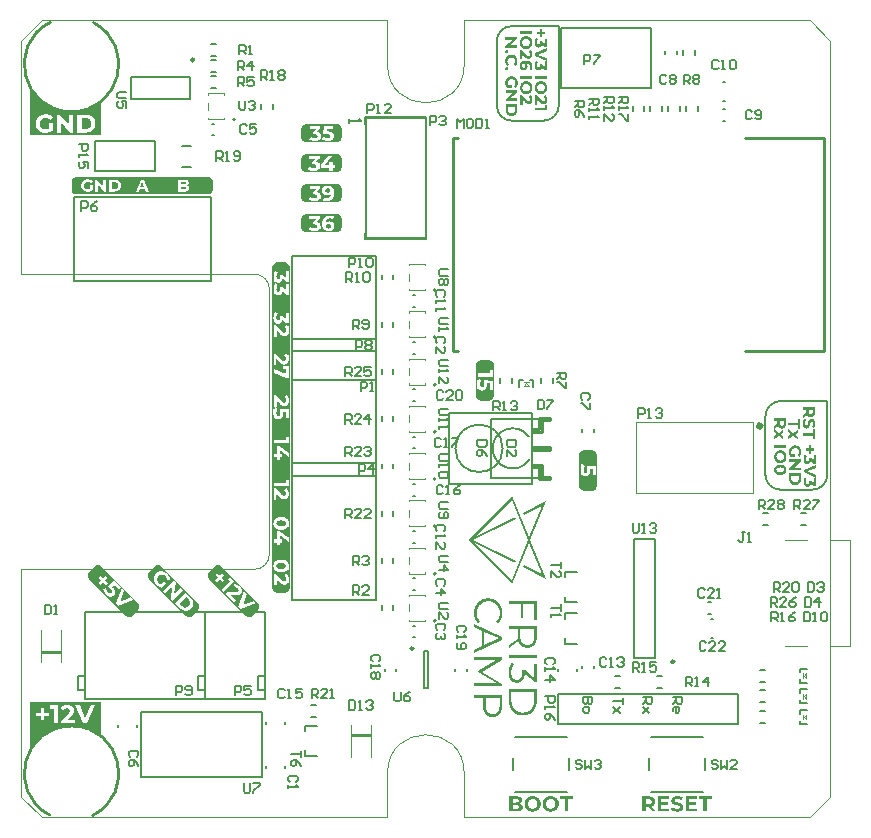
<source format=gto>
G04*
G04 #@! TF.GenerationSoftware,Altium Limited,Altium Designer,24.4.0 (9)*
G04*
G04 Layer_Color=65535*
%FSLAX25Y25*%
%MOIN*%
G70*
G04*
G04 #@! TF.SameCoordinates,65D136BF-7807-4BE3-8BD7-7ED8223B60D1*
G04*
G04*
G04 #@! TF.FilePolarity,Positive*
G04*
G01*
G75*
%ADD10C,0.00591*%
%ADD11C,0.00591*%
%ADD12C,0.01968*%
%ADD13C,0.00787*%
%ADD14C,0.00984*%
%ADD15C,0.00394*%
%ADD16C,0.00600*%
%ADD17R,0.05906X0.03937*%
G36*
X170235Y261188D02*
X166246D01*
Y262112D01*
X170235D01*
Y261188D01*
D02*
G37*
G36*
X173504Y261883D02*
X174473D01*
Y261148D01*
X173504D01*
Y260158D01*
X172809D01*
Y261148D01*
X171841D01*
Y261883D01*
X172809D01*
Y262870D01*
X173504D01*
Y261883D01*
D02*
G37*
G36*
X172227Y259455D02*
X172223Y259452D01*
X172220Y259444D01*
X172212Y259433D01*
X172198Y259415D01*
X172183Y259393D01*
X172169Y259368D01*
X172151Y259339D01*
X172129Y259306D01*
X172089Y259230D01*
X172041Y259139D01*
X172001Y259040D01*
X171961Y258931D01*
Y258927D01*
X171958Y258916D01*
X171954Y258902D01*
X171947Y258880D01*
X171939Y258851D01*
X171932Y258818D01*
X171925Y258782D01*
X171917Y258742D01*
X171907Y258695D01*
X171899Y258647D01*
X171885Y258545D01*
X171874Y258432D01*
X171870Y258316D01*
Y258283D01*
X171874Y258258D01*
Y258229D01*
X171878Y258196D01*
X171881Y258159D01*
X171888Y258119D01*
X171903Y258032D01*
X171925Y257941D01*
X171958Y257850D01*
X172001Y257770D01*
Y257766D01*
X172009Y257763D01*
X172027Y257737D01*
X172056Y257708D01*
X172099Y257668D01*
X172154Y257632D01*
X172220Y257603D01*
X172296Y257577D01*
X172340Y257573D01*
X172383Y257570D01*
X172391D01*
X172405D01*
X172427Y257573D01*
X172460Y257581D01*
X172496Y257592D01*
X172536Y257610D01*
X172584Y257632D01*
X172627Y257664D01*
X172675Y257701D01*
X172718Y257752D01*
X172758Y257814D01*
X172795Y257883D01*
X172827Y257970D01*
X172838Y258017D01*
X172849Y258068D01*
X172860Y258127D01*
X172868Y258185D01*
X172871Y258247D01*
Y258738D01*
X173483D01*
X174411Y257919D01*
Y259615D01*
X175154D01*
Y256823D01*
X174553D01*
X173526Y257723D01*
Y257715D01*
X173523Y257701D01*
X173515Y257672D01*
X173508Y257635D01*
X173497Y257592D01*
X173483Y257541D01*
X173468Y257486D01*
X173446Y257424D01*
X173421Y257362D01*
X173395Y257297D01*
X173363Y257231D01*
X173326Y257162D01*
X173286Y257097D01*
X173242Y257035D01*
X173191Y256976D01*
X173137Y256922D01*
X173133Y256918D01*
X173122Y256911D01*
X173104Y256896D01*
X173082Y256878D01*
X173053Y256856D01*
X173017Y256835D01*
X172977Y256809D01*
X172929Y256780D01*
X172875Y256754D01*
X172820Y256729D01*
X172758Y256707D01*
X172689Y256685D01*
X172620Y256667D01*
X172544Y256652D01*
X172467Y256645D01*
X172383Y256642D01*
X172380D01*
X172369D01*
X172351D01*
X172325Y256645D01*
X172292D01*
X172256Y256652D01*
X172216Y256656D01*
X172172Y256663D01*
X172074Y256685D01*
X171965Y256718D01*
X171907Y256740D01*
X171852Y256762D01*
X171794Y256791D01*
X171739Y256823D01*
X171736Y256827D01*
X171728Y256831D01*
X171710Y256842D01*
X171692Y256856D01*
X171666Y256878D01*
X171637Y256900D01*
X171605Y256929D01*
X171572Y256962D01*
X171535Y256998D01*
X171499Y257038D01*
X171459Y257086D01*
X171419Y257137D01*
X171382Y257191D01*
X171342Y257249D01*
X171306Y257311D01*
X171273Y257381D01*
X171270Y257384D01*
X171266Y257399D01*
X171259Y257417D01*
X171248Y257446D01*
X171233Y257482D01*
X171219Y257526D01*
X171204Y257577D01*
X171186Y257635D01*
X171171Y257697D01*
X171153Y257766D01*
X171139Y257843D01*
X171128Y257923D01*
X171113Y258007D01*
X171106Y258098D01*
X171102Y258196D01*
X171098Y258294D01*
Y258334D01*
X171102Y258367D01*
Y258403D01*
X171106Y258451D01*
X171109Y258502D01*
X171113Y258556D01*
X171117Y258618D01*
X171124Y258684D01*
X171146Y258822D01*
X171171Y258971D01*
X171208Y259124D01*
Y259128D01*
X171211Y259142D01*
X171219Y259164D01*
X171230Y259193D01*
X171240Y259226D01*
X171251Y259266D01*
X171270Y259313D01*
X171288Y259364D01*
X171332Y259470D01*
X171386Y259586D01*
X171448Y259703D01*
X171521Y259812D01*
X172227Y259455D01*
D02*
G37*
G36*
X165317Y259361D02*
X162892Y257377D01*
X165317D01*
Y256463D01*
X161327D01*
Y257220D01*
X163748Y259211D01*
X161327D01*
Y260125D01*
X165317D01*
Y259361D01*
D02*
G37*
G36*
X168299Y260485D02*
X168339D01*
X168390Y260482D01*
X168451Y260474D01*
X168517Y260467D01*
X168594Y260453D01*
X168674Y260438D01*
X168757Y260420D01*
X168845Y260398D01*
X168932Y260369D01*
X169023Y260340D01*
X169118Y260300D01*
X169209Y260260D01*
X169296Y260209D01*
X169300Y260205D01*
X169318Y260194D01*
X169340Y260180D01*
X169372Y260158D01*
X169412Y260129D01*
X169460Y260092D01*
X169511Y260052D01*
X169565Y260005D01*
X169624Y259950D01*
X169682Y259892D01*
X169744Y259830D01*
X169806Y259757D01*
X169864Y259685D01*
X169922Y259605D01*
X169980Y259517D01*
X170031Y259426D01*
X170035Y259419D01*
X170042Y259404D01*
X170057Y259375D01*
X170075Y259339D01*
X170093Y259292D01*
X170115Y259237D01*
X170141Y259171D01*
X170166Y259099D01*
X170191Y259018D01*
X170217Y258935D01*
X170239Y258844D01*
X170257Y258746D01*
X170275Y258640D01*
X170290Y258534D01*
X170297Y258421D01*
X170301Y258309D01*
Y258247D01*
X170297Y258203D01*
X170293Y258149D01*
X170286Y258087D01*
X170279Y258014D01*
X170268Y257934D01*
X170253Y257850D01*
X170235Y257763D01*
X170213Y257668D01*
X170188Y257573D01*
X170155Y257479D01*
X170119Y257381D01*
X170079Y257286D01*
X170031Y257191D01*
X170028Y257184D01*
X170020Y257169D01*
X170002Y257144D01*
X169984Y257107D01*
X169955Y257067D01*
X169922Y257020D01*
X169886Y256965D01*
X169838Y256907D01*
X169791Y256845D01*
X169736Y256780D01*
X169675Y256714D01*
X169609Y256649D01*
X169540Y256587D01*
X169463Y256525D01*
X169383Y256463D01*
X169296Y256409D01*
X169292Y256405D01*
X169274Y256398D01*
X169249Y256383D01*
X169212Y256365D01*
X169169Y256343D01*
X169118Y256318D01*
X169056Y256292D01*
X168987Y256267D01*
X168914Y256241D01*
X168834Y256216D01*
X168746Y256190D01*
X168652Y256168D01*
X168557Y256150D01*
X168455Y256136D01*
X168350Y256128D01*
X168240Y256125D01*
X168233D01*
X168215D01*
X168182D01*
X168142Y256128D01*
X168091Y256132D01*
X168029Y256139D01*
X167960Y256150D01*
X167887Y256161D01*
X167807Y256176D01*
X167724Y256194D01*
X167636Y256216D01*
X167545Y256245D01*
X167454Y256277D01*
X167363Y256314D01*
X167272Y256358D01*
X167181Y256409D01*
X167177Y256412D01*
X167159Y256423D01*
X167137Y256438D01*
X167105Y256459D01*
X167065Y256489D01*
X167017Y256525D01*
X166966Y256565D01*
X166912Y256612D01*
X166857Y256667D01*
X166795Y256725D01*
X166733Y256787D01*
X166672Y256860D01*
X166613Y256933D01*
X166555Y257013D01*
X166497Y257100D01*
X166446Y257191D01*
X166442Y257199D01*
X166435Y257213D01*
X166420Y257242D01*
X166406Y257278D01*
X166384Y257326D01*
X166362Y257381D01*
X166337Y257446D01*
X166315Y257515D01*
X166289Y257595D01*
X166264Y257683D01*
X166242Y257774D01*
X166220Y257872D01*
X166206Y257974D01*
X166191Y258083D01*
X166184Y258192D01*
X166180Y258309D01*
Y258338D01*
X166184Y258370D01*
Y258414D01*
X166187Y258469D01*
X166195Y258531D01*
X166202Y258604D01*
X166213Y258680D01*
X166227Y258764D01*
X166246Y258855D01*
X166268Y258946D01*
X166293Y259040D01*
X166322Y259139D01*
X166358Y259233D01*
X166399Y259331D01*
X166446Y259426D01*
X166449Y259433D01*
X166457Y259448D01*
X166475Y259473D01*
X166493Y259510D01*
X166522Y259550D01*
X166555Y259597D01*
X166595Y259652D01*
X166639Y259710D01*
X166686Y259772D01*
X166741Y259838D01*
X166803Y259903D01*
X166868Y259965D01*
X166937Y260030D01*
X167014Y260092D01*
X167097Y260154D01*
X167181Y260209D01*
X167188Y260212D01*
X167203Y260220D01*
X167228Y260234D01*
X167265Y260252D01*
X167308Y260274D01*
X167359Y260296D01*
X167421Y260322D01*
X167490Y260347D01*
X167563Y260376D01*
X167647Y260402D01*
X167734Y260423D01*
X167825Y260445D01*
X167924Y260464D01*
X168026Y260478D01*
X168131Y260485D01*
X168240Y260489D01*
X168248D01*
X168266D01*
X168299Y260485D01*
D02*
G37*
G36*
X161877Y255793D02*
X161899D01*
X161924Y255790D01*
X161979Y255779D01*
X162044Y255757D01*
X162110Y255732D01*
X162175Y255692D01*
X162205Y255670D01*
X162234Y255641D01*
X162237Y255637D01*
X162241Y255633D01*
X162259Y255611D01*
X162281Y255579D01*
X162310Y255531D01*
X162339Y255473D01*
X162361Y255404D01*
X162379Y255328D01*
X162387Y255244D01*
Y255222D01*
X162383Y255204D01*
Y255186D01*
X162379Y255160D01*
X162368Y255105D01*
X162350Y255044D01*
X162321Y254978D01*
X162285Y254912D01*
X162234Y254851D01*
Y254847D01*
X162226Y254843D01*
X162208Y254825D01*
X162172Y254800D01*
X162128Y254771D01*
X162070Y254742D01*
X162004Y254716D01*
X161924Y254698D01*
X161881Y254691D01*
X161837D01*
X161833D01*
X161826D01*
X161815D01*
X161797Y254694D01*
X161779D01*
X161753Y254698D01*
X161699Y254709D01*
X161637Y254731D01*
X161571Y254760D01*
X161502Y254796D01*
X161473Y254821D01*
X161440Y254851D01*
X161433Y254858D01*
X161415Y254880D01*
X161389Y254912D01*
X161364Y254960D01*
X161335Y255018D01*
X161309Y255084D01*
X161291Y255160D01*
X161287Y255200D01*
X161284Y255244D01*
Y255266D01*
X161287Y255284D01*
Y255302D01*
X161291Y255328D01*
X161302Y255382D01*
X161324Y255444D01*
X161349Y255509D01*
X161389Y255579D01*
X161411Y255608D01*
X161440Y255641D01*
X161444D01*
X161447Y255648D01*
X161469Y255666D01*
X161502Y255692D01*
X161549Y255717D01*
X161608Y255746D01*
X161677Y255772D01*
X161753Y255790D01*
X161793Y255793D01*
X161837Y255797D01*
X161840D01*
X161848D01*
X161862D01*
X161877Y255793D01*
D02*
G37*
G36*
X169565Y255892D02*
X169576Y255884D01*
X169595Y255870D01*
X169620Y255852D01*
X169649Y255830D01*
X169682Y255801D01*
X169718Y255764D01*
X169758Y255728D01*
X169802Y255684D01*
X169846Y255637D01*
X169893Y255582D01*
X169937Y255524D01*
X169980Y255462D01*
X170024Y255397D01*
X170064Y255328D01*
X170104Y255251D01*
X170108Y255247D01*
X170111Y255233D01*
X170122Y255211D01*
X170133Y255178D01*
X170151Y255138D01*
X170166Y255095D01*
X170184Y255040D01*
X170202Y254978D01*
X170220Y254912D01*
X170239Y254840D01*
X170257Y254763D01*
X170272Y254680D01*
X170282Y254596D01*
X170293Y254505D01*
X170297Y254410D01*
X170301Y254312D01*
Y254268D01*
X170297Y254236D01*
Y254199D01*
X170293Y254152D01*
X170290Y254101D01*
X170282Y254046D01*
X170275Y253988D01*
X170264Y253926D01*
X170239Y253795D01*
X170202Y253660D01*
X170155Y253533D01*
Y253529D01*
X170148Y253518D01*
X170141Y253500D01*
X170130Y253478D01*
X170115Y253449D01*
X170097Y253416D01*
X170050Y253344D01*
X169995Y253260D01*
X169922Y253173D01*
X169842Y253089D01*
X169747Y253012D01*
X169744Y253009D01*
X169736Y253005D01*
X169722Y252994D01*
X169700Y252983D01*
X169675Y252969D01*
X169645Y252954D01*
X169609Y252936D01*
X169569Y252918D01*
X169525Y252903D01*
X169478Y252885D01*
X169427Y252870D01*
X169372Y252856D01*
X169252Y252834D01*
X169187Y252831D01*
X169121Y252827D01*
X169118D01*
X169107D01*
X169088D01*
X169067Y252831D01*
X169037D01*
X169005Y252834D01*
X168965Y252838D01*
X168925Y252845D01*
X168830Y252860D01*
X168728Y252885D01*
X168619Y252918D01*
X168510Y252965D01*
X168506D01*
X168495Y252972D01*
X168481Y252980D01*
X168459Y252994D01*
X168433Y253009D01*
X168401Y253031D01*
X168364Y253052D01*
X168324Y253082D01*
X168277Y253118D01*
X168226Y253154D01*
X168175Y253198D01*
X168117Y253249D01*
X168058Y253300D01*
X167993Y253362D01*
X167931Y253427D01*
X167862Y253497D01*
X166996Y254414D01*
Y252696D01*
X166246D01*
Y255713D01*
X166843D01*
X168295Y254174D01*
X168299Y254170D01*
X168306Y254163D01*
X168317Y254152D01*
X168335Y254134D01*
X168353Y254115D01*
X168379Y254094D01*
X168433Y254043D01*
X168495Y253988D01*
X168561Y253933D01*
X168630Y253882D01*
X168663Y253864D01*
X168695Y253846D01*
X168699D01*
X168703Y253842D01*
X168725Y253832D01*
X168757Y253817D01*
X168801Y253802D01*
X168852Y253788D01*
X168910Y253773D01*
X168968Y253762D01*
X169030Y253759D01*
X169034D01*
X169041D01*
X169052D01*
X169070Y253762D01*
X169114Y253766D01*
X169165Y253781D01*
X169227Y253799D01*
X169285Y253828D01*
X169347Y253868D01*
X169372Y253893D01*
X169398Y253923D01*
X169405Y253930D01*
X169409Y253941D01*
X169420Y253952D01*
X169427Y253970D01*
X169438Y253988D01*
X169453Y254013D01*
X169463Y254043D01*
X169474Y254072D01*
X169489Y254108D01*
X169500Y254148D01*
X169507Y254188D01*
X169522Y254287D01*
X169529Y254396D01*
Y254439D01*
X169525Y254461D01*
Y254490D01*
X169518Y254552D01*
X169503Y254625D01*
X169485Y254705D01*
X169460Y254789D01*
X169427Y254869D01*
Y254872D01*
X169423Y254880D01*
X169416Y254891D01*
X169409Y254905D01*
X169387Y254942D01*
X169354Y254993D01*
X169310Y255047D01*
X169260Y255105D01*
X169198Y255167D01*
X169129Y255222D01*
X169562Y255895D01*
X169565Y255892D01*
D02*
G37*
G36*
X175154Y255491D02*
X172303Y254275D01*
X175154Y253045D01*
Y252128D01*
X171164Y253853D01*
Y254767D01*
X175154Y256485D01*
Y255491D01*
D02*
G37*
G36*
X163380Y254272D02*
X163420D01*
X163475Y254268D01*
X163533Y254261D01*
X163602Y254254D01*
X163675Y254239D01*
X163755Y254225D01*
X163839Y254206D01*
X163926Y254185D01*
X164017Y254155D01*
X164108Y254126D01*
X164199Y254086D01*
X164294Y254046D01*
X164381Y253995D01*
X164389Y253992D01*
X164403Y253981D01*
X164429Y253966D01*
X164458Y253944D01*
X164498Y253915D01*
X164545Y253879D01*
X164596Y253839D01*
X164651Y253791D01*
X164709Y253741D01*
X164767Y253682D01*
X164829Y253617D01*
X164891Y253548D01*
X164953Y253475D01*
X165011Y253395D01*
X165066Y253311D01*
X165117Y253220D01*
X165120Y253213D01*
X165127Y253198D01*
X165142Y253169D01*
X165157Y253133D01*
X165178Y253085D01*
X165200Y253031D01*
X165226Y252969D01*
X165251Y252896D01*
X165273Y252816D01*
X165298Y252732D01*
X165320Y252641D01*
X165342Y252543D01*
X165357Y252441D01*
X165371Y252335D01*
X165379Y252223D01*
X165382Y252110D01*
Y252059D01*
X165379Y252022D01*
Y251979D01*
X165371Y251924D01*
X165368Y251866D01*
X165360Y251800D01*
X165349Y251728D01*
X165339Y251655D01*
X165306Y251498D01*
X165284Y251414D01*
X165262Y251334D01*
X165233Y251254D01*
X165200Y251174D01*
X165197Y251171D01*
X165193Y251156D01*
X165182Y251134D01*
X165167Y251105D01*
X165149Y251069D01*
X165124Y251025D01*
X165098Y250981D01*
X165066Y250930D01*
X165033Y250876D01*
X164993Y250817D01*
X164949Y250759D01*
X164902Y250701D01*
X164851Y250639D01*
X164796Y250581D01*
X164738Y250523D01*
X164676Y250468D01*
X164130Y251061D01*
X164134Y251065D01*
X164152Y251080D01*
X164174Y251101D01*
X164203Y251134D01*
X164239Y251174D01*
X164279Y251222D01*
X164319Y251276D01*
X164363Y251338D01*
X164407Y251407D01*
X164450Y251484D01*
X164487Y251567D01*
X164523Y251655D01*
X164552Y251749D01*
X164578Y251851D01*
X164592Y251957D01*
X164596Y252066D01*
Y252102D01*
X164592Y252128D01*
Y252161D01*
X164589Y252197D01*
X164581Y252241D01*
X164574Y252288D01*
X164556Y252390D01*
X164527Y252503D01*
X164487Y252616D01*
X164461Y252674D01*
X164432Y252729D01*
Y252732D01*
X164425Y252740D01*
X164414Y252758D01*
X164403Y252776D01*
X164385Y252801D01*
X164367Y252827D01*
X164316Y252892D01*
X164250Y252965D01*
X164174Y253042D01*
X164083Y253114D01*
X163981Y253180D01*
X163977D01*
X163966Y253187D01*
X163952Y253194D01*
X163930Y253205D01*
X163901Y253216D01*
X163868Y253231D01*
X163832Y253245D01*
X163788Y253260D01*
X163744Y253278D01*
X163693Y253293D01*
X163639Y253307D01*
X163580Y253318D01*
X163457Y253336D01*
X163391Y253340D01*
X163322Y253344D01*
X163318D01*
X163304D01*
X163286D01*
X163260Y253340D01*
X163227D01*
X163191Y253336D01*
X163147Y253329D01*
X163100Y253322D01*
X162998Y253304D01*
X162885Y253274D01*
X162772Y253235D01*
X162714Y253209D01*
X162660Y253180D01*
X162656Y253176D01*
X162649Y253173D01*
X162630Y253162D01*
X162612Y253151D01*
X162587Y253133D01*
X162558Y253114D01*
X162492Y253063D01*
X162419Y252998D01*
X162346Y252922D01*
X162270Y252831D01*
X162205Y252729D01*
Y252725D01*
X162197Y252714D01*
X162190Y252699D01*
X162179Y252678D01*
X162168Y252648D01*
X162154Y252616D01*
X162139Y252579D01*
X162124Y252536D01*
X162110Y252488D01*
X162095Y252437D01*
X162081Y252383D01*
X162070Y252325D01*
X162052Y252201D01*
X162048Y252135D01*
X162044Y252066D01*
Y252041D01*
X162048Y252008D01*
X162052Y251964D01*
X162059Y251913D01*
X162070Y251855D01*
X162084Y251789D01*
X162103Y251717D01*
X162128Y251637D01*
X162161Y251556D01*
X162197Y251473D01*
X162245Y251389D01*
X162299Y251305D01*
X162361Y251222D01*
X162434Y251138D01*
X162518Y251061D01*
X161968Y250468D01*
X161964Y250472D01*
X161953Y250483D01*
X161935Y250497D01*
X161910Y250519D01*
X161881Y250548D01*
X161848Y250581D01*
X161811Y250621D01*
X161771Y250665D01*
X161731Y250712D01*
X161688Y250767D01*
X161644Y250825D01*
X161600Y250890D01*
X161557Y250956D01*
X161517Y251025D01*
X161477Y251101D01*
X161440Y251178D01*
X161436Y251182D01*
X161433Y251196D01*
X161426Y251222D01*
X161411Y251251D01*
X161400Y251291D01*
X161386Y251338D01*
X161367Y251393D01*
X161353Y251451D01*
X161335Y251520D01*
X161320Y251589D01*
X161302Y251669D01*
X161291Y251749D01*
X161280Y251837D01*
X161269Y251928D01*
X161265Y252022D01*
X161262Y252117D01*
Y252143D01*
X161265Y252175D01*
Y252219D01*
X161269Y252274D01*
X161276Y252335D01*
X161284Y252405D01*
X161294Y252481D01*
X161309Y252565D01*
X161327Y252652D01*
X161346Y252743D01*
X161371Y252838D01*
X161404Y252936D01*
X161436Y253031D01*
X161477Y253125D01*
X161524Y253220D01*
X161528Y253227D01*
X161535Y253242D01*
X161553Y253267D01*
X161571Y253300D01*
X161600Y253344D01*
X161633Y253391D01*
X161669Y253442D01*
X161713Y253500D01*
X161764Y253562D01*
X161819Y253624D01*
X161877Y253690D01*
X161942Y253755D01*
X162015Y253817D01*
X162088Y253879D01*
X162172Y253941D01*
X162256Y253995D01*
X162263Y253999D01*
X162277Y254006D01*
X162303Y254021D01*
X162339Y254039D01*
X162383Y254061D01*
X162437Y254083D01*
X162499Y254108D01*
X162565Y254134D01*
X162641Y254163D01*
X162725Y254188D01*
X162812Y254210D01*
X162903Y254232D01*
X163002Y254250D01*
X163107Y254265D01*
X163213Y254272D01*
X163322Y254275D01*
X163329D01*
X163347D01*
X163380Y254272D01*
D02*
G37*
G36*
X172227Y251830D02*
X172223Y251826D01*
X172220Y251818D01*
X172212Y251808D01*
X172198Y251789D01*
X172183Y251768D01*
X172169Y251742D01*
X172151Y251713D01*
X172129Y251680D01*
X172089Y251604D01*
X172041Y251513D01*
X172001Y251414D01*
X171961Y251305D01*
Y251302D01*
X171958Y251291D01*
X171954Y251276D01*
X171947Y251254D01*
X171939Y251225D01*
X171932Y251192D01*
X171925Y251156D01*
X171917Y251116D01*
X171907Y251069D01*
X171899Y251021D01*
X171885Y250920D01*
X171874Y250807D01*
X171870Y250690D01*
Y250657D01*
X171874Y250632D01*
Y250603D01*
X171878Y250570D01*
X171881Y250534D01*
X171888Y250494D01*
X171903Y250406D01*
X171925Y250315D01*
X171958Y250224D01*
X172001Y250144D01*
Y250141D01*
X172009Y250137D01*
X172027Y250111D01*
X172056Y250082D01*
X172099Y250042D01*
X172154Y250006D01*
X172220Y249977D01*
X172296Y249951D01*
X172340Y249948D01*
X172383Y249944D01*
X172391D01*
X172405D01*
X172427Y249948D01*
X172460Y249955D01*
X172496Y249966D01*
X172536Y249984D01*
X172584Y250006D01*
X172627Y250039D01*
X172675Y250075D01*
X172718Y250126D01*
X172758Y250188D01*
X172795Y250257D01*
X172827Y250344D01*
X172838Y250392D01*
X172849Y250443D01*
X172860Y250501D01*
X172868Y250559D01*
X172871Y250621D01*
Y251112D01*
X173483D01*
X174411Y250293D01*
Y251990D01*
X175154D01*
Y249198D01*
X174553D01*
X173526Y250097D01*
Y250090D01*
X173523Y250075D01*
X173515Y250046D01*
X173508Y250009D01*
X173497Y249966D01*
X173483Y249915D01*
X173468Y249860D01*
X173446Y249798D01*
X173421Y249736D01*
X173395Y249671D01*
X173363Y249605D01*
X173326Y249536D01*
X173286Y249471D01*
X173242Y249409D01*
X173191Y249351D01*
X173137Y249296D01*
X173133Y249292D01*
X173122Y249285D01*
X173104Y249271D01*
X173082Y249252D01*
X173053Y249231D01*
X173017Y249209D01*
X172977Y249183D01*
X172929Y249154D01*
X172875Y249129D01*
X172820Y249103D01*
X172758Y249081D01*
X172689Y249059D01*
X172620Y249041D01*
X172544Y249027D01*
X172467Y249019D01*
X172383Y249016D01*
X172380D01*
X172369D01*
X172351D01*
X172325Y249019D01*
X172292D01*
X172256Y249027D01*
X172216Y249030D01*
X172172Y249038D01*
X172074Y249059D01*
X171965Y249092D01*
X171907Y249114D01*
X171852Y249136D01*
X171794Y249165D01*
X171739Y249198D01*
X171736Y249201D01*
X171728Y249205D01*
X171710Y249216D01*
X171692Y249231D01*
X171666Y249252D01*
X171637Y249274D01*
X171605Y249303D01*
X171572Y249336D01*
X171535Y249373D01*
X171499Y249412D01*
X171459Y249460D01*
X171419Y249511D01*
X171382Y249565D01*
X171342Y249624D01*
X171306Y249686D01*
X171273Y249755D01*
X171270Y249758D01*
X171266Y249773D01*
X171259Y249791D01*
X171248Y249820D01*
X171233Y249857D01*
X171219Y249900D01*
X171204Y249951D01*
X171186Y250009D01*
X171171Y250071D01*
X171153Y250141D01*
X171139Y250217D01*
X171128Y250297D01*
X171113Y250381D01*
X171106Y250472D01*
X171102Y250570D01*
X171098Y250668D01*
Y250708D01*
X171102Y250741D01*
Y250778D01*
X171106Y250825D01*
X171109Y250876D01*
X171113Y250930D01*
X171117Y250992D01*
X171124Y251058D01*
X171146Y251196D01*
X171171Y251345D01*
X171208Y251498D01*
Y251502D01*
X171211Y251516D01*
X171219Y251538D01*
X171230Y251567D01*
X171240Y251600D01*
X171251Y251640D01*
X171270Y251688D01*
X171288Y251739D01*
X171332Y251844D01*
X171386Y251960D01*
X171448Y252077D01*
X171521Y252186D01*
X172227Y251830D01*
D02*
G37*
G36*
X168266Y252310D02*
X168324Y252306D01*
X168393Y252299D01*
X168470Y252292D01*
X168553Y252281D01*
X168641Y252270D01*
X168735Y252252D01*
X168830Y252230D01*
X168928Y252204D01*
X169027Y252175D01*
X169125Y252143D01*
X169223Y252102D01*
X169314Y252059D01*
X169322Y252055D01*
X169336Y252048D01*
X169361Y252033D01*
X169394Y252011D01*
X169434Y251986D01*
X169482Y251953D01*
X169533Y251917D01*
X169591Y251873D01*
X169649Y251822D01*
X169707Y251771D01*
X169769Y251709D01*
X169831Y251647D01*
X169889Y251578D01*
X169948Y251505D01*
X170002Y251425D01*
X170050Y251342D01*
X170053Y251338D01*
X170060Y251320D01*
X170071Y251294D01*
X170089Y251262D01*
X170108Y251218D01*
X170130Y251163D01*
X170151Y251105D01*
X170177Y251036D01*
X170199Y250963D01*
X170220Y250879D01*
X170242Y250792D01*
X170261Y250701D01*
X170279Y250603D01*
X170290Y250497D01*
X170297Y250392D01*
X170301Y250279D01*
Y250224D01*
X170297Y250195D01*
Y250162D01*
X170293Y250126D01*
Y250082D01*
X170282Y249991D01*
X170272Y249886D01*
X170253Y249777D01*
X170228Y249667D01*
Y249664D01*
X170224Y249653D01*
X170220Y249638D01*
X170217Y249616D01*
X170210Y249591D01*
X170199Y249562D01*
X170177Y249493D01*
X170148Y249416D01*
X170115Y249332D01*
X170075Y249249D01*
X170028Y249169D01*
X169351Y249511D01*
X169354Y249514D01*
X169358Y249525D01*
X169369Y249540D01*
X169383Y249565D01*
X169398Y249594D01*
X169412Y249627D01*
X169431Y249667D01*
X169453Y249715D01*
X169471Y249766D01*
X169489Y249824D01*
X169503Y249882D01*
X169518Y249951D01*
X169533Y250020D01*
X169544Y250097D01*
X169547Y250173D01*
X169551Y250257D01*
Y250279D01*
X169547Y250304D01*
Y250341D01*
X169544Y250384D01*
X169536Y250432D01*
X169525Y250486D01*
X169514Y250548D01*
X169496Y250610D01*
X169478Y250676D01*
X169453Y250741D01*
X169423Y250810D01*
X169391Y250876D01*
X169351Y250941D01*
X169303Y251003D01*
X169252Y251061D01*
X169249Y251065D01*
X169238Y251072D01*
X169223Y251087D01*
X169198Y251109D01*
X169169Y251131D01*
X169129Y251156D01*
X169085Y251185D01*
X169034Y251211D01*
X168976Y251240D01*
X168914Y251269D01*
X168841Y251294D01*
X168764Y251320D01*
X168681Y251342D01*
X168594Y251360D01*
X168495Y251375D01*
X168393Y251382D01*
X168397Y251378D01*
X168408Y251363D01*
X168426Y251345D01*
X168448Y251316D01*
X168477Y251280D01*
X168506Y251236D01*
X168535Y251185D01*
X168572Y251127D01*
X168604Y251058D01*
X168633Y250985D01*
X168666Y250905D01*
X168692Y250817D01*
X168714Y250723D01*
X168732Y250621D01*
X168743Y250512D01*
X168746Y250395D01*
Y250359D01*
X168743Y250330D01*
Y250297D01*
X168739Y250257D01*
X168732Y250213D01*
X168728Y250166D01*
X168717Y250111D01*
X168710Y250057D01*
X168681Y249940D01*
X168641Y249820D01*
X168619Y249758D01*
X168590Y249700D01*
Y249696D01*
X168582Y249686D01*
X168575Y249671D01*
X168561Y249649D01*
X168546Y249620D01*
X168528Y249591D01*
X168477Y249518D01*
X168415Y249438D01*
X168342Y249354D01*
X168255Y249274D01*
X168153Y249201D01*
X168149Y249198D01*
X168142Y249194D01*
X168124Y249183D01*
X168102Y249172D01*
X168077Y249158D01*
X168044Y249143D01*
X168007Y249129D01*
X167967Y249110D01*
X167920Y249092D01*
X167873Y249078D01*
X167818Y249063D01*
X167760Y249048D01*
X167640Y249027D01*
X167574Y249023D01*
X167505Y249019D01*
X167501D01*
X167487D01*
X167465D01*
X167440Y249023D01*
X167403Y249027D01*
X167363Y249030D01*
X167316Y249038D01*
X167269Y249045D01*
X167159Y249067D01*
X167039Y249103D01*
X166981Y249125D01*
X166919Y249154D01*
X166861Y249183D01*
X166803Y249220D01*
X166799Y249223D01*
X166788Y249231D01*
X166773Y249241D01*
X166752Y249256D01*
X166726Y249278D01*
X166697Y249300D01*
X166668Y249329D01*
X166631Y249361D01*
X166595Y249402D01*
X166559Y249442D01*
X166519Y249485D01*
X166479Y249533D01*
X166442Y249587D01*
X166406Y249642D01*
X166340Y249766D01*
Y249769D01*
X166333Y249780D01*
X166326Y249798D01*
X166315Y249824D01*
X166304Y249857D01*
X166289Y249897D01*
X166275Y249940D01*
X166260Y249988D01*
X166246Y250042D01*
X166231Y250104D01*
X166217Y250166D01*
X166206Y250232D01*
X166187Y250377D01*
X166184Y250450D01*
X166180Y250530D01*
Y250566D01*
X166184Y250588D01*
Y250610D01*
X166187Y250668D01*
X166195Y250738D01*
X166206Y250821D01*
X166224Y250908D01*
X166246Y251007D01*
X166271Y251112D01*
X166304Y251218D01*
X166348Y251327D01*
X166395Y251436D01*
X166453Y251542D01*
X166522Y251647D01*
X166599Y251749D01*
X166690Y251840D01*
X166697Y251844D01*
X166715Y251862D01*
X166744Y251884D01*
X166784Y251913D01*
X166839Y251950D01*
X166901Y251990D01*
X166977Y252033D01*
X167065Y252077D01*
X167163Y252121D01*
X167272Y252164D01*
X167392Y252204D01*
X167523Y252241D01*
X167665Y252270D01*
X167818Y252292D01*
X167982Y252310D01*
X168153Y252314D01*
X168157D01*
X168160D01*
X168171D01*
X168182D01*
X168219D01*
X168266Y252310D01*
D02*
G37*
G36*
X161877Y250122D02*
X161899D01*
X161924Y250119D01*
X161979Y250108D01*
X162044Y250086D01*
X162110Y250060D01*
X162175Y250020D01*
X162205Y249998D01*
X162234Y249969D01*
X162237Y249966D01*
X162241Y249962D01*
X162259Y249940D01*
X162281Y249907D01*
X162310Y249860D01*
X162339Y249802D01*
X162361Y249733D01*
X162379Y249656D01*
X162387Y249573D01*
Y249551D01*
X162383Y249533D01*
Y249514D01*
X162379Y249489D01*
X162368Y249434D01*
X162350Y249373D01*
X162321Y249307D01*
X162285Y249241D01*
X162234Y249180D01*
Y249176D01*
X162226Y249172D01*
X162208Y249154D01*
X162172Y249129D01*
X162128Y249099D01*
X162070Y249070D01*
X162004Y249045D01*
X161924Y249027D01*
X161881Y249019D01*
X161837D01*
X161833D01*
X161826D01*
X161815D01*
X161797Y249023D01*
X161779D01*
X161753Y249027D01*
X161699Y249038D01*
X161637Y249059D01*
X161571Y249089D01*
X161502Y249125D01*
X161473Y249150D01*
X161440Y249180D01*
X161433Y249187D01*
X161415Y249209D01*
X161389Y249241D01*
X161364Y249289D01*
X161335Y249347D01*
X161309Y249412D01*
X161291Y249489D01*
X161287Y249529D01*
X161284Y249573D01*
Y249594D01*
X161287Y249613D01*
Y249631D01*
X161291Y249656D01*
X161302Y249711D01*
X161324Y249773D01*
X161349Y249838D01*
X161389Y249907D01*
X161411Y249937D01*
X161440Y249969D01*
X161444D01*
X161447Y249977D01*
X161469Y249995D01*
X161502Y250020D01*
X161549Y250046D01*
X161608Y250075D01*
X161677Y250100D01*
X161753Y250119D01*
X161793Y250122D01*
X161837Y250126D01*
X161840D01*
X161848D01*
X161862D01*
X161877Y250122D01*
D02*
G37*
G36*
X175220Y246126D02*
X171231D01*
Y247051D01*
X175220D01*
Y246126D01*
D02*
G37*
G36*
X170302D02*
X166312D01*
Y247051D01*
X170302D01*
Y246126D01*
D02*
G37*
G36*
X163447Y247044D02*
X163487D01*
X163542Y247040D01*
X163600Y247033D01*
X163669Y247025D01*
X163742Y247011D01*
X163822Y246996D01*
X163906Y246978D01*
X163993Y246956D01*
X164084Y246927D01*
X164175Y246898D01*
X164266Y246858D01*
X164361Y246818D01*
X164448Y246767D01*
X164455Y246763D01*
X164470Y246752D01*
X164495Y246738D01*
X164524Y246716D01*
X164564Y246687D01*
X164612Y246651D01*
X164663Y246610D01*
X164717Y246563D01*
X164776Y246509D01*
X164834Y246450D01*
X164896Y246388D01*
X164957Y246316D01*
X165019Y246243D01*
X165078Y246163D01*
X165132Y246075D01*
X165183Y245984D01*
X165187Y245977D01*
X165194Y245963D01*
X165209Y245933D01*
X165223Y245897D01*
X165245Y245850D01*
X165267Y245792D01*
X165292Y245726D01*
X165318Y245653D01*
X165340Y245573D01*
X165365Y245489D01*
X165387Y245395D01*
X165409Y245296D01*
X165424Y245191D01*
X165438Y245085D01*
X165445Y244972D01*
X165449Y244856D01*
Y244805D01*
X165445Y244765D01*
Y244721D01*
X165438Y244667D01*
X165434Y244605D01*
X165427Y244539D01*
X165416Y244466D01*
X165405Y244390D01*
X165373Y244230D01*
X165354Y244150D01*
X165329Y244066D01*
X165303Y243982D01*
X165271Y243902D01*
X165267Y243899D01*
X165263Y243884D01*
X165252Y243862D01*
X165238Y243829D01*
X165220Y243793D01*
X165198Y243753D01*
X165172Y243706D01*
X165143Y243651D01*
X165107Y243597D01*
X165070Y243538D01*
X165027Y243480D01*
X164983Y243418D01*
X164932Y243360D01*
X164877Y243298D01*
X164823Y243240D01*
X164761Y243185D01*
X164215Y243779D01*
X164219Y243782D01*
X164233Y243797D01*
X164255Y243822D01*
X164284Y243855D01*
X164321Y243895D01*
X164357Y243946D01*
X164397Y244001D01*
X164441Y244066D01*
X164481Y244139D01*
X164521Y244215D01*
X164561Y244303D01*
X164594Y244394D01*
X164623Y244488D01*
X164645Y244590D01*
X164659Y244696D01*
X164663Y244809D01*
Y244845D01*
X164659Y244874D01*
Y244907D01*
X164655Y244947D01*
X164648Y244991D01*
X164645Y245038D01*
X164623Y245144D01*
X164594Y245256D01*
X164557Y245373D01*
X164532Y245431D01*
X164503Y245489D01*
Y245493D01*
X164495Y245504D01*
X164488Y245518D01*
X164473Y245537D01*
X164459Y245562D01*
X164437Y245591D01*
X164390Y245657D01*
X164324Y245733D01*
X164248Y245810D01*
X164157Y245883D01*
X164055Y245952D01*
X164051D01*
X164040Y245959D01*
X164026Y245966D01*
X164004Y245977D01*
X163975Y245988D01*
X163942Y246003D01*
X163906Y246017D01*
X163862Y246032D01*
X163815Y246050D01*
X163764Y246064D01*
X163709Y246079D01*
X163651Y246090D01*
X163523Y246108D01*
X163458Y246112D01*
X163389Y246115D01*
X163385D01*
X163371D01*
X163352D01*
X163327Y246112D01*
X163294D01*
X163258Y246108D01*
X163214Y246101D01*
X163167Y246094D01*
X163065Y246075D01*
X162952Y246046D01*
X162839Y246006D01*
X162781Y245981D01*
X162726Y245952D01*
X162723Y245948D01*
X162715Y245944D01*
X162697Y245933D01*
X162679Y245922D01*
X162653Y245904D01*
X162624Y245883D01*
X162559Y245831D01*
X162486Y245766D01*
X162413Y245686D01*
X162337Y245595D01*
X162271Y245489D01*
Y245486D01*
X162264Y245475D01*
X162257Y245460D01*
X162246Y245438D01*
X162235Y245409D01*
X162220Y245376D01*
X162206Y245337D01*
X162191Y245296D01*
X162177Y245249D01*
X162162Y245195D01*
X162147Y245140D01*
X162137Y245082D01*
X162118Y244954D01*
X162115Y244889D01*
X162111Y244820D01*
Y244780D01*
X162115Y244750D01*
Y244718D01*
X162122Y244678D01*
X162126Y244630D01*
X162133Y244579D01*
X162140Y244525D01*
X162155Y244470D01*
X162184Y244346D01*
X162227Y244223D01*
X162253Y244164D01*
X162282Y244103D01*
X163451D01*
Y243258D01*
X161831D01*
X161827Y243262D01*
X161820Y243273D01*
X161809Y243291D01*
X161791Y243316D01*
X161769Y243345D01*
X161747Y243382D01*
X161722Y243425D01*
X161693Y243473D01*
X161663Y243527D01*
X161631Y243586D01*
X161601Y243648D01*
X161569Y243713D01*
X161540Y243782D01*
X161511Y243855D01*
X161456Y244011D01*
Y244015D01*
X161452Y244030D01*
X161445Y244055D01*
X161438Y244084D01*
X161427Y244124D01*
X161416Y244168D01*
X161405Y244223D01*
X161394Y244277D01*
X161379Y244343D01*
X161369Y244408D01*
X161358Y244481D01*
X161350Y244554D01*
X161336Y244710D01*
X161328Y244871D01*
Y244900D01*
X161332Y244932D01*
Y244976D01*
X161336Y245031D01*
X161343Y245093D01*
X161350Y245165D01*
X161361Y245242D01*
X161376Y245329D01*
X161394Y245417D01*
X161412Y245511D01*
X161438Y245606D01*
X161470Y245701D01*
X161503Y245799D01*
X161543Y245893D01*
X161591Y245988D01*
X161594Y245995D01*
X161601Y246010D01*
X161620Y246035D01*
X161638Y246068D01*
X161667Y246112D01*
X161700Y246159D01*
X161736Y246214D01*
X161780Y246272D01*
X161831Y246334D01*
X161885Y246396D01*
X161944Y246461D01*
X162009Y246527D01*
X162082Y246589D01*
X162155Y246651D01*
X162239Y246712D01*
X162322Y246767D01*
X162329Y246771D01*
X162344Y246778D01*
X162370Y246793D01*
X162406Y246811D01*
X162450Y246832D01*
X162504Y246854D01*
X162566Y246880D01*
X162632Y246905D01*
X162708Y246934D01*
X162792Y246960D01*
X162879Y246982D01*
X162970Y247004D01*
X163068Y247022D01*
X163174Y247036D01*
X163279Y247044D01*
X163389Y247047D01*
X163396D01*
X163414D01*
X163447Y247044D01*
D02*
G37*
G36*
X173284Y245424D02*
X173324D01*
X173375Y245420D01*
X173437Y245413D01*
X173502Y245406D01*
X173579Y245391D01*
X173659Y245376D01*
X173742Y245358D01*
X173830Y245337D01*
X173917Y245307D01*
X174008Y245278D01*
X174103Y245238D01*
X174194Y245198D01*
X174281Y245147D01*
X174285Y245144D01*
X174303Y245133D01*
X174325Y245118D01*
X174357Y245096D01*
X174398Y245067D01*
X174445Y245031D01*
X174496Y244991D01*
X174550Y244943D01*
X174609Y244889D01*
X174667Y244830D01*
X174729Y244769D01*
X174791Y244696D01*
X174849Y244623D01*
X174907Y244543D01*
X174965Y244456D01*
X175016Y244365D01*
X175020Y244357D01*
X175027Y244343D01*
X175042Y244314D01*
X175060Y244277D01*
X175078Y244230D01*
X175100Y244175D01*
X175126Y244110D01*
X175151Y244037D01*
X175177Y243957D01*
X175202Y243873D01*
X175224Y243782D01*
X175242Y243684D01*
X175260Y243578D01*
X175275Y243473D01*
X175282Y243360D01*
X175286Y243247D01*
Y243185D01*
X175282Y243142D01*
X175278Y243087D01*
X175271Y243025D01*
X175264Y242952D01*
X175253Y242872D01*
X175238Y242789D01*
X175220Y242701D01*
X175198Y242606D01*
X175173Y242512D01*
X175140Y242417D01*
X175104Y242319D01*
X175064Y242224D01*
X175016Y242130D01*
X175013Y242122D01*
X175005Y242108D01*
X174987Y242082D01*
X174969Y242046D01*
X174940Y242006D01*
X174907Y241959D01*
X174871Y241904D01*
X174823Y241846D01*
X174776Y241784D01*
X174722Y241718D01*
X174660Y241653D01*
X174594Y241587D01*
X174525Y241525D01*
X174449Y241463D01*
X174368Y241402D01*
X174281Y241347D01*
X174277Y241343D01*
X174259Y241336D01*
X174234Y241322D01*
X174197Y241303D01*
X174154Y241282D01*
X174103Y241256D01*
X174041Y241231D01*
X173972Y241205D01*
X173899Y241180D01*
X173819Y241154D01*
X173731Y241129D01*
X173637Y241107D01*
X173542Y241089D01*
X173440Y241074D01*
X173335Y241067D01*
X173225Y241063D01*
X173218D01*
X173200D01*
X173167D01*
X173127Y241067D01*
X173076Y241070D01*
X173014Y241078D01*
X172945Y241089D01*
X172872Y241100D01*
X172792Y241114D01*
X172709Y241132D01*
X172621Y241154D01*
X172530Y241183D01*
X172439Y241216D01*
X172348Y241252D01*
X172257Y241296D01*
X172166Y241347D01*
X172163Y241351D01*
X172144Y241362D01*
X172123Y241376D01*
X172090Y241398D01*
X172050Y241427D01*
X172002Y241463D01*
X171951Y241504D01*
X171897Y241551D01*
X171842Y241605D01*
X171780Y241664D01*
X171719Y241726D01*
X171657Y241798D01*
X171598Y241871D01*
X171540Y241951D01*
X171482Y242039D01*
X171431Y242130D01*
X171427Y242137D01*
X171420Y242151D01*
X171405Y242181D01*
X171391Y242217D01*
X171369Y242264D01*
X171347Y242319D01*
X171322Y242384D01*
X171300Y242454D01*
X171274Y242534D01*
X171249Y242621D01*
X171227Y242712D01*
X171205Y242810D01*
X171191Y242912D01*
X171176Y243021D01*
X171169Y243131D01*
X171165Y243247D01*
Y243276D01*
X171169Y243309D01*
Y243353D01*
X171172Y243407D01*
X171180Y243469D01*
X171187Y243542D01*
X171198Y243618D01*
X171212Y243702D01*
X171231Y243793D01*
X171253Y243884D01*
X171278Y243979D01*
X171307Y244077D01*
X171344Y244172D01*
X171384Y244270D01*
X171431Y244365D01*
X171435Y244372D01*
X171442Y244386D01*
X171460Y244412D01*
X171478Y244448D01*
X171507Y244488D01*
X171540Y244536D01*
X171580Y244590D01*
X171624Y244649D01*
X171671Y244710D01*
X171726Y244776D01*
X171788Y244841D01*
X171853Y244903D01*
X171922Y244969D01*
X171999Y245031D01*
X172082Y245093D01*
X172166Y245147D01*
X172174Y245151D01*
X172188Y245158D01*
X172213Y245173D01*
X172250Y245191D01*
X172294Y245213D01*
X172345Y245235D01*
X172406Y245260D01*
X172476Y245286D01*
X172548Y245315D01*
X172632Y245340D01*
X172720Y245362D01*
X172810Y245384D01*
X172909Y245402D01*
X173011Y245417D01*
X173116Y245424D01*
X173225Y245427D01*
X173233D01*
X173251D01*
X173284Y245424D01*
D02*
G37*
G36*
X168365D02*
X168405D01*
X168456Y245420D01*
X168518Y245413D01*
X168584Y245406D01*
X168660Y245391D01*
X168740Y245376D01*
X168824Y245358D01*
X168911Y245337D01*
X168999Y245307D01*
X169090Y245278D01*
X169184Y245238D01*
X169275Y245198D01*
X169363Y245147D01*
X169366Y245144D01*
X169385Y245133D01*
X169406Y245118D01*
X169439Y245096D01*
X169479Y245067D01*
X169527Y245031D01*
X169577Y244991D01*
X169632Y244943D01*
X169690Y244889D01*
X169748Y244830D01*
X169810Y244769D01*
X169872Y244696D01*
X169931Y244623D01*
X169989Y244543D01*
X170047Y244456D01*
X170098Y244365D01*
X170102Y244357D01*
X170109Y244343D01*
X170123Y244314D01*
X170142Y244277D01*
X170160Y244230D01*
X170182Y244175D01*
X170207Y244110D01*
X170233Y244037D01*
X170258Y243957D01*
X170284Y243873D01*
X170305Y243782D01*
X170324Y243684D01*
X170342Y243578D01*
X170356Y243473D01*
X170364Y243360D01*
X170367Y243247D01*
Y243185D01*
X170364Y243142D01*
X170360Y243087D01*
X170353Y243025D01*
X170345Y242952D01*
X170335Y242872D01*
X170320Y242789D01*
X170302Y242701D01*
X170280Y242606D01*
X170255Y242512D01*
X170222Y242417D01*
X170185Y242319D01*
X170145Y242224D01*
X170098Y242130D01*
X170094Y242122D01*
X170087Y242108D01*
X170069Y242082D01*
X170051Y242046D01*
X170021Y242006D01*
X169989Y241959D01*
X169952Y241904D01*
X169905Y241846D01*
X169858Y241784D01*
X169803Y241718D01*
X169741Y241653D01*
X169676Y241587D01*
X169607Y241525D01*
X169530Y241463D01*
X169450Y241402D01*
X169363Y241347D01*
X169359Y241343D01*
X169341Y241336D01*
X169315Y241322D01*
X169279Y241303D01*
X169235Y241282D01*
X169184Y241256D01*
X169122Y241231D01*
X169053Y241205D01*
X168981Y241180D01*
X168900Y241154D01*
X168813Y241129D01*
X168718Y241107D01*
X168624Y241089D01*
X168522Y241074D01*
X168416Y241067D01*
X168307Y241063D01*
X168300D01*
X168282D01*
X168249D01*
X168209Y241067D01*
X168158Y241070D01*
X168096Y241078D01*
X168027Y241089D01*
X167954Y241100D01*
X167874Y241114D01*
X167790Y241132D01*
X167703Y241154D01*
X167612Y241183D01*
X167521Y241216D01*
X167430Y241252D01*
X167339Y241296D01*
X167248Y241347D01*
X167244Y241351D01*
X167226Y241362D01*
X167204Y241376D01*
X167171Y241398D01*
X167131Y241427D01*
X167084Y241463D01*
X167033Y241504D01*
X166979Y241551D01*
X166924Y241605D01*
X166862Y241664D01*
X166800Y241726D01*
X166738Y241798D01*
X166680Y241871D01*
X166622Y241951D01*
X166563Y242039D01*
X166513Y242130D01*
X166509Y242137D01*
X166502Y242151D01*
X166487Y242181D01*
X166472Y242217D01*
X166451Y242264D01*
X166429Y242319D01*
X166403Y242384D01*
X166382Y242454D01*
X166356Y242534D01*
X166331Y242621D01*
X166309Y242712D01*
X166287Y242810D01*
X166272Y242912D01*
X166258Y243021D01*
X166251Y243131D01*
X166247Y243247D01*
Y243276D01*
X166251Y243309D01*
Y243353D01*
X166254Y243407D01*
X166261Y243469D01*
X166269Y243542D01*
X166280Y243618D01*
X166294Y243702D01*
X166312Y243793D01*
X166334Y243884D01*
X166360Y243979D01*
X166389Y244077D01*
X166425Y244172D01*
X166465Y244270D01*
X166513Y244365D01*
X166516Y244372D01*
X166524Y244386D01*
X166542Y244412D01*
X166560Y244448D01*
X166589Y244488D01*
X166622Y244536D01*
X166662Y244590D01*
X166706Y244649D01*
X166753Y244710D01*
X166807Y244776D01*
X166869Y244841D01*
X166935Y244903D01*
X167004Y244969D01*
X167080Y245031D01*
X167164Y245093D01*
X167248Y245147D01*
X167255Y245151D01*
X167270Y245158D01*
X167295Y245173D01*
X167332Y245191D01*
X167375Y245213D01*
X167426Y245235D01*
X167488Y245260D01*
X167557Y245286D01*
X167630Y245315D01*
X167714Y245340D01*
X167801Y245362D01*
X167892Y245384D01*
X167990Y245402D01*
X168092Y245417D01*
X168198Y245424D01*
X168307Y245427D01*
X168314D01*
X168333D01*
X168365Y245424D01*
D02*
G37*
G36*
X165383Y241642D02*
X162959Y239658D01*
X165383D01*
Y238744D01*
X161394D01*
Y239502D01*
X163815Y241493D01*
X161394D01*
Y242406D01*
X165383D01*
Y241642D01*
D02*
G37*
G36*
X174550Y240830D02*
X174561Y240823D01*
X174580Y240808D01*
X174605Y240790D01*
X174634Y240768D01*
X174667Y240739D01*
X174703Y240703D01*
X174743Y240666D01*
X174787Y240623D01*
X174831Y240575D01*
X174878Y240521D01*
X174922Y240462D01*
X174965Y240401D01*
X175009Y240335D01*
X175049Y240266D01*
X175089Y240190D01*
X175093Y240186D01*
X175096Y240171D01*
X175107Y240149D01*
X175118Y240117D01*
X175136Y240077D01*
X175151Y240033D01*
X175169Y239978D01*
X175187Y239916D01*
X175206Y239851D01*
X175224Y239778D01*
X175242Y239702D01*
X175257Y239618D01*
X175268Y239534D01*
X175278Y239443D01*
X175282Y239349D01*
X175286Y239250D01*
Y239207D01*
X175282Y239174D01*
Y239138D01*
X175278Y239090D01*
X175275Y239039D01*
X175268Y238985D01*
X175260Y238926D01*
X175249Y238865D01*
X175224Y238734D01*
X175187Y238599D01*
X175140Y238471D01*
Y238468D01*
X175133Y238457D01*
X175126Y238439D01*
X175115Y238417D01*
X175100Y238388D01*
X175082Y238355D01*
X175034Y238282D01*
X174980Y238198D01*
X174907Y238111D01*
X174827Y238027D01*
X174732Y237951D01*
X174729Y237947D01*
X174722Y237944D01*
X174707Y237933D01*
X174685Y237922D01*
X174660Y237907D01*
X174630Y237893D01*
X174594Y237875D01*
X174554Y237856D01*
X174510Y237842D01*
X174463Y237824D01*
X174412Y237809D01*
X174357Y237794D01*
X174237Y237773D01*
X174172Y237769D01*
X174106Y237765D01*
X174103D01*
X174092D01*
X174074D01*
X174052Y237769D01*
X174023D01*
X173990Y237773D01*
X173950Y237776D01*
X173910Y237784D01*
X173815Y237798D01*
X173713Y237824D01*
X173604Y237856D01*
X173495Y237904D01*
X173491D01*
X173480Y237911D01*
X173466Y237918D01*
X173444Y237933D01*
X173418Y237947D01*
X173386Y237969D01*
X173349Y237991D01*
X173309Y238020D01*
X173262Y238056D01*
X173211Y238093D01*
X173160Y238137D01*
X173102Y238188D01*
X173044Y238239D01*
X172978Y238300D01*
X172916Y238366D01*
X172847Y238435D01*
X171981Y239352D01*
Y237634D01*
X171231D01*
Y240652D01*
X171828D01*
X173280Y239112D01*
X173284Y239108D01*
X173291Y239101D01*
X173302Y239090D01*
X173320Y239072D01*
X173338Y239054D01*
X173364Y239032D01*
X173418Y238981D01*
X173480Y238926D01*
X173546Y238872D01*
X173615Y238821D01*
X173648Y238803D01*
X173680Y238785D01*
X173684D01*
X173688Y238781D01*
X173710Y238770D01*
X173742Y238755D01*
X173786Y238741D01*
X173837Y238726D01*
X173895Y238712D01*
X173953Y238701D01*
X174015Y238697D01*
X174019D01*
X174026D01*
X174037D01*
X174055Y238701D01*
X174099Y238704D01*
X174150Y238719D01*
X174212Y238737D01*
X174270Y238766D01*
X174332Y238806D01*
X174357Y238832D01*
X174383Y238861D01*
X174390Y238868D01*
X174394Y238879D01*
X174405Y238890D01*
X174412Y238908D01*
X174423Y238926D01*
X174438Y238952D01*
X174449Y238981D01*
X174459Y239010D01*
X174474Y239047D01*
X174485Y239087D01*
X174492Y239127D01*
X174507Y239225D01*
X174514Y239334D01*
Y239378D01*
X174510Y239400D01*
Y239429D01*
X174503Y239491D01*
X174488Y239563D01*
X174470Y239644D01*
X174445Y239727D01*
X174412Y239807D01*
Y239811D01*
X174408Y239818D01*
X174401Y239829D01*
X174394Y239844D01*
X174372Y239880D01*
X174339Y239931D01*
X174296Y239986D01*
X174245Y240044D01*
X174183Y240106D01*
X174114Y240160D01*
X174547Y240834D01*
X174550Y240830D01*
D02*
G37*
G36*
X169632D02*
X169643Y240823D01*
X169661Y240808D01*
X169687Y240790D01*
X169716Y240768D01*
X169748Y240739D01*
X169785Y240703D01*
X169825Y240666D01*
X169869Y240623D01*
X169912Y240575D01*
X169960Y240521D01*
X170003Y240462D01*
X170047Y240401D01*
X170091Y240335D01*
X170131Y240266D01*
X170171Y240190D01*
X170174Y240186D01*
X170178Y240171D01*
X170189Y240149D01*
X170200Y240117D01*
X170218Y240077D01*
X170233Y240033D01*
X170251Y239978D01*
X170269Y239916D01*
X170287Y239851D01*
X170305Y239778D01*
X170324Y239702D01*
X170338Y239618D01*
X170349Y239534D01*
X170360Y239443D01*
X170364Y239349D01*
X170367Y239250D01*
Y239207D01*
X170364Y239174D01*
Y239138D01*
X170360Y239090D01*
X170356Y239039D01*
X170349Y238985D01*
X170342Y238926D01*
X170331Y238865D01*
X170305Y238734D01*
X170269Y238599D01*
X170222Y238471D01*
Y238468D01*
X170214Y238457D01*
X170207Y238439D01*
X170196Y238417D01*
X170182Y238388D01*
X170164Y238355D01*
X170116Y238282D01*
X170062Y238198D01*
X169989Y238111D01*
X169909Y238027D01*
X169814Y237951D01*
X169810Y237947D01*
X169803Y237944D01*
X169789Y237933D01*
X169767Y237922D01*
X169741Y237907D01*
X169712Y237893D01*
X169676Y237875D01*
X169636Y237856D01*
X169592Y237842D01*
X169545Y237824D01*
X169494Y237809D01*
X169439Y237794D01*
X169319Y237773D01*
X169254Y237769D01*
X169188Y237765D01*
X169184D01*
X169173D01*
X169155D01*
X169133Y237769D01*
X169104D01*
X169071Y237773D01*
X169031Y237776D01*
X168991Y237784D01*
X168897Y237798D01*
X168795Y237824D01*
X168686Y237856D01*
X168576Y237904D01*
X168573D01*
X168562Y237911D01*
X168547Y237918D01*
X168526Y237933D01*
X168500Y237947D01*
X168467Y237969D01*
X168431Y237991D01*
X168391Y238020D01*
X168343Y238056D01*
X168292Y238093D01*
X168242Y238137D01*
X168183Y238188D01*
X168125Y238239D01*
X168060Y238300D01*
X167998Y238366D01*
X167929Y238435D01*
X167062Y239352D01*
Y237634D01*
X166312D01*
Y240652D01*
X166909D01*
X168362Y239112D01*
X168365Y239108D01*
X168373Y239101D01*
X168384Y239090D01*
X168402Y239072D01*
X168420Y239054D01*
X168445Y239032D01*
X168500Y238981D01*
X168562Y238926D01*
X168627Y238872D01*
X168697Y238821D01*
X168729Y238803D01*
X168762Y238785D01*
X168766D01*
X168769Y238781D01*
X168791Y238770D01*
X168824Y238755D01*
X168868Y238741D01*
X168919Y238726D01*
X168977Y238712D01*
X169035Y238701D01*
X169097Y238697D01*
X169101D01*
X169108D01*
X169119D01*
X169137Y238701D01*
X169181Y238704D01*
X169232Y238719D01*
X169293Y238737D01*
X169352Y238766D01*
X169414Y238806D01*
X169439Y238832D01*
X169465Y238861D01*
X169472Y238868D01*
X169475Y238879D01*
X169486Y238890D01*
X169494Y238908D01*
X169505Y238926D01*
X169519Y238952D01*
X169530Y238981D01*
X169541Y239010D01*
X169556Y239047D01*
X169567Y239087D01*
X169574Y239127D01*
X169588Y239225D01*
X169596Y239334D01*
Y239378D01*
X169592Y239400D01*
Y239429D01*
X169585Y239491D01*
X169570Y239563D01*
X169552Y239644D01*
X169527Y239727D01*
X169494Y239807D01*
Y239811D01*
X169490Y239818D01*
X169483Y239829D01*
X169475Y239844D01*
X169454Y239880D01*
X169421Y239931D01*
X169377Y239986D01*
X169326Y240044D01*
X169264Y240106D01*
X169195Y240160D01*
X169628Y240834D01*
X169632Y240830D01*
D02*
G37*
G36*
X175220Y235716D02*
X171231D01*
Y236637D01*
X174478D01*
Y237438D01*
X175220D01*
Y235716D01*
D02*
G37*
G36*
X165383Y235927D02*
X165380Y235880D01*
X165376Y235822D01*
X165369Y235756D01*
X165362Y235683D01*
X165351Y235599D01*
X165340Y235512D01*
X165322Y235421D01*
X165303Y235327D01*
X165278Y235228D01*
X165249Y235130D01*
X165216Y235032D01*
X165176Y234933D01*
X165132Y234839D01*
X165129Y234831D01*
X165121Y234817D01*
X165107Y234791D01*
X165085Y234755D01*
X165059Y234715D01*
X165030Y234668D01*
X164994Y234613D01*
X164954Y234555D01*
X164907Y234493D01*
X164852Y234431D01*
X164797Y234366D01*
X164732Y234300D01*
X164666Y234238D01*
X164594Y234176D01*
X164517Y234118D01*
X164433Y234063D01*
X164430Y234060D01*
X164412Y234052D01*
X164390Y234038D01*
X164353Y234020D01*
X164310Y233998D01*
X164259Y233976D01*
X164200Y233951D01*
X164135Y233925D01*
X164062Y233900D01*
X163982Y233874D01*
X163895Y233852D01*
X163804Y233830D01*
X163705Y233812D01*
X163603Y233798D01*
X163498Y233790D01*
X163389Y233787D01*
X163381D01*
X163363D01*
X163330D01*
X163287Y233790D01*
X163236Y233794D01*
X163174Y233801D01*
X163108Y233809D01*
X163032Y233820D01*
X162952Y233834D01*
X162868Y233856D01*
X162781Y233878D01*
X162694Y233903D01*
X162602Y233936D01*
X162512Y233972D01*
X162424Y234016D01*
X162337Y234063D01*
X162333Y234067D01*
X162319Y234078D01*
X162293Y234092D01*
X162264Y234114D01*
X162224Y234143D01*
X162184Y234176D01*
X162133Y234216D01*
X162082Y234264D01*
X162027Y234315D01*
X161969Y234373D01*
X161911Y234438D01*
X161856Y234507D01*
X161798Y234580D01*
X161743Y234660D01*
X161689Y234748D01*
X161642Y234839D01*
X161638Y234846D01*
X161631Y234861D01*
X161620Y234890D01*
X161601Y234926D01*
X161583Y234973D01*
X161565Y235032D01*
X161540Y235097D01*
X161518Y235170D01*
X161496Y235250D01*
X161474Y235337D01*
X161452Y235432D01*
X161434Y235534D01*
X161416Y235640D01*
X161405Y235752D01*
X161398Y235869D01*
X161394Y235989D01*
Y237802D01*
X165383D01*
Y235927D01*
D02*
G37*
G36*
X7179Y238465D02*
X10782Y236404D01*
X14046Y235467D01*
X13769Y235236D01*
X19685D01*
X19418Y235467D01*
X23465Y236748D01*
X26575Y238189D01*
Y235236D01*
X26575D01*
Y227362D01*
X2953D01*
Y235236D01*
Y243110D01*
X7179Y238465D01*
D02*
G37*
G36*
X105000Y230984D02*
X105392D01*
X106115Y230685D01*
X106669Y230131D01*
X106968Y229407D01*
Y229016D01*
Y227047D01*
Y226656D01*
X106669Y225932D01*
X106115Y225378D01*
X105392Y225079D01*
X95157D01*
Y225079D01*
X94766D01*
X94042Y225378D01*
X93489Y225932D01*
X93189Y226656D01*
Y227047D01*
Y229016D01*
Y229407D01*
X93489Y230131D01*
X94042Y230685D01*
X94766Y230984D01*
X95157D01*
Y230984D01*
X105000D01*
Y230984D01*
D02*
G37*
G36*
Y220984D02*
X105392D01*
X106115Y220685D01*
X106669Y220131D01*
X106968Y219407D01*
Y219016D01*
Y217047D01*
Y216656D01*
X106669Y215932D01*
X106115Y215378D01*
X105392Y215079D01*
X95157D01*
Y215079D01*
X94766D01*
X94042Y215378D01*
X93489Y215932D01*
X93189Y216656D01*
Y217047D01*
Y219016D01*
Y219407D01*
X93489Y220131D01*
X94042Y220685D01*
X94766Y220984D01*
X95157D01*
Y220984D01*
X105000D01*
Y220984D01*
D02*
G37*
G36*
X63123Y213283D02*
X63677Y212729D01*
X63976Y212006D01*
Y211614D01*
Y209646D01*
Y209254D01*
X63677Y208531D01*
X63123Y207977D01*
X62399Y207677D01*
X62008D01*
Y207677D01*
X46260D01*
Y213583D01*
X62008D01*
Y213583D01*
X62399D01*
X63123Y213283D01*
D02*
G37*
G36*
X18701Y213583D02*
X46260D01*
Y207677D01*
X18701D01*
Y207677D01*
X18309D01*
X17586Y207977D01*
X17032Y208531D01*
X16732Y209254D01*
Y209646D01*
Y211614D01*
Y212006D01*
X17032Y212729D01*
X17586Y213283D01*
X18309Y213583D01*
X18701D01*
Y213583D01*
D02*
G37*
G36*
X105000Y210984D02*
X105392D01*
X106115Y210685D01*
X106669Y210131D01*
X106968Y209407D01*
Y209016D01*
Y207047D01*
Y206656D01*
X106669Y205932D01*
X106115Y205379D01*
X105392Y205079D01*
X95157D01*
Y205079D01*
X94766D01*
X94042Y205378D01*
X93489Y205932D01*
X93189Y206656D01*
Y207047D01*
Y209016D01*
Y209407D01*
X93489Y210131D01*
X94042Y210685D01*
X94766Y210984D01*
X95157D01*
Y210984D01*
X105000D01*
Y210984D01*
D02*
G37*
G36*
Y200984D02*
X105392D01*
X106115Y200685D01*
X106669Y200131D01*
X106968Y199407D01*
Y199016D01*
Y197047D01*
Y196656D01*
X106669Y195932D01*
X106115Y195378D01*
X105392Y195079D01*
X95157D01*
Y195079D01*
X94766D01*
X94042Y195378D01*
X93489Y195932D01*
X93189Y196656D01*
Y197047D01*
Y199016D01*
Y199407D01*
X93489Y200131D01*
X94042Y200684D01*
X94766Y200984D01*
X95157D01*
Y200984D01*
X105000D01*
Y200984D01*
D02*
G37*
G36*
X88714Y184740D02*
X89267Y184186D01*
X89567Y183462D01*
Y183071D01*
X89567D01*
Y173228D01*
X83662D01*
Y183071D01*
X83661D01*
Y183462D01*
X83961Y184186D01*
X84515Y184740D01*
X85238Y185039D01*
X87990D01*
X88714Y184740D01*
D02*
G37*
G36*
X89567Y169291D02*
Y159449D01*
X83662D01*
Y169291D01*
X89567D01*
D02*
G37*
G36*
X89567Y145669D02*
X83661D01*
Y155512D01*
X89567D01*
Y145669D01*
D02*
G37*
G36*
X156627Y152259D02*
X157181Y151706D01*
X157480Y150982D01*
Y150591D01*
X157480D01*
Y140748D01*
X157480D01*
Y140357D01*
X157181Y139633D01*
X156627Y139079D01*
X155903Y138779D01*
X153152D01*
X152428Y139079D01*
X151874Y139633D01*
X151575Y140357D01*
Y140748D01*
X151575D01*
Y150591D01*
X151575D01*
Y150982D01*
X151874Y151706D01*
X152428Y152259D01*
X153152Y152559D01*
X155903D01*
X156627Y152259D01*
D02*
G37*
G36*
X264557Y135062D02*
X264553Y135022D01*
Y134979D01*
X264546Y134924D01*
X264542Y134866D01*
X264535Y134800D01*
X264524Y134728D01*
X264513Y134655D01*
X264480Y134502D01*
X264462Y134422D01*
X264437Y134345D01*
X264411Y134265D01*
X264378Y134193D01*
X264375Y134189D01*
X264371Y134174D01*
X264360Y134156D01*
X264346Y134127D01*
X264327Y134094D01*
X264305Y134058D01*
X264280Y134018D01*
X264251Y133970D01*
X264218Y133923D01*
X264178Y133876D01*
X264138Y133825D01*
X264094Y133774D01*
X264043Y133727D01*
X263992Y133679D01*
X263934Y133632D01*
X263876Y133592D01*
X263872Y133588D01*
X263861Y133581D01*
X263843Y133574D01*
X263818Y133559D01*
X263789Y133545D01*
X263749Y133526D01*
X263708Y133504D01*
X263657Y133486D01*
X263607Y133468D01*
X263545Y133446D01*
X263483Y133428D01*
X263414Y133414D01*
X263345Y133399D01*
X263268Y133388D01*
X263192Y133384D01*
X263108Y133381D01*
X263104D01*
X263090D01*
X263064D01*
X263035Y133384D01*
X262995Y133388D01*
X262951Y133392D01*
X262900Y133399D01*
X262846Y133406D01*
X262788Y133417D01*
X262726Y133432D01*
X262660Y133450D01*
X262598Y133472D01*
X262533Y133497D01*
X262467Y133523D01*
X262402Y133559D01*
X262340Y133596D01*
X262336Y133599D01*
X262325Y133606D01*
X262311Y133617D01*
X262289Y133635D01*
X262260Y133657D01*
X262231Y133683D01*
X262194Y133716D01*
X262158Y133748D01*
X262118Y133792D01*
X262078Y133836D01*
X262038Y133887D01*
X261998Y133938D01*
X261958Y134000D01*
X261918Y134061D01*
X261881Y134127D01*
X261848Y134200D01*
X260567Y133308D01*
Y134298D01*
X261677Y135066D01*
Y135918D01*
X260567D01*
Y136842D01*
X264557D01*
Y135062D01*
D02*
G37*
G36*
X89567Y141732D02*
Y131890D01*
X83662D01*
Y141732D01*
X89567D01*
D02*
G37*
G36*
X261655Y132653D02*
X261652Y132649D01*
X261648Y132642D01*
X261637Y132627D01*
X261623Y132605D01*
X261608Y132584D01*
X261590Y132551D01*
X261568Y132518D01*
X261546Y132478D01*
X261521Y132438D01*
X261499Y132391D01*
X261473Y132340D01*
X261448Y132285D01*
X261397Y132169D01*
X261350Y132041D01*
Y132038D01*
X261346Y132027D01*
X261339Y132005D01*
X261332Y131979D01*
X261324Y131950D01*
X261313Y131910D01*
X261302Y131867D01*
X261295Y131819D01*
X261284Y131768D01*
X261273Y131714D01*
X261255Y131594D01*
X261241Y131466D01*
X261237Y131335D01*
Y131299D01*
X261241Y131270D01*
Y131237D01*
X261244Y131200D01*
X261248Y131160D01*
X261251Y131113D01*
X261266Y131018D01*
X261288Y130924D01*
X261313Y130833D01*
X261332Y130789D01*
X261353Y130753D01*
Y130749D01*
X261361Y130745D01*
X261375Y130724D01*
X261401Y130694D01*
X261437Y130658D01*
X261484Y130622D01*
X261535Y130593D01*
X261597Y130571D01*
X261630Y130567D01*
X261666Y130563D01*
X261674D01*
X261692D01*
X261717Y130571D01*
X261750Y130578D01*
X261787Y130593D01*
X261827Y130611D01*
X261867Y130640D01*
X261903Y130676D01*
X261907Y130680D01*
X261918Y130694D01*
X261936Y130720D01*
X261958Y130753D01*
X261980Y130793D01*
X262005Y130844D01*
X262030Y130898D01*
X262052Y130960D01*
Y130964D01*
X262056Y130967D01*
X262060Y130978D01*
X262063Y130993D01*
X262067Y131011D01*
X262074Y131029D01*
X262089Y131084D01*
X262110Y131153D01*
X262132Y131233D01*
X262154Y131324D01*
X262180Y131430D01*
Y131433D01*
X262183Y131451D01*
X262191Y131473D01*
X262198Y131506D01*
X262209Y131546D01*
X262220Y131590D01*
X262231Y131641D01*
X262245Y131695D01*
X262278Y131816D01*
X262314Y131939D01*
X262354Y132063D01*
X262373Y132121D01*
X262394Y132179D01*
Y132183D01*
X262398Y132191D01*
X262405Y132209D01*
X262416Y132227D01*
X262427Y132252D01*
X262442Y132281D01*
X262478Y132351D01*
X262526Y132427D01*
X262587Y132511D01*
X262656Y132595D01*
X262740Y132678D01*
X262744Y132682D01*
X262751Y132685D01*
X262766Y132696D01*
X262784Y132711D01*
X262809Y132726D01*
X262839Y132744D01*
X262871Y132762D01*
X262911Y132780D01*
X262955Y132802D01*
X263002Y132820D01*
X263053Y132838D01*
X263111Y132853D01*
X263173Y132868D01*
X263239Y132878D01*
X263308Y132882D01*
X263381Y132886D01*
X263385D01*
X263395D01*
X263414D01*
X263439Y132882D01*
X263472Y132878D01*
X263505Y132875D01*
X263548Y132871D01*
X263592Y132860D01*
X263687Y132838D01*
X263796Y132806D01*
X263847Y132784D01*
X263901Y132758D01*
X263956Y132729D01*
X264011Y132696D01*
X264014Y132693D01*
X264021Y132689D01*
X264040Y132675D01*
X264058Y132660D01*
X264080Y132642D01*
X264109Y132616D01*
X264142Y132587D01*
X264174Y132554D01*
X264207Y132518D01*
X264244Y132474D01*
X264284Y132427D01*
X264320Y132376D01*
X264356Y132322D01*
X264393Y132263D01*
X264426Y132198D01*
X264458Y132129D01*
X264462Y132125D01*
X264466Y132110D01*
X264473Y132088D01*
X264484Y132059D01*
X264495Y132023D01*
X264509Y131979D01*
X264524Y131928D01*
X264542Y131870D01*
X264557Y131808D01*
X264571Y131736D01*
X264586Y131659D01*
X264597Y131579D01*
X264608Y131492D01*
X264615Y131401D01*
X264622Y131306D01*
Y131139D01*
X264618Y131106D01*
Y131062D01*
X264615Y131018D01*
X264611Y130967D01*
X264608Y130913D01*
X264600Y130855D01*
X264582Y130727D01*
X264560Y130593D01*
X264531Y130458D01*
Y130454D01*
X264528Y130440D01*
X264520Y130421D01*
X264513Y130396D01*
X264506Y130363D01*
X264495Y130327D01*
X264480Y130287D01*
X264466Y130239D01*
X264426Y130141D01*
X264382Y130032D01*
X264331Y129923D01*
X264269Y129817D01*
X263570Y130105D01*
X263574Y130112D01*
X263585Y130130D01*
X263599Y130159D01*
X263617Y130199D01*
X263643Y130250D01*
X263668Y130309D01*
X263698Y130374D01*
X263727Y130447D01*
X263756Y130531D01*
X263785Y130614D01*
X263810Y130705D01*
X263836Y130800D01*
X263854Y130902D01*
X263869Y131000D01*
X263880Y131106D01*
X263883Y131208D01*
Y131244D01*
X263880Y131270D01*
Y131302D01*
X263876Y131342D01*
X263872Y131382D01*
X263869Y131426D01*
X263850Y131521D01*
X263829Y131615D01*
X263800Y131706D01*
X263778Y131746D01*
X263756Y131783D01*
Y131786D01*
X263749Y131790D01*
X263734Y131812D01*
X263705Y131841D01*
X263668Y131874D01*
X263621Y131910D01*
X263566Y131939D01*
X263501Y131961D01*
X263465Y131965D01*
X263428Y131968D01*
X263425D01*
X263421D01*
X263410D01*
X263395Y131965D01*
X263359Y131957D01*
X263312Y131943D01*
X263261Y131918D01*
X263235Y131899D01*
X263210Y131877D01*
X263184Y131852D01*
X263162Y131823D01*
X263141Y131790D01*
X263119Y131754D01*
Y131750D01*
X263115Y131743D01*
X263108Y131732D01*
X263101Y131714D01*
X263093Y131692D01*
X263082Y131663D01*
X263071Y131630D01*
X263057Y131590D01*
X263042Y131550D01*
X263028Y131499D01*
X263013Y131448D01*
X262995Y131390D01*
X262981Y131324D01*
X262962Y131255D01*
X262944Y131182D01*
X262926Y131102D01*
Y131098D01*
X262922Y131080D01*
X262915Y131058D01*
X262908Y131026D01*
X262897Y130986D01*
X262886Y130942D01*
X262871Y130891D01*
X262857Y130836D01*
X262824Y130720D01*
X262788Y130593D01*
X262748Y130469D01*
X262729Y130411D01*
X262707Y130356D01*
Y130352D01*
X262704Y130341D01*
X262697Y130327D01*
X262686Y130309D01*
X262675Y130283D01*
X262660Y130254D01*
X262624Y130185D01*
X262576Y130105D01*
X262518Y130021D01*
X262449Y129937D01*
X262365Y129857D01*
X262362Y129854D01*
X262354Y129846D01*
X262340Y129839D01*
X262322Y129824D01*
X262300Y129810D01*
X262271Y129792D01*
X262238Y129770D01*
X262198Y129752D01*
X262158Y129734D01*
X262110Y129712D01*
X262056Y129693D01*
X262001Y129679D01*
X261939Y129664D01*
X261878Y129653D01*
X261808Y129650D01*
X261736Y129646D01*
X261732D01*
X261721D01*
X261703D01*
X261677Y129650D01*
X261648Y129653D01*
X261612Y129657D01*
X261572Y129661D01*
X261528Y129672D01*
X261434Y129693D01*
X261328Y129726D01*
X261273Y129748D01*
X261219Y129773D01*
X261164Y129806D01*
X261109Y129839D01*
X261106Y129843D01*
X261099Y129846D01*
X261084Y129857D01*
X261062Y129875D01*
X261040Y129894D01*
X261011Y129919D01*
X260982Y129948D01*
X260949Y129981D01*
X260913Y130021D01*
X260877Y130061D01*
X260840Y130108D01*
X260804Y130159D01*
X260767Y130214D01*
X260731Y130276D01*
X260698Y130341D01*
X260665Y130411D01*
Y130414D01*
X260658Y130429D01*
X260651Y130450D01*
X260640Y130480D01*
X260629Y130516D01*
X260614Y130560D01*
X260600Y130611D01*
X260585Y130669D01*
X260567Y130735D01*
X260553Y130804D01*
X260538Y130880D01*
X260527Y130964D01*
X260516Y131051D01*
X260509Y131142D01*
X260505Y131237D01*
X260502Y131339D01*
Y131386D01*
X260505Y131419D01*
Y131463D01*
X260509Y131513D01*
X260513Y131568D01*
X260516Y131630D01*
X260524Y131699D01*
X260531Y131772D01*
X260542Y131845D01*
X260553Y131925D01*
X260585Y132088D01*
X260625Y132256D01*
Y132260D01*
X260633Y132274D01*
X260640Y132300D01*
X260647Y132329D01*
X260662Y132365D01*
X260676Y132409D01*
X260695Y132456D01*
X260716Y132511D01*
X260764Y132624D01*
X260822Y132740D01*
X260888Y132857D01*
X260924Y132915D01*
X260960Y132966D01*
X261655Y132653D01*
D02*
G37*
G36*
X254916Y131295D02*
X254913Y131255D01*
Y131211D01*
X254906Y131157D01*
X254902Y131098D01*
X254895Y131033D01*
X254884Y130960D01*
X254873Y130887D01*
X254840Y130735D01*
X254822Y130654D01*
X254796Y130578D01*
X254771Y130498D01*
X254738Y130425D01*
X254734Y130421D01*
X254731Y130407D01*
X254720Y130389D01*
X254705Y130359D01*
X254687Y130327D01*
X254665Y130290D01*
X254640Y130250D01*
X254611Y130203D01*
X254578Y130156D01*
X254538Y130108D01*
X254498Y130057D01*
X254454Y130007D01*
X254403Y129959D01*
X254352Y129912D01*
X254294Y129865D01*
X254236Y129824D01*
X254232Y129821D01*
X254221Y129814D01*
X254203Y129806D01*
X254177Y129792D01*
X254148Y129777D01*
X254108Y129759D01*
X254068Y129737D01*
X254017Y129719D01*
X253966Y129701D01*
X253905Y129679D01*
X253843Y129661D01*
X253773Y129646D01*
X253704Y129631D01*
X253628Y129621D01*
X253551Y129617D01*
X253468Y129613D01*
X253464D01*
X253450D01*
X253424D01*
X253395Y129617D01*
X253355Y129621D01*
X253311Y129624D01*
X253260Y129631D01*
X253206Y129639D01*
X253147Y129650D01*
X253085Y129664D01*
X253020Y129683D01*
X252958Y129704D01*
X252893Y129730D01*
X252827Y129755D01*
X252762Y129792D01*
X252700Y129828D01*
X252696Y129832D01*
X252685Y129839D01*
X252671Y129850D01*
X252649Y129868D01*
X252620Y129890D01*
X252590Y129915D01*
X252554Y129948D01*
X252518Y129981D01*
X252478Y130025D01*
X252438Y130068D01*
X252397Y130119D01*
X252358Y130170D01*
X252318Y130232D01*
X252277Y130294D01*
X252241Y130359D01*
X252208Y130432D01*
X250927Y129541D01*
Y130531D01*
X252037Y131299D01*
Y132150D01*
X250927D01*
Y133075D01*
X254916D01*
Y131295D01*
D02*
G37*
G36*
X259704Y129377D02*
X258950D01*
Y130654D01*
X255714D01*
Y131575D01*
X258950D01*
Y132853D01*
X259704D01*
Y129377D01*
D02*
G37*
G36*
X252470Y128154D02*
X253992Y129293D01*
Y128296D01*
X253096Y127648D01*
X253992Y126978D01*
Y126035D01*
X252492Y127174D01*
X250927Y125988D01*
Y126996D01*
X251866Y127670D01*
X250927Y128365D01*
Y129333D01*
X252470Y128154D01*
D02*
G37*
G36*
X257258Y128150D02*
X258779Y129289D01*
Y128292D01*
X257884Y127644D01*
X258779Y126974D01*
Y126032D01*
X257279Y127171D01*
X255714Y125984D01*
Y126992D01*
X256653Y127666D01*
X255714Y128361D01*
Y129329D01*
X257258Y128150D01*
D02*
G37*
G36*
X264557Y125988D02*
X263803D01*
Y127266D01*
X260567D01*
Y128187D01*
X263803D01*
Y129464D01*
X264557D01*
Y125988D01*
D02*
G37*
G36*
X254983Y123095D02*
X250994D01*
Y124019D01*
X254983D01*
Y123095D01*
D02*
G37*
G36*
X263171Y123029D02*
X264139D01*
Y122294D01*
X263171D01*
Y121304D01*
X262476D01*
Y122294D01*
X261508D01*
Y123029D01*
X262476D01*
Y124016D01*
X263171D01*
Y123029D01*
D02*
G37*
G36*
X257965Y124012D02*
X258005D01*
X258060Y124009D01*
X258118Y124001D01*
X258187Y123994D01*
X258260Y123979D01*
X258340Y123965D01*
X258424Y123947D01*
X258511Y123925D01*
X258602Y123896D01*
X258693Y123866D01*
X258784Y123827D01*
X258879Y123786D01*
X258966Y123735D01*
X258973Y123732D01*
X258988Y123721D01*
X259013Y123706D01*
X259043Y123685D01*
X259083Y123655D01*
X259130Y123619D01*
X259181Y123579D01*
X259235Y123532D01*
X259294Y123477D01*
X259352Y123419D01*
X259414Y123357D01*
X259476Y123284D01*
X259538Y123211D01*
X259596Y123131D01*
X259650Y123044D01*
X259701Y122953D01*
X259705Y122946D01*
X259712Y122931D01*
X259727Y122902D01*
X259741Y122865D01*
X259763Y122818D01*
X259785Y122760D01*
X259810Y122695D01*
X259836Y122622D01*
X259858Y122542D01*
X259883Y122458D01*
X259905Y122363D01*
X259927Y122265D01*
X259942Y122159D01*
X259956Y122054D01*
X259963Y121941D01*
X259967Y121825D01*
Y121774D01*
X259963Y121733D01*
Y121690D01*
X259956Y121635D01*
X259952Y121573D01*
X259945Y121508D01*
X259934Y121435D01*
X259923Y121359D01*
X259891Y121198D01*
X259872Y121118D01*
X259847Y121035D01*
X259821Y120951D01*
X259789Y120871D01*
X259785Y120867D01*
X259781Y120853D01*
X259770Y120831D01*
X259756Y120798D01*
X259738Y120762D01*
X259716Y120722D01*
X259690Y120674D01*
X259661Y120620D01*
X259625Y120565D01*
X259589Y120507D01*
X259545Y120449D01*
X259501Y120387D01*
X259450Y120328D01*
X259396Y120267D01*
X259341Y120208D01*
X259279Y120154D01*
X258733Y120747D01*
X258737Y120751D01*
X258751Y120765D01*
X258773Y120791D01*
X258802Y120824D01*
X258839Y120863D01*
X258875Y120914D01*
X258915Y120969D01*
X258959Y121035D01*
X258999Y121107D01*
X259039Y121184D01*
X259079Y121271D01*
X259112Y121362D01*
X259141Y121457D01*
X259163Y121559D01*
X259177Y121664D01*
X259181Y121777D01*
Y121814D01*
X259177Y121843D01*
Y121876D01*
X259173Y121915D01*
X259166Y121959D01*
X259163Y122006D01*
X259141Y122112D01*
X259112Y122225D01*
X259075Y122341D01*
X259050Y122400D01*
X259021Y122458D01*
Y122461D01*
X259013Y122472D01*
X259006Y122487D01*
X258992Y122505D01*
X258977Y122531D01*
X258955Y122560D01*
X258908Y122625D01*
X258842Y122702D01*
X258766Y122778D01*
X258675Y122851D01*
X258573Y122920D01*
X258569D01*
X258558Y122927D01*
X258544Y122935D01*
X258522Y122946D01*
X258493Y122957D01*
X258460Y122971D01*
X258424Y122986D01*
X258380Y123000D01*
X258333Y123018D01*
X258282Y123033D01*
X258227Y123047D01*
X258169Y123058D01*
X258041Y123077D01*
X257976Y123080D01*
X257907Y123084D01*
X257903D01*
X257889D01*
X257870D01*
X257845Y123080D01*
X257812D01*
X257776Y123077D01*
X257732Y123069D01*
X257685Y123062D01*
X257583Y123044D01*
X257470Y123015D01*
X257357Y122975D01*
X257299Y122949D01*
X257244Y122920D01*
X257241Y122916D01*
X257233Y122913D01*
X257215Y122902D01*
X257197Y122891D01*
X257172Y122873D01*
X257142Y122851D01*
X257077Y122800D01*
X257004Y122734D01*
X256931Y122654D01*
X256855Y122563D01*
X256789Y122458D01*
Y122454D01*
X256782Y122443D01*
X256775Y122429D01*
X256764Y122407D01*
X256753Y122378D01*
X256738Y122345D01*
X256724Y122305D01*
X256709Y122265D01*
X256695Y122218D01*
X256680Y122163D01*
X256665Y122108D01*
X256655Y122050D01*
X256636Y121923D01*
X256633Y121857D01*
X256629Y121788D01*
Y121748D01*
X256633Y121719D01*
Y121686D01*
X256640Y121646D01*
X256644Y121599D01*
X256651Y121548D01*
X256658Y121493D01*
X256673Y121439D01*
X256702Y121315D01*
X256746Y121191D01*
X256771Y121133D01*
X256800Y121071D01*
X257969D01*
Y120227D01*
X256349D01*
X256345Y120230D01*
X256338Y120241D01*
X256327Y120259D01*
X256309Y120285D01*
X256287Y120314D01*
X256265Y120350D01*
X256240Y120394D01*
X256210Y120441D01*
X256181Y120496D01*
X256149Y120554D01*
X256119Y120616D01*
X256087Y120682D01*
X256058Y120751D01*
X256029Y120824D01*
X255974Y120980D01*
Y120984D01*
X255970Y120998D01*
X255963Y121024D01*
X255956Y121053D01*
X255945Y121093D01*
X255934Y121136D01*
X255923Y121191D01*
X255912Y121246D01*
X255897Y121311D01*
X255887Y121377D01*
X255876Y121450D01*
X255868Y121522D01*
X255854Y121679D01*
X255847Y121839D01*
Y121868D01*
X255850Y121901D01*
Y121945D01*
X255854Y121999D01*
X255861Y122061D01*
X255868Y122134D01*
X255879Y122210D01*
X255894Y122298D01*
X255912Y122385D01*
X255930Y122480D01*
X255956Y122574D01*
X255989Y122669D01*
X256021Y122767D01*
X256061Y122862D01*
X256109Y122957D01*
X256112Y122964D01*
X256119Y122978D01*
X256138Y123004D01*
X256156Y123037D01*
X256185Y123080D01*
X256218Y123128D01*
X256254Y123182D01*
X256298Y123240D01*
X256349Y123302D01*
X256403Y123364D01*
X256462Y123430D01*
X256527Y123495D01*
X256600Y123557D01*
X256673Y123619D01*
X256756Y123681D01*
X256840Y123735D01*
X256848Y123739D01*
X256862Y123746D01*
X256888Y123761D01*
X256924Y123779D01*
X256968Y123801D01*
X257022Y123823D01*
X257084Y123848D01*
X257150Y123874D01*
X257226Y123903D01*
X257310Y123928D01*
X257397Y123950D01*
X257488Y123972D01*
X257587Y123990D01*
X257692Y124005D01*
X257798Y124012D01*
X257907Y124016D01*
X257914D01*
X257932D01*
X257965Y124012D01*
D02*
G37*
G36*
X89567Y118110D02*
X83661D01*
Y127953D01*
X89567D01*
Y118110D01*
D02*
G37*
G36*
X253047Y122392D02*
X253087D01*
X253138Y122389D01*
X253200Y122381D01*
X253265Y122374D01*
X253342Y122360D01*
X253422Y122345D01*
X253505Y122327D01*
X253593Y122305D01*
X253680Y122276D01*
X253771Y122247D01*
X253866Y122207D01*
X253957Y122167D01*
X254044Y122116D01*
X254048Y122112D01*
X254066Y122101D01*
X254088Y122087D01*
X254120Y122065D01*
X254160Y122036D01*
X254208Y121999D01*
X254259Y121959D01*
X254313Y121912D01*
X254372Y121857D01*
X254430Y121799D01*
X254492Y121737D01*
X254554Y121664D01*
X254612Y121591D01*
X254670Y121511D01*
X254728Y121424D01*
X254779Y121333D01*
X254783Y121326D01*
X254790Y121311D01*
X254805Y121282D01*
X254823Y121246D01*
X254841Y121198D01*
X254863Y121144D01*
X254889Y121078D01*
X254914Y121005D01*
X254939Y120925D01*
X254965Y120842D01*
X254987Y120751D01*
X255005Y120652D01*
X255023Y120547D01*
X255038Y120441D01*
X255045Y120328D01*
X255049Y120216D01*
Y120154D01*
X255045Y120110D01*
X255041Y120055D01*
X255034Y119994D01*
X255027Y119921D01*
X255016Y119841D01*
X255001Y119757D01*
X254983Y119670D01*
X254961Y119575D01*
X254936Y119480D01*
X254903Y119386D01*
X254867Y119287D01*
X254827Y119193D01*
X254779Y119098D01*
X254776Y119091D01*
X254768Y119076D01*
X254750Y119051D01*
X254732Y119014D01*
X254703Y118974D01*
X254670Y118927D01*
X254634Y118872D01*
X254586Y118814D01*
X254539Y118752D01*
X254484Y118687D01*
X254423Y118621D01*
X254357Y118556D01*
X254288Y118494D01*
X254211Y118432D01*
X254131Y118370D01*
X254044Y118315D01*
X254040Y118312D01*
X254022Y118305D01*
X253997Y118290D01*
X253960Y118272D01*
X253917Y118250D01*
X253866Y118225D01*
X253804Y118199D01*
X253735Y118174D01*
X253662Y118148D01*
X253582Y118123D01*
X253494Y118097D01*
X253400Y118075D01*
X253305Y118057D01*
X253203Y118043D01*
X253098Y118035D01*
X252988Y118032D01*
X252981D01*
X252963D01*
X252930D01*
X252890Y118035D01*
X252839Y118039D01*
X252777Y118046D01*
X252708Y118057D01*
X252635Y118068D01*
X252555Y118083D01*
X252471Y118101D01*
X252384Y118123D01*
X252293Y118152D01*
X252202Y118184D01*
X252111Y118221D01*
X252020Y118265D01*
X251929Y118315D01*
X251925Y118319D01*
X251907Y118330D01*
X251886Y118345D01*
X251853Y118367D01*
X251813Y118396D01*
X251765Y118432D01*
X251714Y118472D01*
X251660Y118519D01*
X251605Y118574D01*
X251543Y118632D01*
X251481Y118694D01*
X251420Y118767D01*
X251361Y118840D01*
X251303Y118920D01*
X251245Y119007D01*
X251194Y119098D01*
X251190Y119105D01*
X251183Y119120D01*
X251168Y119149D01*
X251154Y119185D01*
X251132Y119233D01*
X251110Y119287D01*
X251085Y119353D01*
X251063Y119422D01*
X251037Y119502D01*
X251012Y119589D01*
X250990Y119681D01*
X250968Y119779D01*
X250954Y119881D01*
X250939Y119990D01*
X250932Y120099D01*
X250928Y120216D01*
Y120245D01*
X250932Y120278D01*
Y120321D01*
X250935Y120376D01*
X250943Y120438D01*
X250950Y120510D01*
X250961Y120587D01*
X250975Y120671D01*
X250994Y120762D01*
X251015Y120853D01*
X251041Y120947D01*
X251070Y121045D01*
X251107Y121140D01*
X251147Y121238D01*
X251194Y121333D01*
X251198Y121340D01*
X251205Y121355D01*
X251223Y121380D01*
X251241Y121417D01*
X251270Y121457D01*
X251303Y121504D01*
X251343Y121559D01*
X251387Y121617D01*
X251434Y121679D01*
X251489Y121744D01*
X251551Y121810D01*
X251616Y121872D01*
X251685Y121937D01*
X251762Y121999D01*
X251845Y122061D01*
X251929Y122116D01*
X251936Y122119D01*
X251951Y122127D01*
X251976Y122141D01*
X252013Y122159D01*
X252057Y122181D01*
X252108Y122203D01*
X252169Y122229D01*
X252239Y122254D01*
X252311Y122283D01*
X252395Y122309D01*
X252482Y122330D01*
X252573Y122352D01*
X252672Y122371D01*
X252774Y122385D01*
X252879Y122392D01*
X252988Y122396D01*
X252996D01*
X253014D01*
X253047Y122392D01*
D02*
G37*
G36*
X261893Y120601D02*
X261890Y120598D01*
X261886Y120590D01*
X261879Y120580D01*
X261864Y120561D01*
X261850Y120540D01*
X261835Y120514D01*
X261817Y120485D01*
X261795Y120452D01*
X261755Y120376D01*
X261708Y120285D01*
X261668Y120186D01*
X261628Y120077D01*
Y120074D01*
X261624Y120063D01*
X261620Y120048D01*
X261613Y120026D01*
X261606Y119997D01*
X261598Y119965D01*
X261591Y119928D01*
X261584Y119888D01*
X261573Y119841D01*
X261566Y119793D01*
X261551Y119692D01*
X261540Y119579D01*
X261537Y119462D01*
Y119429D01*
X261540Y119404D01*
Y119375D01*
X261544Y119342D01*
X261547Y119306D01*
X261555Y119266D01*
X261569Y119178D01*
X261591Y119087D01*
X261624Y118996D01*
X261668Y118916D01*
Y118912D01*
X261675Y118909D01*
X261693Y118883D01*
X261722Y118854D01*
X261766Y118814D01*
X261821Y118778D01*
X261886Y118749D01*
X261963Y118723D01*
X262006Y118720D01*
X262050Y118716D01*
X262057D01*
X262072D01*
X262093Y118720D01*
X262126Y118727D01*
X262163Y118738D01*
X262203Y118756D01*
X262250Y118778D01*
X262294Y118811D01*
X262341Y118847D01*
X262385Y118898D01*
X262425Y118960D01*
X262461Y119029D01*
X262494Y119116D01*
X262505Y119164D01*
X262516Y119215D01*
X262527Y119273D01*
X262534Y119331D01*
X262538Y119393D01*
Y119884D01*
X263149D01*
X264077Y119065D01*
Y120762D01*
X264820D01*
Y117970D01*
X264219D01*
X263193Y118869D01*
Y118861D01*
X263189Y118847D01*
X263182Y118818D01*
X263175Y118781D01*
X263164Y118738D01*
X263149Y118687D01*
X263135Y118632D01*
X263113Y118570D01*
X263087Y118508D01*
X263062Y118443D01*
X263029Y118377D01*
X262993Y118308D01*
X262952Y118243D01*
X262909Y118181D01*
X262858Y118123D01*
X262803Y118068D01*
X262800Y118064D01*
X262789Y118057D01*
X262771Y118043D01*
X262749Y118024D01*
X262720Y118002D01*
X262683Y117981D01*
X262643Y117955D01*
X262596Y117926D01*
X262541Y117901D01*
X262487Y117875D01*
X262425Y117853D01*
X262356Y117831D01*
X262286Y117813D01*
X262210Y117799D01*
X262134Y117791D01*
X262050Y117788D01*
X262046D01*
X262035D01*
X262017D01*
X261992Y117791D01*
X261959D01*
X261922Y117799D01*
X261882Y117802D01*
X261839Y117810D01*
X261740Y117831D01*
X261631Y117864D01*
X261573Y117886D01*
X261518Y117908D01*
X261460Y117937D01*
X261405Y117970D01*
X261402Y117973D01*
X261395Y117977D01*
X261376Y117988D01*
X261358Y118002D01*
X261333Y118024D01*
X261304Y118046D01*
X261271Y118075D01*
X261238Y118108D01*
X261202Y118145D01*
X261165Y118184D01*
X261125Y118232D01*
X261085Y118283D01*
X261049Y118337D01*
X261009Y118396D01*
X260972Y118457D01*
X260940Y118527D01*
X260936Y118530D01*
X260932Y118545D01*
X260925Y118563D01*
X260914Y118592D01*
X260900Y118629D01*
X260885Y118672D01*
X260871Y118723D01*
X260852Y118781D01*
X260838Y118843D01*
X260820Y118912D01*
X260805Y118989D01*
X260794Y119069D01*
X260780Y119153D01*
X260772Y119244D01*
X260769Y119342D01*
X260765Y119440D01*
Y119480D01*
X260769Y119513D01*
Y119550D01*
X260772Y119597D01*
X260776Y119648D01*
X260780Y119702D01*
X260783Y119764D01*
X260790Y119830D01*
X260812Y119968D01*
X260838Y120117D01*
X260874Y120270D01*
Y120274D01*
X260878Y120288D01*
X260885Y120310D01*
X260896Y120339D01*
X260907Y120372D01*
X260918Y120412D01*
X260936Y120459D01*
X260954Y120510D01*
X260998Y120616D01*
X261052Y120732D01*
X261114Y120849D01*
X261187Y120958D01*
X261893Y120601D01*
D02*
G37*
G36*
X259901Y118610D02*
X257477Y116627D01*
X259901D01*
Y115713D01*
X255912D01*
Y116470D01*
X258333Y118461D01*
X255912D01*
Y119375D01*
X259901D01*
Y118610D01*
D02*
G37*
G36*
X253098Y117580D02*
X253152Y117577D01*
X253218Y117573D01*
X253291Y117566D01*
X253367Y117555D01*
X253454Y117544D01*
X253542Y117529D01*
X253633Y117511D01*
X253727Y117493D01*
X253822Y117467D01*
X253917Y117438D01*
X254008Y117405D01*
X254095Y117366D01*
X254099Y117362D01*
X254117Y117355D01*
X254139Y117344D01*
X254171Y117325D01*
X254211Y117304D01*
X254255Y117274D01*
X254306Y117245D01*
X254357Y117209D01*
X254415Y117169D01*
X254473Y117122D01*
X254532Y117071D01*
X254590Y117020D01*
X254648Y116961D01*
X254703Y116900D01*
X254757Y116830D01*
X254805Y116761D01*
X254808Y116758D01*
X254816Y116743D01*
X254827Y116721D01*
X254845Y116692D01*
X254863Y116656D01*
X254881Y116612D01*
X254903Y116561D01*
X254928Y116503D01*
X254950Y116441D01*
X254972Y116375D01*
X254990Y116303D01*
X255012Y116223D01*
X255027Y116142D01*
X255038Y116055D01*
X255045Y115968D01*
X255049Y115877D01*
Y115829D01*
X255045Y115793D01*
X255041Y115749D01*
X255034Y115698D01*
X255027Y115640D01*
X255019Y115578D01*
X255005Y115513D01*
X254990Y115440D01*
X254969Y115367D01*
X254947Y115294D01*
X254918Y115218D01*
X254885Y115141D01*
X254848Y115065D01*
X254805Y114992D01*
X254801Y114989D01*
X254794Y114974D01*
X254779Y114956D01*
X254761Y114927D01*
X254736Y114894D01*
X254703Y114857D01*
X254666Y114814D01*
X254626Y114770D01*
X254579Y114723D01*
X254524Y114672D01*
X254466Y114621D01*
X254404Y114570D01*
X254335Y114523D01*
X254259Y114472D01*
X254179Y114428D01*
X254095Y114384D01*
X254091Y114381D01*
X254073Y114373D01*
X254048Y114363D01*
X254011Y114352D01*
X253968Y114333D01*
X253917Y114315D01*
X253855Y114297D01*
X253782Y114275D01*
X253706Y114253D01*
X253622Y114235D01*
X253531Y114217D01*
X253432Y114199D01*
X253331Y114188D01*
X253221Y114177D01*
X253109Y114170D01*
X252988Y114166D01*
X252981D01*
X252959D01*
X252926D01*
X252879Y114170D01*
X252825Y114173D01*
X252759Y114177D01*
X252686Y114184D01*
X252610Y114191D01*
X252522Y114206D01*
X252435Y114220D01*
X252341Y114235D01*
X252250Y114257D01*
X252155Y114282D01*
X252060Y114312D01*
X251969Y114344D01*
X251878Y114384D01*
X251875Y114388D01*
X251856Y114395D01*
X251835Y114406D01*
X251802Y114424D01*
X251762Y114446D01*
X251718Y114475D01*
X251667Y114504D01*
X251616Y114541D01*
X251558Y114585D01*
X251500Y114628D01*
X251441Y114679D01*
X251383Y114734D01*
X251325Y114792D01*
X251270Y114854D01*
X251216Y114919D01*
X251168Y114992D01*
X251165Y114996D01*
X251157Y115010D01*
X251147Y115032D01*
X251132Y115061D01*
X251114Y115098D01*
X251092Y115141D01*
X251070Y115192D01*
X251048Y115247D01*
X251026Y115309D01*
X251005Y115378D01*
X250983Y115451D01*
X250965Y115527D01*
X250950Y115611D01*
X250939Y115695D01*
X250932Y115786D01*
X250928Y115877D01*
Y115924D01*
X250932Y115960D01*
X250935Y116004D01*
X250943Y116055D01*
X250950Y116110D01*
X250957Y116172D01*
X250972Y116241D01*
X250986Y116310D01*
X251005Y116383D01*
X251030Y116459D01*
X251056Y116536D01*
X251088Y116612D01*
X251125Y116688D01*
X251168Y116761D01*
X251172Y116765D01*
X251179Y116779D01*
X251194Y116798D01*
X251216Y116823D01*
X251238Y116856D01*
X251270Y116896D01*
X251307Y116936D01*
X251350Y116980D01*
X251398Y117031D01*
X251449Y117078D01*
X251507Y117129D01*
X251572Y117180D01*
X251642Y117227D01*
X251714Y117278D01*
X251795Y117322D01*
X251878Y117366D01*
X251886Y117369D01*
X251900Y117376D01*
X251925Y117387D01*
X251962Y117398D01*
X252006Y117417D01*
X252060Y117435D01*
X252122Y117453D01*
X252191Y117475D01*
X252268Y117497D01*
X252355Y117515D01*
X252446Y117533D01*
X252544Y117551D01*
X252646Y117562D01*
X252755Y117573D01*
X252868Y117580D01*
X252988Y117584D01*
X252992D01*
X252996D01*
X253017D01*
X253050D01*
X253098Y117580D01*
D02*
G37*
G36*
X264820Y116638D02*
X261970Y115422D01*
X264820Y114191D01*
Y113274D01*
X260830Y114999D01*
Y115913D01*
X264820Y117631D01*
Y116638D01*
D02*
G37*
G36*
X259901Y112896D02*
X259898Y112848D01*
X259894Y112790D01*
X259887Y112724D01*
X259880Y112652D01*
X259869Y112568D01*
X259858Y112481D01*
X259840Y112390D01*
X259821Y112295D01*
X259796Y112197D01*
X259767Y112098D01*
X259734Y112000D01*
X259694Y111902D01*
X259650Y111807D01*
X259647Y111800D01*
X259639Y111785D01*
X259625Y111760D01*
X259603Y111723D01*
X259577Y111683D01*
X259548Y111636D01*
X259512Y111582D01*
X259472Y111523D01*
X259425Y111461D01*
X259370Y111399D01*
X259315Y111334D01*
X259250Y111268D01*
X259184Y111207D01*
X259112Y111145D01*
X259035Y111086D01*
X258951Y111032D01*
X258948Y111028D01*
X258930Y111021D01*
X258908Y111006D01*
X258871Y110988D01*
X258828Y110966D01*
X258777Y110944D01*
X258718Y110919D01*
X258653Y110894D01*
X258580Y110868D01*
X258500Y110843D01*
X258413Y110821D01*
X258322Y110799D01*
X258224Y110781D01*
X258121Y110766D01*
X258016Y110759D01*
X257907Y110755D01*
X257899D01*
X257881D01*
X257849D01*
X257805Y110759D01*
X257754Y110763D01*
X257692Y110770D01*
X257627Y110777D01*
X257550Y110788D01*
X257470Y110803D01*
X257386Y110824D01*
X257299Y110846D01*
X257211Y110872D01*
X257120Y110905D01*
X257030Y110941D01*
X256942Y110985D01*
X256855Y111032D01*
X256851Y111036D01*
X256837Y111047D01*
X256811Y111061D01*
X256782Y111083D01*
X256742Y111112D01*
X256702Y111145D01*
X256651Y111185D01*
X256600Y111232D01*
X256545Y111283D01*
X256487Y111341D01*
X256429Y111407D01*
X256374Y111476D01*
X256316Y111549D01*
X256261Y111629D01*
X256207Y111716D01*
X256160Y111807D01*
X256156Y111814D01*
X256149Y111829D01*
X256138Y111858D01*
X256119Y111895D01*
X256101Y111942D01*
X256083Y112000D01*
X256058Y112066D01*
X256036Y112138D01*
X256014Y112218D01*
X255992Y112306D01*
X255970Y112400D01*
X255952Y112502D01*
X255934Y112608D01*
X255923Y112721D01*
X255916Y112837D01*
X255912Y112957D01*
Y114770D01*
X259901D01*
Y112896D01*
D02*
G37*
G36*
X261893Y112976D02*
X261890Y112972D01*
X261886Y112965D01*
X261879Y112954D01*
X261864Y112936D01*
X261850Y112914D01*
X261835Y112888D01*
X261817Y112859D01*
X261795Y112826D01*
X261755Y112750D01*
X261708Y112659D01*
X261668Y112561D01*
X261628Y112452D01*
Y112448D01*
X261624Y112437D01*
X261620Y112422D01*
X261613Y112400D01*
X261606Y112371D01*
X261598Y112339D01*
X261591Y112302D01*
X261584Y112262D01*
X261573Y112215D01*
X261566Y112168D01*
X261551Y112066D01*
X261540Y111953D01*
X261537Y111836D01*
Y111804D01*
X261540Y111778D01*
Y111749D01*
X261544Y111716D01*
X261547Y111680D01*
X261555Y111640D01*
X261569Y111552D01*
X261591Y111461D01*
X261624Y111370D01*
X261668Y111290D01*
Y111287D01*
X261675Y111283D01*
X261693Y111258D01*
X261722Y111228D01*
X261766Y111188D01*
X261821Y111152D01*
X261886Y111123D01*
X261963Y111097D01*
X262006Y111094D01*
X262050Y111090D01*
X262057D01*
X262072D01*
X262093Y111094D01*
X262126Y111101D01*
X262163Y111112D01*
X262203Y111130D01*
X262250Y111152D01*
X262294Y111185D01*
X262341Y111221D01*
X262385Y111272D01*
X262425Y111334D01*
X262461Y111403D01*
X262494Y111490D01*
X262505Y111538D01*
X262516Y111589D01*
X262527Y111647D01*
X262534Y111705D01*
X262538Y111767D01*
Y112259D01*
X263149D01*
X264077Y111440D01*
Y113136D01*
X264820D01*
Y110344D01*
X264219D01*
X263193Y111243D01*
Y111236D01*
X263189Y111221D01*
X263182Y111192D01*
X263175Y111156D01*
X263164Y111112D01*
X263149Y111061D01*
X263135Y111006D01*
X263113Y110944D01*
X263087Y110883D01*
X263062Y110817D01*
X263029Y110752D01*
X262993Y110682D01*
X262952Y110617D01*
X262909Y110555D01*
X262858Y110497D01*
X262803Y110442D01*
X262800Y110439D01*
X262789Y110431D01*
X262771Y110417D01*
X262749Y110398D01*
X262720Y110377D01*
X262683Y110355D01*
X262643Y110329D01*
X262596Y110300D01*
X262541Y110275D01*
X262487Y110249D01*
X262425Y110227D01*
X262356Y110206D01*
X262286Y110187D01*
X262210Y110173D01*
X262134Y110166D01*
X262050Y110162D01*
X262046D01*
X262035D01*
X262017D01*
X261992Y110166D01*
X261959D01*
X261922Y110173D01*
X261882Y110177D01*
X261839Y110184D01*
X261740Y110206D01*
X261631Y110238D01*
X261573Y110260D01*
X261518Y110282D01*
X261460Y110311D01*
X261405Y110344D01*
X261402Y110348D01*
X261395Y110351D01*
X261376Y110362D01*
X261358Y110377D01*
X261333Y110398D01*
X261304Y110420D01*
X261271Y110450D01*
X261238Y110482D01*
X261202Y110519D01*
X261165Y110559D01*
X261125Y110606D01*
X261085Y110657D01*
X261049Y110712D01*
X261009Y110770D01*
X260972Y110832D01*
X260940Y110901D01*
X260936Y110905D01*
X260932Y110919D01*
X260925Y110937D01*
X260914Y110966D01*
X260900Y111003D01*
X260885Y111047D01*
X260871Y111097D01*
X260852Y111156D01*
X260838Y111217D01*
X260820Y111287D01*
X260805Y111363D01*
X260794Y111443D01*
X260780Y111527D01*
X260772Y111618D01*
X260769Y111716D01*
X260765Y111814D01*
Y111855D01*
X260769Y111887D01*
Y111924D01*
X260772Y111971D01*
X260776Y112022D01*
X260780Y112077D01*
X260783Y112138D01*
X260790Y112204D01*
X260812Y112342D01*
X260838Y112492D01*
X260874Y112644D01*
Y112648D01*
X260878Y112663D01*
X260885Y112684D01*
X260896Y112714D01*
X260907Y112746D01*
X260918Y112786D01*
X260936Y112834D01*
X260954Y112885D01*
X260998Y112990D01*
X261052Y113107D01*
X261114Y113223D01*
X261187Y113332D01*
X261893Y112976D01*
D02*
G37*
G36*
X191076Y122252D02*
X191629Y121698D01*
X191929Y120975D01*
Y120583D01*
X191929D01*
Y110741D01*
X191929D01*
Y110349D01*
X191630Y109626D01*
X191076Y109072D01*
X190352Y108772D01*
X187601D01*
X186877Y109072D01*
X186323Y109626D01*
X186024Y110349D01*
Y110741D01*
X186024D01*
Y120583D01*
X186024D01*
Y120975D01*
X186323Y121698D01*
X186877Y122252D01*
X187601Y122552D01*
X190352D01*
X191076Y122252D01*
D02*
G37*
G36*
X89567Y114173D02*
Y104331D01*
X83662D01*
Y114173D01*
X89567D01*
D02*
G37*
G36*
X89567Y90551D02*
X83661D01*
Y100394D01*
X89567D01*
Y90551D01*
D02*
G37*
G36*
X66652Y83751D02*
X66929Y83474D01*
X62753Y79298D01*
X62476Y79575D01*
X62177Y80299D01*
Y81082D01*
X62476Y81805D01*
X62753Y82082D01*
X64145Y83474D01*
Y83474D01*
X64422Y83751D01*
X65146Y84051D01*
X65929D01*
X66652Y83751D01*
D02*
G37*
G36*
X46652D02*
X46929Y83474D01*
X42753Y79298D01*
X42476Y79575D01*
X42177Y80299D01*
Y81082D01*
X42476Y81805D01*
X42753Y82082D01*
X44145Y83474D01*
Y83474D01*
X44422Y83751D01*
X45146Y84051D01*
X45929D01*
X46652Y83751D01*
D02*
G37*
G36*
X26652D02*
X26929Y83474D01*
X22753Y79298D01*
X22476Y79575D01*
X22177Y80299D01*
Y81082D01*
X22476Y81805D01*
X22753Y82082D01*
X24145Y83474D01*
Y83474D01*
X24422Y83751D01*
X25146Y84051D01*
X25929D01*
X26652Y83751D01*
D02*
G37*
G36*
X169291Y93419D02*
X173633Y103959D01*
X167452Y100865D01*
X167179Y101529D01*
X175016Y105452D01*
X169678Y92474D01*
X175016Y79496D01*
X167164Y83424D01*
X167437Y84087D01*
X173627Y80991D01*
X169291Y91535D01*
X163667Y77874D01*
X149067Y92474D01*
X163667Y107074D01*
X169291Y93419D01*
D02*
G37*
G36*
X89567Y76772D02*
X83662D01*
Y86614D01*
X89567D01*
Y76772D01*
D02*
G37*
G36*
X89567Y76380D02*
X89267Y75657D01*
X88714Y75103D01*
X87990Y74803D01*
X85238D01*
X84515Y75103D01*
X83961Y75657D01*
X83661Y76380D01*
Y76772D01*
X89567D01*
Y76380D01*
D02*
G37*
G36*
X155662Y73028D02*
X155687Y73028D01*
X155711Y73028D01*
X155723Y73028D01*
X155735Y73027D01*
X155760Y73027D01*
X155784Y73026D01*
X155808Y73025D01*
X155820Y73025D01*
X155820D01*
X155832Y73024D01*
X155856Y73023D01*
X155880Y73022D01*
X155904Y73021D01*
X155917Y73020D01*
X155917Y73020D01*
X155928Y73020D01*
X155952Y73018D01*
X155976Y73017D01*
X156000Y73015D01*
X156012Y73014D01*
X156012D01*
X156025Y73013D01*
X156051Y73011D01*
X156076Y73009D01*
X156102Y73007D01*
X156115Y73006D01*
Y73006D01*
X156128Y73005D01*
X156153Y73002D01*
X156179Y72999D01*
X156204Y72996D01*
X156217Y72995D01*
X156217Y72995D01*
X156231Y72993D01*
X156258Y72990D01*
X156285Y72987D01*
X156312Y72983D01*
X156326Y72981D01*
X156326Y72981D01*
Y72981D01*
X156340Y72979D01*
X156369Y72975D01*
X156398Y72971D01*
X156427Y72966D01*
X156441Y72964D01*
Y72964D01*
X156456Y72962D01*
X156484Y72957D01*
X156513Y72952D01*
X156542Y72947D01*
X156556Y72944D01*
X156556Y72944D01*
X156571Y72941D01*
X156601Y72936D01*
X156632Y72930D01*
X156662Y72923D01*
X156677Y72920D01*
X156677Y72920D01*
X156693Y72917D01*
X156725Y72910D01*
X156756Y72903D01*
X156788Y72895D01*
X156804Y72891D01*
X156804Y72892D01*
X156821Y72887D01*
X156856Y72879D01*
X156891Y72870D01*
X156926Y72860D01*
X156944Y72856D01*
X156944D01*
X156963Y72851D01*
X157001Y72840D01*
X157039Y72829D01*
X157077Y72817D01*
X157096Y72811D01*
X157096Y72811D01*
X157096Y72811D01*
X157117Y72805D01*
X157158Y72792D01*
X157199Y72778D01*
X157240Y72764D01*
X157260Y72757D01*
X157260D01*
X157283Y72749D01*
X157328Y72733D01*
X157374Y72716D01*
X157419Y72698D01*
X157441Y72689D01*
Y72689D01*
X157468Y72679D01*
X157521Y72657D01*
X157574Y72635D01*
X157626Y72611D01*
X157652Y72599D01*
X157687Y72584D01*
X157755Y72551D01*
X157822Y72518D01*
X157889Y72483D01*
X157922Y72465D01*
X157922D01*
X157996Y72425D01*
X158142Y72339D01*
X158284Y72247D01*
X158423Y72150D01*
X158491Y72100D01*
X158575Y72036D01*
X158738Y71900D01*
X158894Y71757D01*
X159043Y71607D01*
X159114Y71528D01*
X159114Y71528D01*
X159142Y71497D01*
X159197Y71434D01*
X159251Y71370D01*
X159303Y71305D01*
X159329Y71272D01*
X159329D01*
X159349Y71246D01*
X159388Y71193D01*
X159427Y71140D01*
X159465Y71087D01*
X159484Y71060D01*
Y71060D01*
X159500Y71037D01*
X159530Y70991D01*
X159560Y70945D01*
X159590Y70899D01*
X159605Y70875D01*
X159605Y70875D01*
X159618Y70854D01*
X159643Y70811D01*
X159669Y70769D01*
X159694Y70726D01*
X159706Y70704D01*
X159706D01*
X159717Y70684D01*
X159738Y70645D01*
X159759Y70606D01*
X159780Y70567D01*
X159790Y70547D01*
Y70547D01*
X159800Y70528D01*
X159819Y70490D01*
X159838Y70451D01*
X159857Y70412D01*
X159866Y70393D01*
X159874Y70375D01*
X159891Y70339D01*
X159907Y70303D01*
X159923Y70267D01*
X159931Y70249D01*
X159931Y70249D01*
X159938Y70232D01*
X159953Y70197D01*
X159967Y70162D01*
X159981Y70127D01*
X159988Y70110D01*
X159988Y70110D01*
X159988Y70110D01*
X159994Y70093D01*
X160008Y70059D01*
X160020Y70026D01*
X160033Y69992D01*
X160039Y69975D01*
X160039D01*
X160045Y69959D01*
X160056Y69926D01*
X160067Y69894D01*
X160078Y69861D01*
X160083Y69845D01*
X160083Y69845D01*
X160089Y69829D01*
X160099Y69798D01*
X160108Y69767D01*
X160118Y69736D01*
X160123Y69721D01*
D01*
Y69721D01*
Y69721D01*
X160123D01*
X160127Y69705D01*
X160137Y69673D01*
X160146Y69642D01*
X160154Y69610D01*
X160159Y69594D01*
X160159Y69594D01*
X160163Y69579D01*
X160171Y69549D01*
X160179Y69519D01*
X160186Y69489D01*
X160190Y69474D01*
X160194Y69460D01*
X160200Y69431D01*
X160207Y69403D01*
X160214Y69374D01*
X160217Y69360D01*
X160217Y69360D01*
X160220Y69345D01*
X160226Y69317D01*
X160232Y69288D01*
X160238Y69259D01*
X160241Y69244D01*
X160244Y69231D01*
X160249Y69204D01*
X160254Y69176D01*
X160259Y69149D01*
X160262Y69136D01*
X160262Y69135D01*
X160264Y69122D01*
X160269Y69094D01*
X160273Y69067D01*
X160278Y69039D01*
X160280Y69026D01*
X160280Y69026D01*
X160280Y69026D01*
X160282Y69012D01*
X160286Y68984D01*
X160290Y68956D01*
X160294Y68929D01*
X160296Y68915D01*
X160296Y68915D01*
X160298Y68902D01*
X160301Y68876D01*
X160304Y68850D01*
X160308Y68824D01*
X160309Y68811D01*
X160309Y68811D01*
X160310Y68798D01*
X160313Y68772D01*
X160316Y68745D01*
X160319Y68719D01*
X160320Y68706D01*
X160320Y68706D01*
X160321Y68693D01*
X160324Y68667D01*
X160326Y68640D01*
X160328Y68614D01*
X160329Y68601D01*
X160329Y68601D01*
X160330Y68589D01*
X160332Y68564D01*
X160334Y68539D01*
X160335Y68515D01*
X160336Y68503D01*
X160336Y68503D01*
X160341Y68404D01*
X160344Y68304D01*
X160346Y68204D01*
X160346Y68162D01*
X160345Y68089D01*
X160344Y68021D01*
X160342Y67952D01*
X160339Y67884D01*
X160336Y67816D01*
X160332Y67753D01*
X160327Y67689D01*
X160322Y67626D01*
X160316Y67563D01*
X160309Y67501D01*
X160301Y67438D01*
X160293Y67376D01*
X160284Y67314D01*
X160275Y67253D01*
X160264Y67191D01*
X160253Y67131D01*
X160242Y67070D01*
X160229Y67010D01*
X160216Y66950D01*
X160202Y66890D01*
X160188Y66831D01*
X160173Y66772D01*
X160157Y66713D01*
X160141Y66655D01*
X160123Y66597D01*
X160105Y66540D01*
X160087Y66483D01*
X160066Y66422D01*
X160045Y66363D01*
X160023Y66303D01*
X160000Y66244D01*
X159976Y66186D01*
X159951Y66124D01*
X159924Y66063D01*
X159896Y66003D01*
X159866Y65940D01*
X159835Y65878D01*
X159831Y65870D01*
X159822Y65853D01*
X159814Y65837D01*
X159806Y65821D01*
X159801Y65813D01*
X159801D01*
X159797Y65804D01*
X159788Y65787D01*
X159778Y65771D01*
X159769Y65754D01*
X159765Y65745D01*
X159765D01*
X159760Y65737D01*
X159750Y65720D01*
X159741Y65703D01*
X159731Y65687D01*
X159727Y65679D01*
X159727Y65679D01*
X159727Y65679D01*
X159722Y65670D01*
X159712Y65653D01*
X159701Y65635D01*
X159691Y65618D01*
X159686Y65610D01*
Y65610D01*
X159680Y65600D01*
X159669Y65582D01*
X159657Y65563D01*
X159645Y65545D01*
X159640Y65535D01*
X159640Y65535D01*
X159634Y65526D01*
X159621Y65507D01*
X159609Y65488D01*
X159596Y65469D01*
X159590Y65459D01*
X159590Y65459D01*
X159583Y65449D01*
X159569Y65429D01*
X159555Y65409D01*
X159541Y65389D01*
X159534Y65379D01*
X159534Y65379D01*
X159526Y65368D01*
X159511Y65345D01*
X159494Y65323D01*
X159478Y65302D01*
X159470Y65291D01*
X159470Y65291D01*
X159461Y65278D01*
X159441Y65253D01*
X159422Y65228D01*
X159402Y65203D01*
X159392Y65190D01*
X159392Y65190D01*
X159380Y65175D01*
X159355Y65145D01*
X159330Y65115D01*
X159305Y65086D01*
X159292Y65071D01*
Y65071D01*
X159272Y65048D01*
X159230Y65002D01*
X159188Y64956D01*
X159145Y64912D01*
X159123Y64890D01*
X159123Y64890D01*
X159107Y64874D01*
X159075Y64843D01*
X159043Y64812D01*
X159011Y64781D01*
X158994Y64766D01*
X158994Y64766D01*
X158372Y65387D01*
X158404Y65419D01*
X158433Y65448D01*
X158464Y65481D01*
X158495Y65513D01*
X158527Y65548D01*
X158559Y65583D01*
X158592Y65621D01*
X158626Y65662D01*
X158662Y65705D01*
X158699Y65751D01*
X158699Y65751D01*
X158704Y65757D01*
X158713Y65770D01*
X158723Y65783D01*
X158733Y65795D01*
X158738Y65802D01*
X158738D01*
X158743Y65809D01*
X158754Y65823D01*
X158765Y65837D01*
X158775Y65851D01*
X158780Y65859D01*
X158780Y65859D01*
X158786Y65867D01*
X158798Y65883D01*
X158810Y65900D01*
X158822Y65917D01*
X158828Y65926D01*
X158828Y65926D01*
X158835Y65936D01*
X158849Y65956D01*
X158863Y65977D01*
X158877Y65998D01*
X158884Y66008D01*
Y66008D01*
X158893Y66023D01*
X158912Y66052D01*
X158930Y66081D01*
X158948Y66111D01*
X158957Y66126D01*
X158957Y66126D01*
X158992Y66186D01*
X159058Y66308D01*
X159120Y66432D01*
X159176Y66559D01*
X159202Y66623D01*
X159202Y66623D01*
X159207Y66635D01*
X159216Y66657D01*
X159224Y66680D01*
X159233Y66703D01*
X159237Y66715D01*
X159237D01*
X159241Y66724D01*
X159248Y66744D01*
X159255Y66763D01*
X159261Y66783D01*
X159265Y66793D01*
X159267Y66801D01*
X159273Y66818D01*
X159279Y66835D01*
X159284Y66852D01*
X159287Y66860D01*
X159289Y66868D01*
X159294Y66883D01*
X159299Y66899D01*
X159304Y66915D01*
X159306Y66922D01*
X159306D01*
X159323Y66980D01*
X159337Y67034D01*
X159351Y67086D01*
X159363Y67135D01*
X159373Y67182D01*
X159383Y67226D01*
X159392Y67270D01*
X159400Y67312D01*
X159407Y67353D01*
X159415Y67395D01*
X159421Y67434D01*
X159427Y67473D01*
X159432Y67512D01*
X159437Y67548D01*
X159441Y67584D01*
X159446Y67621D01*
X159450Y67658D01*
X159453Y67694D01*
X159456Y67728D01*
X159459Y67762D01*
X159461Y67796D01*
X159464Y67830D01*
X159466Y67864D01*
X159467Y67898D01*
X159469Y67933D01*
X159470Y67964D01*
X159471Y67996D01*
X159472Y68027D01*
X159472Y68059D01*
X159473Y68090D01*
X159473Y68122D01*
Y68132D01*
X159473Y68143D01*
X159473Y68167D01*
X159473Y68190D01*
X159472Y68214D01*
X159472Y68226D01*
X159472Y68226D01*
X159472Y68236D01*
X159471Y68258D01*
X159470Y68280D01*
X159470Y68301D01*
X159469Y68312D01*
X159469Y68323D01*
X159468Y68344D01*
X159467Y68366D01*
X159466Y68387D01*
X159465Y68398D01*
X159465Y68398D01*
X159464Y68410D01*
X159463Y68432D01*
X159461Y68455D01*
X159459Y68478D01*
X159459Y68490D01*
X159459Y68490D01*
Y68490D01*
X159458Y68501D01*
X159456Y68524D01*
X159454Y68547D01*
X159451Y68570D01*
X159450Y68581D01*
X159450D01*
X159449Y68593D01*
X159447Y68617D01*
X159444Y68642D01*
X159441Y68666D01*
X159439Y68678D01*
X159438Y68690D01*
X159435Y68714D01*
X159432Y68738D01*
X159428Y68762D01*
X159426Y68774D01*
X159424Y68787D01*
X159421Y68812D01*
X159417Y68837D01*
X159412Y68862D01*
X159410Y68875D01*
X159408Y68888D01*
X159403Y68915D01*
X159398Y68942D01*
X159393Y68968D01*
X159391Y68982D01*
Y68982D01*
X159388Y68995D01*
X159382Y69021D01*
X159377Y69047D01*
X159371Y69074D01*
X159368Y69087D01*
X159365Y69101D01*
X159359Y69128D01*
X159352Y69156D01*
X159345Y69183D01*
X159342Y69197D01*
X159342Y69197D01*
X159338Y69211D01*
X159331Y69240D01*
X159323Y69269D01*
X159315Y69297D01*
X159311Y69312D01*
X159307Y69327D01*
X159298Y69356D01*
X159289Y69386D01*
X159280Y69416D01*
X159275Y69431D01*
X159270Y69446D01*
X159260Y69477D01*
X159249Y69507D01*
X159239Y69538D01*
X159233Y69553D01*
X159233Y69553D01*
X159227Y69570D01*
X159215Y69603D01*
X159203Y69636D01*
X159190Y69669D01*
X159184Y69686D01*
X159177Y69703D01*
X159162Y69738D01*
X159147Y69774D01*
X159132Y69809D01*
X159125Y69826D01*
X159116Y69845D01*
X159099Y69882D01*
X159082Y69919D01*
X159064Y69956D01*
X159055Y69974D01*
X159045Y69994D01*
X159025Y70034D01*
X159004Y70074D01*
X158982Y70114D01*
X158972Y70134D01*
X158972D01*
X158959Y70156D01*
X158934Y70200D01*
X158908Y70244D01*
X158882Y70288D01*
X158868Y70309D01*
X158868Y70309D01*
X158868D01*
X158852Y70335D01*
X158819Y70386D01*
X158785Y70437D01*
X158750Y70486D01*
X158732Y70511D01*
Y70511D01*
X158732D01*
X158732Y70511D01*
Y70511D01*
X158709Y70543D01*
X158660Y70607D01*
X158611Y70670D01*
X158560Y70732D01*
X158535Y70762D01*
Y70762D01*
X158399Y70911D01*
X158105Y71185D01*
X157783Y71425D01*
X157437Y71629D01*
X157256Y71716D01*
X157231Y71727D01*
X157183Y71748D01*
X157134Y71768D01*
X157086Y71788D01*
X157061Y71798D01*
X157061Y71798D01*
X157061Y71798D01*
X157040Y71806D01*
X156999Y71821D01*
X156958Y71836D01*
X156916Y71850D01*
X156895Y71857D01*
Y71857D01*
X156877Y71863D01*
X156841Y71875D01*
X156804Y71886D01*
X156767Y71897D01*
X156749Y71902D01*
X156749Y71902D01*
X156732Y71907D01*
X156698Y71917D01*
X156664Y71926D01*
X156629Y71935D01*
X156612Y71939D01*
X156597Y71943D01*
X156567Y71950D01*
X156537Y71957D01*
X156507Y71964D01*
X156491Y71967D01*
X156477Y71970D01*
X156448Y71976D01*
X156419Y71982D01*
X156389Y71987D01*
X156375Y71990D01*
X156375Y71990D01*
X156361Y71993D01*
X156333Y71998D01*
X156305Y72002D01*
X156277Y72007D01*
X156263Y72009D01*
X156263Y72009D01*
X156263Y72009D01*
X156251Y72011D01*
X156226Y72015D01*
X156201Y72018D01*
X156175Y72022D01*
X156163Y72023D01*
X156163Y72023D01*
X156150Y72025D01*
X156125Y72028D01*
X156100Y72031D01*
X156074Y72034D01*
X156062Y72035D01*
Y72035D01*
X156050Y72036D01*
X156026Y72039D01*
X156002Y72041D01*
X155978Y72043D01*
X155966Y72044D01*
X155955Y72045D01*
X155932Y72047D01*
X155909Y72048D01*
X155887Y72050D01*
X155876Y72050D01*
X155876D01*
X155876Y72050D01*
X155864Y72051D01*
X155842Y72052D01*
X155819Y72053D01*
X155796Y72054D01*
X155785Y72055D01*
X155774Y72055D01*
X155753Y72056D01*
X155731Y72056D01*
X155710Y72057D01*
X155700Y72057D01*
Y72057D01*
X155700Y72057D01*
X155700D01*
Y72057D01*
X155691Y72057D01*
X155672Y72057D01*
X155654Y72057D01*
X155636Y72057D01*
X155627D01*
X155616Y72057D01*
X155593Y72057D01*
X155570Y72057D01*
X155547Y72057D01*
X155535Y72057D01*
X155535Y72057D01*
X155525Y72056D01*
X155503Y72056D01*
X155482Y72055D01*
X155461Y72054D01*
X155450Y72054D01*
X155450D01*
X155450Y72054D01*
X155439Y72053D01*
X155416Y72052D01*
X155394Y72051D01*
X155371Y72050D01*
X155359Y72049D01*
X155359D01*
Y72049D01*
X155348Y72048D01*
X155326Y72047D01*
X155303Y72045D01*
X155281Y72043D01*
X155269Y72043D01*
X155257Y72041D01*
X155233Y72039D01*
X155210Y72037D01*
X155186Y72035D01*
X155174Y72033D01*
X155161Y72032D01*
X155136Y72029D01*
X155110Y72026D01*
X155085Y72023D01*
X155072Y72021D01*
X155059Y72019D01*
X155033Y72015D01*
X155006Y72011D01*
X154979Y72007D01*
X154966Y72005D01*
X154966Y72005D01*
X154952Y72003D01*
X154924Y71998D01*
X154896Y71993D01*
X154869Y71988D01*
X154855Y71986D01*
Y71986D01*
X154855Y71986D01*
X154840Y71983D01*
X154811Y71977D01*
X154782Y71971D01*
X154753Y71965D01*
X154739Y71962D01*
X154739Y71962D01*
X154739Y71962D01*
X154723Y71958D01*
X154691Y71951D01*
X154659Y71943D01*
X154628Y71935D01*
X154612Y71931D01*
X154612D01*
X154595Y71927D01*
X154561Y71918D01*
X154527Y71908D01*
X154493Y71899D01*
X154476Y71894D01*
X154457Y71888D01*
X154419Y71876D01*
X154381Y71864D01*
X154343Y71852D01*
X154324Y71845D01*
X154324Y71845D01*
X154303Y71838D01*
X154260Y71823D01*
X154217Y71807D01*
X154175Y71790D01*
X154154Y71782D01*
X154154Y71782D01*
X154154Y71782D01*
X154128Y71772D01*
X154077Y71751D01*
X154025Y71728D01*
X153975Y71706D01*
X153949Y71694D01*
X153949Y71694D01*
X153914Y71677D01*
X153845Y71643D01*
X153776Y71607D01*
X153708Y71570D01*
X153674Y71551D01*
X153674D01*
X153512Y71452D01*
X153203Y71229D01*
X152919Y70976D01*
X152663Y70695D01*
X152546Y70545D01*
Y70545D01*
X152527Y70519D01*
X152490Y70467D01*
X152454Y70414D01*
X152418Y70361D01*
X152401Y70334D01*
X152387Y70311D01*
X152358Y70266D01*
X152331Y70220D01*
X152304Y70173D01*
X152290Y70150D01*
X152290Y70150D01*
X152279Y70129D01*
X152257Y70088D01*
X152235Y70047D01*
X152214Y70006D01*
X152203Y69985D01*
X152203Y69985D01*
X152194Y69966D01*
X152175Y69928D01*
X152157Y69889D01*
X152140Y69851D01*
X152131Y69832D01*
X152131D01*
X152123Y69814D01*
X152108Y69779D01*
X152093Y69744D01*
X152079Y69709D01*
X152072Y69691D01*
X152065Y69675D01*
X152052Y69642D01*
X152040Y69609D01*
X152028Y69576D01*
X152022Y69559D01*
X152022D01*
X152016Y69543D01*
X152005Y69511D01*
X151994Y69479D01*
X151983Y69447D01*
X151978Y69431D01*
Y69431D01*
X151974Y69416D01*
X151964Y69386D01*
X151955Y69356D01*
X151947Y69327D01*
X151942Y69312D01*
X151938Y69297D01*
X151930Y69269D01*
X151923Y69240D01*
X151915Y69211D01*
X151911Y69197D01*
X151911Y69197D01*
X151908Y69183D01*
X151901Y69156D01*
X151894Y69128D01*
X151888Y69101D01*
X151885Y69087D01*
X151885D01*
X151885Y69087D01*
Y69087D01*
X151885D01*
X151882Y69073D01*
X151875Y69045D01*
X151870Y69017D01*
X151864Y68989D01*
X151861Y68975D01*
X151861D01*
X151859Y68962D01*
X151854Y68936D01*
X151849Y68909D01*
X151844Y68882D01*
X151842Y68869D01*
X151842D01*
X151839Y68856D01*
X151835Y68831D01*
X151831Y68805D01*
X151827Y68780D01*
X151826Y68767D01*
Y68767D01*
X151824Y68755D01*
X151821Y68731D01*
X151817Y68707D01*
X151814Y68683D01*
X151813Y68671D01*
X151813Y68671D01*
X151811Y68659D01*
X151808Y68635D01*
X151806Y68611D01*
X151803Y68587D01*
X151802Y68575D01*
X151801Y68563D01*
X151799Y68540D01*
X151797Y68518D01*
X151795Y68495D01*
X151794Y68483D01*
X151794Y68483D01*
X151793Y68472D01*
X151791Y68449D01*
X151790Y68426D01*
X151788Y68403D01*
X151787Y68391D01*
X151787D01*
X151787Y68381D01*
X151786Y68359D01*
X151785Y68338D01*
X151784Y68316D01*
X151783Y68305D01*
Y68305D01*
X151783Y68295D01*
X151782Y68273D01*
X151782Y68251D01*
X151781Y68230D01*
X151781Y68219D01*
X151781D01*
X151781Y68219D01*
X151781Y68208D01*
X151780Y68186D01*
X151780Y68164D01*
X151780Y68142D01*
X151780Y68132D01*
X151780D01*
X151780Y68132D01*
X151780Y68097D01*
X151780Y68065D01*
X151781Y68033D01*
X151782Y68002D01*
X151783Y67971D01*
X151784Y67939D01*
X151785Y67908D01*
X151787Y67877D01*
X151788Y67845D01*
X151790Y67814D01*
X151793Y67781D01*
X151795Y67747D01*
X151798Y67713D01*
X151801Y67679D01*
X151805Y67645D01*
X151808Y67612D01*
X151812Y67578D01*
X151817Y67542D01*
X151822Y67506D01*
X151827Y67470D01*
X151832Y67434D01*
X151839Y67395D01*
X151845Y67356D01*
X151852Y67317D01*
X151860Y67276D01*
X151868Y67235D01*
X151878Y67191D01*
X151888Y67147D01*
X151899Y67101D01*
X151911Y67051D01*
X151925Y67000D01*
X151941Y66945D01*
X151958Y66888D01*
X151961Y66881D01*
X151965Y66865D01*
X151971Y66850D01*
X151976Y66834D01*
X151978Y66826D01*
Y66826D01*
X151981Y66818D01*
X151987Y66800D01*
X151993Y66782D01*
X151999Y66765D01*
X152002Y66756D01*
X152002Y66756D01*
X152006Y66746D01*
X152013Y66726D01*
X152021Y66706D01*
X152028Y66686D01*
X152032Y66676D01*
X152032Y66676D01*
X152037Y66663D01*
X152047Y66637D01*
X152057Y66612D01*
X152067Y66587D01*
X152073Y66574D01*
X152082Y66551D01*
X152102Y66506D01*
X152123Y66460D01*
X152144Y66415D01*
X152155Y66393D01*
X152155Y66393D01*
X152175Y66352D01*
X152218Y66270D01*
X152263Y66190D01*
X152310Y66111D01*
X152334Y66072D01*
X152341Y66060D01*
X152356Y66036D01*
X152372Y66013D01*
X152387Y65990D01*
X152395Y65978D01*
X152401Y65969D01*
X152413Y65952D01*
X152425Y65934D01*
X152437Y65917D01*
X152444Y65908D01*
X152444D01*
X152449Y65901D01*
X152460Y65886D01*
X152471Y65871D01*
X152481Y65856D01*
X152487Y65849D01*
X152487Y65849D01*
X152492Y65842D01*
X152502Y65828D01*
X152512Y65815D01*
X152523Y65801D01*
X152528Y65795D01*
X152528Y65795D01*
X152566Y65746D01*
X152602Y65702D01*
X152636Y65662D01*
X152669Y65624D01*
X152700Y65588D01*
X152732Y65553D01*
X152762Y65520D01*
X152793Y65488D01*
X152823Y65458D01*
X152852Y65428D01*
X152880Y65400D01*
X152894Y65387D01*
X152272Y64763D01*
X152272Y64763D01*
X152238Y64794D01*
X152173Y64857D01*
X152108Y64922D01*
X152045Y64988D01*
X152015Y65022D01*
X152015Y65022D01*
X152015Y65022D01*
X152015Y65022D01*
X152015Y65022D01*
X152000Y65038D01*
X151970Y65072D01*
X151941Y65105D01*
X151912Y65139D01*
X151898Y65157D01*
Y65157D01*
X151898Y65157D01*
X151887Y65170D01*
X151865Y65197D01*
X151844Y65224D01*
X151823Y65251D01*
X151812Y65265D01*
X151812Y65265D01*
X151803Y65277D01*
X151785Y65301D01*
X151767Y65325D01*
X151749Y65349D01*
X151741Y65361D01*
X151733Y65372D01*
X151717Y65395D01*
X151701Y65417D01*
X151686Y65440D01*
X151678Y65451D01*
X151678D01*
X151678D01*
D01*
X151678Y65451D01*
X151671Y65461D01*
X151657Y65482D01*
X151644Y65502D01*
X151630Y65523D01*
X151624Y65533D01*
X151624Y65533D01*
X151617Y65543D01*
X151604Y65563D01*
X151592Y65583D01*
X151579Y65604D01*
X151573Y65614D01*
X151573D01*
X151568Y65623D01*
X151556Y65642D01*
X151545Y65661D01*
X151534Y65680D01*
X151528Y65689D01*
X151528D01*
X151523Y65698D01*
X151513Y65716D01*
X151502Y65735D01*
X151492Y65753D01*
X151487Y65763D01*
X151482Y65771D01*
X151472Y65789D01*
X151463Y65807D01*
X151453Y65825D01*
X151448Y65834D01*
X151448D01*
X151444Y65842D01*
X151435Y65859D01*
X151426Y65876D01*
X151417Y65894D01*
X151413Y65902D01*
X151413Y65902D01*
X151409Y65911D01*
X151400Y65928D01*
X151391Y65946D01*
X151383Y65963D01*
X151379Y65972D01*
X151379Y65972D01*
X151347Y66039D01*
X151316Y66106D01*
X151288Y66171D01*
X151261Y66237D01*
X151235Y66303D01*
X151212Y66366D01*
X151189Y66429D01*
X151167Y66493D01*
X151146Y66558D01*
X151126Y66623D01*
X151107Y66685D01*
X151090Y66747D01*
X151073Y66810D01*
X151057Y66873D01*
X151042Y66937D01*
X151028Y67001D01*
X151014Y67065D01*
X151001Y67130D01*
X150989Y67195D01*
X150978Y67260D01*
X150968Y67326D01*
X150958Y67392D01*
X150950Y67459D01*
X150942Y67525D01*
X150934Y67592D01*
X150928Y67660D01*
X150922Y67728D01*
X150918Y67796D01*
X150914Y67864D01*
X150910Y67936D01*
X150908Y68009D01*
X150906Y68083D01*
X150906Y68156D01*
X150906Y68173D01*
X150906Y68186D01*
X150906Y68213D01*
X150906Y68240D01*
X150906Y68267D01*
X150907Y68281D01*
X150907Y68281D01*
X150909Y68380D01*
X150914Y68479D01*
X150914Y68491D01*
X150916Y68516D01*
X150917Y68540D01*
X150919Y68565D01*
X150920Y68577D01*
Y68577D01*
X150920Y68590D01*
X150923Y68616D01*
X150925Y68643D01*
X150927Y68669D01*
X150928Y68682D01*
X150928Y68682D01*
X150929Y68695D01*
X150932Y68722D01*
X150934Y68748D01*
X150937Y68774D01*
X150938Y68787D01*
X150940Y68800D01*
X150943Y68826D01*
X150946Y68852D01*
X150949Y68878D01*
X150951Y68891D01*
X150951Y68891D01*
X150953Y68905D01*
X150956Y68932D01*
X150960Y68960D01*
X150964Y68988D01*
X150966Y69002D01*
X150968Y69015D01*
X150973Y69043D01*
X150977Y69070D01*
X150981Y69098D01*
X150984Y69111D01*
X150984Y69111D01*
X150986Y69125D01*
X150991Y69152D01*
X150996Y69179D01*
X151001Y69207D01*
X151004Y69220D01*
X151004Y69220D01*
X151006Y69235D01*
X151012Y69263D01*
X151018Y69292D01*
X151024Y69321D01*
X151027Y69336D01*
Y69336D01*
X151030Y69350D01*
X151037Y69378D01*
X151043Y69407D01*
X151050Y69435D01*
X151053Y69450D01*
X151053Y69450D01*
X151057Y69465D01*
X151065Y69495D01*
X151072Y69525D01*
X151080Y69555D01*
X151084Y69570D01*
X151088Y69586D01*
X151097Y69617D01*
X151106Y69649D01*
X151115Y69681D01*
X151119Y69696D01*
X151124Y69712D01*
X151133Y69743D01*
X151143Y69774D01*
X151153Y69805D01*
X151158Y69821D01*
X151158Y69821D01*
X151163Y69837D01*
X151174Y69870D01*
X151185Y69902D01*
X151196Y69935D01*
X151202Y69951D01*
X151202Y69951D01*
Y69951D01*
X151208Y69968D01*
X151220Y70002D01*
X151233Y70035D01*
X151245Y70069D01*
X151252Y70086D01*
X151252D01*
X151259Y70104D01*
X151272Y70139D01*
X151287Y70174D01*
X151301Y70208D01*
X151308Y70226D01*
X151308Y70226D01*
X151316Y70244D01*
X151332Y70280D01*
X151348Y70316D01*
X151364Y70352D01*
X151372Y70370D01*
X151381Y70389D01*
X151399Y70428D01*
X151418Y70466D01*
X151437Y70505D01*
X151447Y70524D01*
X151457Y70544D01*
X151479Y70586D01*
X151500Y70626D01*
X151523Y70667D01*
X151534Y70687D01*
X151546Y70709D01*
X151571Y70752D01*
X151596Y70795D01*
X151621Y70838D01*
X151634Y70859D01*
X151634D01*
X151649Y70883D01*
X151680Y70931D01*
X151710Y70979D01*
X151742Y71026D01*
X151758Y71050D01*
X151758Y71050D01*
X151777Y71077D01*
X151814Y71131D01*
X151853Y71184D01*
X151893Y71236D01*
X151913Y71262D01*
X151913Y71262D01*
X151913D01*
X151913Y71262D01*
D01*
X151939Y71296D01*
X151992Y71362D01*
X152047Y71428D01*
X152103Y71492D01*
X152131Y71524D01*
X152131Y71524D01*
X152282Y71692D01*
X152616Y71995D01*
X152979Y72262D01*
X153367Y72492D01*
X153571Y72587D01*
X153571Y72587D01*
X153598Y72600D01*
X153652Y72624D01*
X153707Y72647D01*
X153761Y72670D01*
X153789Y72681D01*
X153788D01*
X153812Y72691D01*
X153859Y72709D01*
X153906Y72727D01*
X153953Y72744D01*
X153977Y72752D01*
X153977D01*
X153977Y72752D01*
X153997Y72760D01*
X154038Y72774D01*
X154079Y72787D01*
X154120Y72801D01*
X154140Y72807D01*
X154140D01*
X154159Y72813D01*
X154197Y72824D01*
X154235Y72836D01*
X154273Y72847D01*
X154293Y72852D01*
X154293Y72852D01*
X154310Y72856D01*
X154345Y72866D01*
X154380Y72875D01*
X154415Y72884D01*
X154432Y72888D01*
X154432Y72888D01*
X154432Y72888D01*
X154449Y72892D01*
X154482Y72900D01*
X154516Y72908D01*
X154550Y72915D01*
X154567Y72919D01*
X154567D01*
X154583Y72922D01*
X154615Y72929D01*
X154647Y72935D01*
X154679Y72941D01*
X154695Y72944D01*
X154695D01*
X154710Y72947D01*
X154741Y72953D01*
X154771Y72958D01*
X154802Y72963D01*
X154817Y72965D01*
X154832Y72968D01*
X154860Y72972D01*
X154890Y72976D01*
X154919Y72980D01*
X154933Y72982D01*
X154933Y72982D01*
X154947Y72984D01*
X154974Y72988D01*
X155001Y72991D01*
X155028Y72994D01*
X155042Y72996D01*
X155056Y72997D01*
X155083Y73000D01*
X155111Y73003D01*
X155138Y73006D01*
X155152Y73007D01*
X155152Y73007D01*
X155165Y73008D01*
X155191Y73010D01*
X155216Y73013D01*
X155242Y73014D01*
X155255Y73015D01*
X155255D01*
X155268Y73016D01*
X155294Y73018D01*
X155320Y73020D01*
X155346Y73021D01*
X155359Y73022D01*
X155359D01*
X155371Y73022D01*
X155395Y73023D01*
X155419Y73024D01*
X155443Y73025D01*
X155455Y73026D01*
Y73026D01*
X155467Y73026D01*
X155492Y73027D01*
X155516Y73027D01*
X155540Y73028D01*
X155552Y73028D01*
Y73028D01*
X155562Y73028D01*
X155580Y73028D01*
X155598Y73028D01*
X155617Y73028D01*
X155626Y73028D01*
Y73028D01*
X155638Y73028D01*
X155662Y73028D01*
D02*
G37*
G36*
X159484Y71060D02*
X159484Y71060D01*
X159484Y71060D01*
Y71060D01*
D02*
G37*
G36*
X160262Y69135D02*
Y69136D01*
D01*
Y69135D01*
D02*
G37*
G36*
X160309Y68811D02*
Y68811D01*
D01*
Y68811D01*
D02*
G37*
G36*
X78761Y71642D02*
X78761Y71642D01*
X79017Y71386D01*
X79317Y70662D01*
Y69879D01*
X79017Y69156D01*
X78740Y68879D01*
X77348Y67487D01*
X77348D01*
X77071Y67210D01*
X76348Y66911D01*
X75565D01*
X74841Y67210D01*
X74564Y67487D01*
X74564D01*
X62753Y79298D01*
X66929Y83474D01*
X78761Y71642D01*
D02*
G37*
G36*
X58761D02*
X58761Y71642D01*
X59017Y71386D01*
X59317Y70662D01*
Y69879D01*
X59017Y69156D01*
X58740Y68879D01*
X57348Y67487D01*
X57348D01*
X57071Y67210D01*
X56348Y66911D01*
X55565D01*
X54841Y67210D01*
X54564Y67487D01*
X54564Y67487D01*
X42753Y79298D01*
X46929Y83474D01*
X58761Y71642D01*
D02*
G37*
G36*
X38761D02*
X38761Y71642D01*
X39017Y71386D01*
X39317Y70662D01*
Y69879D01*
X39017Y69156D01*
X38740Y68879D01*
X37348Y67487D01*
X37348D01*
X37071Y67210D01*
X36348Y66911D01*
X35565D01*
X34841Y67210D01*
X34564Y67487D01*
X34564Y67487D01*
X22753Y79298D01*
X26929Y83474D01*
X38761Y71642D01*
D02*
G37*
G36*
X171804Y65842D02*
X170954Y65842D01*
X170951Y71227D01*
X167301D01*
Y66426D01*
X166453D01*
Y71227D01*
X162511D01*
Y72208D01*
X171804Y72208D01*
Y65842D01*
D02*
G37*
G36*
Y60337D02*
X171804Y60294D01*
X171804Y60259D01*
X171803Y60224D01*
X171802Y60189D01*
X171802Y60154D01*
X171801Y60120D01*
X171799Y60085D01*
X171798Y60051D01*
X171797Y60017D01*
X171795Y59983D01*
X171793Y59949D01*
X171791Y59915D01*
X171789Y59882D01*
X171786Y59848D01*
X171783Y59815D01*
X171781Y59782D01*
X171778Y59749D01*
X171775Y59716D01*
X171771Y59683D01*
X171768Y59650D01*
X171764Y59618D01*
X171760Y59586D01*
X171756Y59554D01*
X171752Y59522D01*
X171748Y59490D01*
X171743Y59458D01*
X171739Y59426D01*
X171734Y59395D01*
X171729Y59364D01*
X171724Y59333D01*
X171718Y59302D01*
X171713Y59271D01*
X171707Y59240D01*
X171701Y59210D01*
X171695Y59180D01*
X171689Y59149D01*
X171683Y59119D01*
X171676Y59089D01*
X171669Y59060D01*
X171662Y59030D01*
X171655Y59000D01*
X171648Y58971D01*
X171639Y58936D01*
X171630Y58902D01*
X171621Y58867D01*
X171611Y58833D01*
X171601Y58799D01*
X171591Y58765D01*
X171581Y58731D01*
X171571Y58698D01*
X171560Y58665D01*
X171549Y58632D01*
X171538Y58599D01*
X171526Y58567D01*
X171514Y58535D01*
X171502Y58503D01*
X171490Y58471D01*
X171478Y58439D01*
X171465Y58408D01*
X171452Y58377D01*
X171439Y58346D01*
X171426Y58316D01*
X171412Y58285D01*
X171399Y58255D01*
X171385Y58225D01*
X171370Y58196D01*
X171353Y58161D01*
X171336Y58128D01*
X171319Y58094D01*
X171301Y58061D01*
X171283Y58028D01*
X171264Y57995D01*
X171246Y57963D01*
X171227Y57931D01*
X171204Y57895D01*
X171182Y57859D01*
X171159Y57824D01*
X171136Y57789D01*
X171112Y57755D01*
X171085Y57717D01*
X171057Y57679D01*
X171029Y57642D01*
X171025Y57637D01*
X171017Y57627D01*
X171009Y57617D01*
X171001Y57607D01*
X170997Y57601D01*
X170993Y57596D01*
X170985Y57586D01*
X170977Y57577D01*
X170969Y57567D01*
X170965Y57562D01*
X170960Y57556D01*
X170951Y57546D01*
X170942Y57535D01*
X170933Y57524D01*
X170929Y57519D01*
X170923Y57513D01*
X170914Y57502D01*
X170903Y57490D01*
X170893Y57479D01*
X170888Y57473D01*
X170882Y57467D01*
X170871Y57455D01*
X170860Y57443D01*
X170849Y57431D01*
X170843Y57425D01*
X170843D01*
X170837Y57418D01*
X170824Y57404D01*
X170810Y57390D01*
X170797Y57377D01*
X170790Y57370D01*
X170782Y57362D01*
X170766Y57346D01*
X170750Y57330D01*
X170733Y57315D01*
X170725Y57307D01*
X170714Y57297D01*
X170692Y57276D01*
X170669Y57256D01*
X170647Y57236D01*
X170635Y57227D01*
X170581Y57180D01*
X170467Y57092D01*
X170349Y57011D01*
X170227Y56937D01*
X170163Y56902D01*
X170153Y56897D01*
X170133Y56886D01*
X170113Y56876D01*
X170093Y56866D01*
X170082Y56861D01*
X170074Y56856D01*
X170057Y56848D01*
X170039Y56840D01*
X170022Y56831D01*
X170013Y56827D01*
Y56827D01*
X170006Y56824D01*
X169991Y56817D01*
X169975Y56810D01*
X169960Y56803D01*
X169953Y56800D01*
X169946Y56797D01*
X169931Y56791D01*
X169917Y56785D01*
X169903Y56779D01*
X169896Y56776D01*
X169889Y56773D01*
X169876Y56768D01*
X169863Y56763D01*
X169850Y56757D01*
X169843Y56755D01*
X169837Y56753D01*
X169825Y56748D01*
X169813Y56743D01*
X169801Y56739D01*
X169795Y56737D01*
X169788Y56734D01*
X169776Y56730D01*
X169764Y56726D01*
X169752Y56721D01*
X169746Y56719D01*
X169701Y56704D01*
X169656Y56690D01*
X169615Y56677D01*
X169575Y56666D01*
X169534Y56654D01*
X169492Y56644D01*
X169451Y56633D01*
X169414Y56625D01*
X169377Y56617D01*
X169340Y56609D01*
X169302Y56602D01*
X169264Y56595D01*
X169226Y56589D01*
X169193Y56583D01*
X169161Y56578D01*
X169127Y56574D01*
X169094Y56569D01*
X169061Y56565D01*
X169027Y56562D01*
X168993Y56558D01*
X168959Y56555D01*
X168925Y56552D01*
X168891Y56550D01*
X168856Y56547D01*
X168821Y56546D01*
X168786Y56544D01*
X168751Y56543D01*
X168716Y56542D01*
X168681Y56541D01*
X168651Y56541D01*
X168621Y56541D01*
X168586Y56541D01*
X168556Y56541D01*
X168526Y56542D01*
X168495Y56543D01*
X168465Y56544D01*
X168435Y56545D01*
X168405Y56546D01*
X168376Y56548D01*
X168346Y56550D01*
X168317Y56552D01*
X168288Y56555D01*
X168259Y56557D01*
X168225Y56560D01*
X168192Y56564D01*
X168160Y56568D01*
X168127Y56572D01*
X168095Y56576D01*
X168062Y56581D01*
X168030Y56586D01*
X167998Y56591D01*
X167966Y56597D01*
X167935Y56603D01*
X167900Y56609D01*
X167865Y56617D01*
X167830Y56624D01*
X167795Y56632D01*
X167761Y56641D01*
X167723Y56650D01*
X167685Y56660D01*
X167648Y56671D01*
X167611Y56682D01*
X167570Y56694D01*
X167530Y56708D01*
X167487Y56722D01*
X167444Y56738D01*
X167397Y56755D01*
X167391Y56758D01*
X167379Y56762D01*
X167367Y56767D01*
X167355Y56772D01*
X167349Y56775D01*
X167342Y56778D01*
X167329Y56783D01*
X167316Y56788D01*
X167303Y56794D01*
X167297Y56797D01*
X167290Y56800D01*
X167276Y56806D01*
X167262Y56812D01*
X167249Y56818D01*
X167242Y56821D01*
X167234Y56825D01*
X167219Y56832D01*
X167204Y56839D01*
X167189Y56846D01*
X167181Y56850D01*
X167172Y56854D01*
X167155Y56863D01*
X167138Y56872D01*
X167120Y56881D01*
X167112Y56885D01*
X167101Y56891D01*
X167080Y56902D01*
X167059Y56914D01*
X167038Y56926D01*
X167027Y56932D01*
X167011Y56941D01*
X166980Y56960D01*
X166948Y56979D01*
X166917Y56998D01*
X166902Y57008D01*
X166857Y57038D01*
X166769Y57100D01*
X166684Y57165D01*
X166602Y57234D01*
X166562Y57270D01*
X166553Y57278D01*
X166536Y57294D01*
X166518Y57311D01*
X166501Y57327D01*
X166492Y57336D01*
X166486Y57343D01*
X166472Y57356D01*
X166458Y57370D01*
X166445Y57384D01*
X166438Y57391D01*
X166432Y57397D01*
X166420Y57409D01*
X166409Y57421D01*
X166398Y57433D01*
X166392Y57439D01*
X166387Y57445D01*
X166376Y57457D01*
X166365Y57468D01*
X166355Y57480D01*
X166350Y57486D01*
X166345Y57491D01*
X166336Y57502D01*
X166327Y57513D01*
X166318Y57523D01*
X166313Y57529D01*
X166309Y57534D01*
X166300Y57544D01*
X166292Y57554D01*
X166284Y57564D01*
X166280Y57569D01*
X166249Y57607D01*
X166219Y57646D01*
X166192Y57682D01*
X166165Y57719D01*
X166141Y57753D01*
X166118Y57788D01*
X166096Y57820D01*
X166076Y57853D01*
X166055Y57885D01*
X166035Y57918D01*
X166017Y57948D01*
X165999Y57979D01*
X165982Y58010D01*
X165965Y58041D01*
X165948Y58072D01*
X165932Y58104D01*
X165916Y58136D01*
X165901Y58164D01*
X165887Y58193D01*
X165874Y58222D01*
X165860Y58252D01*
X165847Y58281D01*
X165833Y58311D01*
X165821Y58341D01*
X165808Y58371D01*
X165796Y58402D01*
X165783Y58433D01*
X165771Y58464D01*
X165759Y58495D01*
X165748Y58526D01*
X165738Y58554D01*
X165728Y58582D01*
X165719Y58610D01*
X165709Y58638D01*
X165701Y58662D01*
X162518Y56395D01*
X162517Y57472D01*
X165501Y59595D01*
X165491Y59687D01*
X165476Y59873D01*
X165466Y60058D01*
X165462Y60244D01*
X165462Y60337D01*
Y62830D01*
X162517D01*
Y63811D01*
X171804D01*
Y60337D01*
D02*
G37*
G36*
X160270Y60151D02*
Y59183D01*
X150986Y54939D01*
Y55974D01*
X153463Y57088D01*
Y62261D01*
X150981Y63375D01*
X150981Y64397D01*
X160270Y60151D01*
D02*
G37*
G36*
X171804Y53242D02*
X162520D01*
Y54224D01*
X171804D01*
Y53242D01*
D02*
G37*
G36*
X164387Y51147D02*
X164372Y51133D01*
X164359Y51120D01*
X164346Y51107D01*
X164333Y51094D01*
X164321Y51081D01*
X164308Y51068D01*
X164295Y51054D01*
X164282Y51041D01*
X164270Y51027D01*
X164257Y51013D01*
X164243Y50997D01*
X164229Y50981D01*
X164214Y50965D01*
X164200Y50948D01*
X164186Y50932D01*
X164172Y50915D01*
X164159Y50898D01*
X164145Y50880D01*
X164131Y50863D01*
X164118Y50845D01*
X164104Y50828D01*
X164091Y50810D01*
X164077Y50792D01*
X164062Y50772D01*
X164048Y50751D01*
X164033Y50730D01*
X164018Y50709D01*
X164004Y50688D01*
X163989Y50666D01*
X163975Y50645D01*
X163961Y50623D01*
X163945Y50599D01*
X163930Y50574D01*
X163915Y50549D01*
X163900Y50524D01*
X163885Y50498D01*
X163870Y50473D01*
X163854Y50444D01*
X163838Y50416D01*
X163822Y50387D01*
X163806Y50358D01*
X163790Y50325D01*
X163773Y50293D01*
X163757Y50260D01*
X163740Y50224D01*
X163723Y50188D01*
X163706Y50152D01*
X163688Y50112D01*
X163671Y50072D01*
X163653Y50028D01*
X163635Y49985D01*
X163616Y49937D01*
X163597Y49887D01*
X163577Y49833D01*
X163558Y49778D01*
X163538Y49716D01*
X163517Y49651D01*
X163496Y49582D01*
X163496D01*
X163494Y49572D01*
X163488Y49553D01*
X163483Y49534D01*
X163478Y49515D01*
X163475Y49506D01*
X163475D01*
Y49506D01*
X163472Y49495D01*
X163467Y49474D01*
X163461Y49453D01*
X163456Y49432D01*
X163453Y49422D01*
X163453D01*
X163450Y49410D01*
X163444Y49387D01*
X163439Y49363D01*
X163433Y49339D01*
X163431Y49327D01*
X163427Y49314D01*
X163421Y49286D01*
X163416Y49259D01*
X163410Y49232D01*
X163407Y49218D01*
X163404Y49202D01*
X163398Y49171D01*
X163392Y49139D01*
X163386Y49107D01*
X163383Y49091D01*
X163383Y49091D01*
X163380Y49071D01*
X163373Y49031D01*
X163367Y48991D01*
X163361Y48951D01*
X163358Y48931D01*
X163358D01*
X163354Y48904D01*
X163347Y48849D01*
X163341Y48794D01*
X163336Y48739D01*
X163333Y48712D01*
Y48712D01*
X163329Y48663D01*
X163322Y48565D01*
X163317Y48467D01*
X163314Y48369D01*
X163313Y48320D01*
X163313Y48270D01*
X163313Y48242D01*
X163313Y48219D01*
X163313Y48196D01*
X163314Y48174D01*
X163314Y48151D01*
X163315Y48129D01*
X163315Y48106D01*
X163316Y48084D01*
X163317Y48062D01*
X163318Y48040D01*
X163319Y48018D01*
X163321Y47996D01*
X163322Y47974D01*
X163323Y47952D01*
X163325Y47931D01*
X163327Y47910D01*
X163328Y47888D01*
X163330Y47867D01*
X163332Y47846D01*
X163334Y47825D01*
X163337Y47804D01*
X163339Y47783D01*
X163341Y47762D01*
X163344Y47742D01*
X163346Y47721D01*
X163349Y47701D01*
X163352Y47681D01*
X163355Y47660D01*
X163358Y47640D01*
X163361Y47620D01*
X163364Y47601D01*
X163367Y47581D01*
X163371Y47561D01*
X163374Y47542D01*
X163378Y47522D01*
X163381Y47503D01*
X163385Y47484D01*
X163389Y47465D01*
X163393Y47446D01*
X163397Y47427D01*
X163401Y47408D01*
X163406Y47389D01*
X163410Y47371D01*
X163415Y47352D01*
X163419Y47334D01*
X163424Y47316D01*
X163429Y47298D01*
X163434Y47280D01*
X163439Y47262D01*
X163444Y47244D01*
X163449Y47226D01*
X163454Y47209D01*
X163460Y47191D01*
X163465Y47174D01*
X163471Y47157D01*
X163476Y47140D01*
X163482Y47123D01*
X163488Y47106D01*
X163494Y47089D01*
X163500Y47072D01*
X163506Y47056D01*
X163512Y47039D01*
X163519Y47023D01*
X163525Y47007D01*
X163531Y46990D01*
X163538Y46974D01*
X163545Y46959D01*
X163552Y46943D01*
X163558Y46927D01*
X163566Y46911D01*
X163573Y46896D01*
X163580Y46881D01*
X163588Y46862D01*
X163597Y46844D01*
X163606Y46826D01*
X163615Y46808D01*
X163625Y46791D01*
X163634Y46773D01*
X163644Y46756D01*
X163653Y46739D01*
X163663Y46722D01*
X163673Y46705D01*
X163683Y46689D01*
X163693Y46672D01*
X163705Y46653D01*
X163717Y46634D01*
X163730Y46616D01*
X163742Y46597D01*
X163755Y46579D01*
X163768Y46561D01*
X163783Y46541D01*
X163798Y46521D01*
X163813Y46502D01*
X163829Y46482D01*
X163847Y46461D01*
X163865Y46440D01*
X163865Y46440D01*
X163867Y46437D01*
X163872Y46431D01*
X163877Y46426D01*
X163883Y46420D01*
X163885Y46417D01*
X163885Y46417D01*
X163888Y46414D01*
X163894Y46408D01*
X163900Y46402D01*
X163905Y46395D01*
X163908Y46392D01*
X163908Y46393D01*
X163911Y46389D01*
X163918Y46382D01*
X163924Y46376D01*
X163930Y46369D01*
X163934Y46366D01*
Y46366D01*
Y46366D01*
X163937Y46363D01*
X163944Y46356D01*
X163951Y46349D01*
X163958Y46342D01*
X163962Y46338D01*
D01*
X163966Y46335D01*
X163974Y46327D01*
X163982Y46319D01*
X163990Y46312D01*
X163995Y46308D01*
Y46308D01*
X164000Y46303D01*
X164011Y46293D01*
X164021Y46284D01*
X164032Y46275D01*
X164038Y46270D01*
Y46270D01*
X164046Y46263D01*
X164063Y46249D01*
X164080Y46236D01*
X164097Y46222D01*
X164106Y46216D01*
X164131Y46197D01*
X164182Y46162D01*
X164234Y46129D01*
X164288Y46098D01*
X164315Y46083D01*
X164321Y46080D01*
X164334Y46073D01*
X164347Y46067D01*
X164359Y46060D01*
X164366Y46057D01*
Y46057D01*
X164371Y46055D01*
X164381Y46050D01*
X164391Y46045D01*
X164402Y46040D01*
X164407Y46038D01*
Y46038D01*
D01*
X164407Y46038D01*
X164407Y46038D01*
X164411Y46036D01*
X164420Y46032D01*
X164429Y46028D01*
X164438Y46024D01*
X164443Y46022D01*
X164443Y46022D01*
X164447Y46020D01*
X164455Y46017D01*
X164464Y46014D01*
X164472Y46010D01*
X164477Y46009D01*
X164477D01*
X164481Y46007D01*
X164488Y46004D01*
X164496Y46001D01*
X164504Y45998D01*
X164508Y45997D01*
X164508D01*
X164512Y45995D01*
X164519Y45993D01*
X164526Y45990D01*
X164533Y45987D01*
X164537Y45986D01*
X164537Y45986D01*
X164563Y45977D01*
X164589Y45969D01*
X164616Y45961D01*
X164640Y45954D01*
X164664Y45947D01*
X164688Y45941D01*
X164709Y45936D01*
X164731Y45931D01*
X164753Y45926D01*
X164775Y45921D01*
X164796Y45917D01*
X164819Y45913D01*
X164841Y45910D01*
X164860Y45906D01*
X164879Y45904D01*
X164898Y45901D01*
X164918Y45899D01*
X164937Y45896D01*
X164957Y45894D01*
X164977Y45892D01*
X164997Y45890D01*
X165016Y45889D01*
X165037Y45887D01*
X165057Y45886D01*
X165077Y45885D01*
X165097Y45884D01*
X165114Y45884D01*
X165131Y45883D01*
X165148Y45883D01*
X165166Y45883D01*
X165183Y45883D01*
X165203Y45883D01*
X165219Y45883D01*
X165236Y45883D01*
X165253Y45884D01*
X165269Y45884D01*
X165285Y45885D01*
X165302Y45886D01*
X165318Y45887D01*
X165334Y45888D01*
X165350Y45889D01*
X165366Y45890D01*
X165382Y45891D01*
X165398Y45893D01*
X165414Y45895D01*
X165430Y45896D01*
X165446Y45898D01*
X165462Y45900D01*
X165480Y45903D01*
X165499Y45905D01*
X165518Y45908D01*
X165536Y45911D01*
X165554Y45915D01*
X165573Y45918D01*
X165591Y45921D01*
X165609Y45925D01*
X165627Y45929D01*
X165645Y45933D01*
X165666Y45938D01*
X165687Y45943D01*
X165707Y45949D01*
X165728Y45955D01*
X165748Y45961D01*
X165771Y45968D01*
X165794Y45975D01*
X165817Y45983D01*
X165842Y45992D01*
X165867Y46001D01*
D01*
X165867D01*
X165867Y46001D01*
Y46001D01*
X165870Y46003D01*
X165877Y46005D01*
X165884Y46008D01*
X165891Y46011D01*
X165895Y46012D01*
X165895D01*
X165898Y46014D01*
X165906Y46017D01*
X165913Y46020D01*
X165921Y46023D01*
X165925Y46025D01*
X165929Y46027D01*
X165937Y46030D01*
X165945Y46034D01*
X165953Y46037D01*
X165957Y46039D01*
X165957Y46039D01*
X165957D01*
X165957D01*
D01*
X165962Y46041D01*
X165970Y46045D01*
X165979Y46049D01*
X165988Y46053D01*
X165992Y46056D01*
X165997Y46058D01*
X166008Y46064D01*
X166018Y46069D01*
X166028Y46074D01*
X166034Y46077D01*
X166041Y46081D01*
X166056Y46089D01*
X166071Y46097D01*
X166086Y46106D01*
X166093Y46110D01*
X166121Y46127D01*
X166175Y46162D01*
X166228Y46200D01*
X166279Y46240D01*
X166304Y46261D01*
D01*
X166304Y46261D01*
X166304D01*
X166304Y46261D01*
X166309Y46265D01*
X166318Y46272D01*
X166327Y46280D01*
X166336Y46288D01*
X166340Y46292D01*
X166344Y46296D01*
X166351Y46302D01*
X166358Y46309D01*
X166365Y46316D01*
X166369Y46319D01*
X166369Y46319D01*
X166372Y46322D01*
X166378Y46328D01*
X166385Y46335D01*
X166391Y46341D01*
X166394Y46344D01*
X166394Y46344D01*
X166397Y46347D01*
X166402Y46352D01*
X166408Y46358D01*
X166413Y46363D01*
X166416Y46366D01*
X166416D01*
X166416Y46366D01*
X166416Y46366D01*
D01*
X166418Y46369D01*
X166423Y46374D01*
X166429Y46380D01*
X166434Y46385D01*
X166437Y46388D01*
X166455Y46409D01*
X166471Y46427D01*
X166487Y46446D01*
X166503Y46465D01*
X166517Y46482D01*
X166530Y46499D01*
X166544Y46517D01*
X166557Y46535D01*
X166568Y46550D01*
X166579Y46566D01*
X166590Y46582D01*
X166601Y46598D01*
X166611Y46614D01*
X166622Y46630D01*
X166632Y46647D01*
X166641Y46661D01*
X166649Y46675D01*
X166658Y46689D01*
X166666Y46703D01*
X166674Y46718D01*
X166683Y46733D01*
X166691Y46747D01*
X166699Y46762D01*
X166707Y46777D01*
X166714Y46792D01*
X166722Y46808D01*
X166730Y46823D01*
X166737Y46839D01*
X166745Y46854D01*
X166752Y46870D01*
X166759Y46886D01*
X166766Y46902D01*
X166773Y46918D01*
X166780Y46935D01*
X166786Y46948D01*
X166791Y46961D01*
X166797Y46974D01*
X166802Y46988D01*
X166807Y47001D01*
X166813Y47015D01*
X166818Y47028D01*
X166823Y47042D01*
X166828Y47056D01*
X166833Y47070D01*
X166838Y47084D01*
X166843Y47098D01*
X166848Y47112D01*
X166852Y47127D01*
X166857Y47141D01*
X166862Y47155D01*
X166866Y47170D01*
X166871Y47185D01*
X166875Y47199D01*
X166879Y47214D01*
X166884Y47229D01*
X166888Y47244D01*
X166892Y47259D01*
X166896Y47274D01*
X166901Y47289D01*
X166904Y47305D01*
X166909Y47320D01*
X166912Y47336D01*
X166916Y47351D01*
X166920Y47367D01*
X166924Y47383D01*
X166927Y47398D01*
X166931Y47414D01*
X166934Y47430D01*
X166938Y47446D01*
X166941Y47463D01*
X166945Y47479D01*
X166948Y47495D01*
X166951Y47512D01*
X166954Y47528D01*
X166957Y47545D01*
X166960Y47561D01*
X166963Y47578D01*
X166966Y47595D01*
X166969Y47612D01*
X166972Y47629D01*
X166974Y47646D01*
X166977Y47664D01*
X166979Y47681D01*
X166982Y47698D01*
X166984Y47716D01*
X166987Y47733D01*
X166989Y47751D01*
X166991Y47769D01*
X166993Y47787D01*
X166995Y47805D01*
X166997Y47823D01*
X166999Y47841D01*
X167001Y47859D01*
X167003Y47877D01*
X167005Y47896D01*
X167007Y47914D01*
X167008Y47933D01*
X167010Y47951D01*
X167011Y47970D01*
X167013Y47989D01*
X167014Y48008D01*
X167015Y48027D01*
X167017Y48046D01*
X167018Y48065D01*
X167019Y48084D01*
X167020Y48104D01*
X167021Y48123D01*
X167022Y48143D01*
X167023Y48162D01*
X167023Y48182D01*
X167024Y48202D01*
X167025Y48222D01*
X167025Y48242D01*
X167025Y48262D01*
X167026Y48282D01*
X167026Y48302D01*
X167026Y48323D01*
X167027Y48343D01*
X167027Y48364D01*
X167027Y48384D01*
Y48390D01*
Y49052D01*
X167729Y49052D01*
X170951Y46480D01*
Y51225D01*
X171804D01*
Y45256D01*
X171128D01*
X167825Y47884D01*
X167823Y47849D01*
X167822Y47819D01*
X167819Y47790D01*
X167817Y47760D01*
X167815Y47731D01*
X167813Y47702D01*
X167810Y47673D01*
X167807Y47645D01*
X167805Y47616D01*
X167801Y47588D01*
X167798Y47560D01*
X167795Y47532D01*
X167792Y47504D01*
X167788Y47476D01*
X167785Y47448D01*
X167781Y47421D01*
X167777Y47393D01*
X167773Y47366D01*
X167768Y47339D01*
X167764Y47312D01*
X167760Y47286D01*
X167755Y47259D01*
X167750Y47232D01*
X167745Y47206D01*
X167740Y47180D01*
X167735Y47154D01*
X167730Y47128D01*
X167725Y47102D01*
X167719Y47077D01*
X167713Y47052D01*
X167708Y47026D01*
X167702Y47001D01*
X167696Y46976D01*
X167690Y46951D01*
X167683Y46927D01*
X167677Y46902D01*
X167670Y46878D01*
X167664Y46854D01*
X167657Y46830D01*
X167650Y46806D01*
X167643Y46782D01*
X167636Y46758D01*
X167628Y46735D01*
X167621Y46712D01*
X167613Y46689D01*
X167605Y46665D01*
X167598Y46643D01*
X167590Y46620D01*
X167582Y46597D01*
X167574Y46575D01*
X167565Y46553D01*
X167557Y46531D01*
X167548Y46509D01*
X167538Y46482D01*
X167527Y46456D01*
X167517Y46431D01*
X167506Y46405D01*
X167494Y46380D01*
X167483Y46355D01*
X167472Y46330D01*
X167460Y46305D01*
X167448Y46281D01*
X167437Y46257D01*
X167424Y46233D01*
X167412Y46209D01*
X167400Y46185D01*
X167387Y46162D01*
X167374Y46139D01*
X167359Y46112D01*
X167344Y46085D01*
X167328Y46059D01*
X167313Y46033D01*
X167297Y46008D01*
X167280Y45983D01*
X167264Y45957D01*
X167245Y45929D01*
X167226Y45902D01*
X167206Y45874D01*
X167186Y45847D01*
X167163Y45817D01*
X167140Y45788D01*
X167114Y45755D01*
X167088Y45724D01*
X167088Y45724D01*
X167084Y45719D01*
X167077Y45711D01*
X167069Y45702D01*
X167062Y45694D01*
X167058Y45690D01*
X167054Y45685D01*
X167046Y45676D01*
X167038Y45667D01*
X167030Y45658D01*
X167025Y45653D01*
X167025Y45653D01*
X167021Y45648D01*
X167012Y45639D01*
X167003Y45629D01*
X166994Y45619D01*
X166989Y45615D01*
X166989Y45615D01*
X166984Y45610D01*
X166974Y45600D01*
X166964Y45590D01*
X166955Y45579D01*
X166949Y45575D01*
X166949Y45575D01*
X166943Y45568D01*
X166931Y45557D01*
X166919Y45545D01*
X166906Y45533D01*
X166900Y45527D01*
X166900Y45527D01*
X166900Y45527D01*
X166900Y45527D01*
D01*
X166892Y45520D01*
X166877Y45506D01*
X166861Y45492D01*
X166845Y45478D01*
X166838Y45471D01*
X166838Y45471D01*
X166838Y45471D01*
X166824Y45460D01*
X166798Y45437D01*
X166771Y45416D01*
X166743Y45394D01*
X166729Y45384D01*
X166729Y45384D01*
X166697Y45359D01*
X166631Y45312D01*
X166563Y45268D01*
X166493Y45226D01*
X166458Y45207D01*
X166458Y45207D01*
X166458D01*
X166448Y45202D01*
X166429Y45191D01*
X166410Y45181D01*
X166390Y45171D01*
X166381Y45166D01*
X166381Y45166D01*
X166381D01*
X166381Y45166D01*
D01*
X166373Y45163D01*
X166358Y45155D01*
X166343Y45148D01*
X166328Y45141D01*
X166320Y45137D01*
Y45137D01*
Y45137D01*
X166313Y45134D01*
X166300Y45128D01*
X166286Y45122D01*
X166272Y45116D01*
X166266Y45113D01*
X166266Y45113D01*
X166260Y45110D01*
X166248Y45105D01*
X166236Y45100D01*
X166224Y45095D01*
X166218Y45092D01*
Y45092D01*
X166212Y45090D01*
X166201Y45086D01*
X166190Y45081D01*
X166179Y45077D01*
X166173Y45075D01*
X166168Y45073D01*
X166158Y45069D01*
X166148Y45065D01*
X166137Y45061D01*
X166132Y45059D01*
Y45059D01*
X166127Y45057D01*
X166116Y45054D01*
X166106Y45050D01*
X166096Y45046D01*
X166090Y45045D01*
X166052Y45032D01*
X166014Y45020D01*
X165979Y45009D01*
X165943Y44999D01*
X165908Y44990D01*
X165876Y44982D01*
X165844Y44974D01*
X165812Y44967D01*
X165779Y44960D01*
X165747Y44954D01*
X165714Y44947D01*
X165685Y44942D01*
X165656Y44938D01*
X165627Y44933D01*
X165598Y44929D01*
X165569Y44925D01*
X165539Y44922D01*
X165509Y44918D01*
X165480Y44915D01*
X165450Y44913D01*
X165419Y44910D01*
X165389Y44908D01*
X165363Y44907D01*
X165337Y44905D01*
X165311Y44904D01*
X165285Y44903D01*
X165258Y44902D01*
X165232Y44902D01*
X165205Y44902D01*
X165183Y44901D01*
X165141Y44902D01*
X165104Y44903D01*
X165067Y44904D01*
X165030Y44905D01*
X164994Y44907D01*
X164957Y44910D01*
X164921Y44912D01*
X164885Y44916D01*
X164849Y44920D01*
X164809Y44924D01*
X164769Y44930D01*
X164729Y44935D01*
X164689Y44942D01*
X164650Y44949D01*
X164611Y44956D01*
X164567Y44965D01*
X164524Y44975D01*
X164482Y44985D01*
X164476Y44986D01*
X164464Y44989D01*
X164453Y44992D01*
X164441Y44995D01*
X164435Y44997D01*
X164435Y44997D01*
X164429Y44998D01*
X164418Y45002D01*
X164406Y45005D01*
X164394Y45008D01*
X164389Y45010D01*
X164383Y45012D01*
X164370Y45015D01*
X164357Y45019D01*
X164345Y45023D01*
X164339Y45025D01*
X164332Y45027D01*
X164320Y45031D01*
X164308Y45035D01*
X164295Y45039D01*
X164289Y45041D01*
Y45041D01*
X164282Y45043D01*
X164269Y45048D01*
X164256Y45052D01*
X164242Y45057D01*
X164236Y45059D01*
X164236Y45059D01*
X164229Y45062D01*
X164215Y45067D01*
X164200Y45072D01*
X164186Y45077D01*
X164179Y45080D01*
Y45080D01*
X164171Y45083D01*
X164155Y45090D01*
X164139Y45096D01*
X164123Y45103D01*
X164115Y45106D01*
Y45106D01*
X164106Y45110D01*
X164088Y45117D01*
X164071Y45125D01*
X164053Y45133D01*
X164044Y45137D01*
Y45137D01*
X164033Y45142D01*
X164012Y45152D01*
X163991Y45162D01*
X163970Y45173D01*
X163959Y45178D01*
Y45178D01*
X163944Y45186D01*
X163913Y45201D01*
X163883Y45218D01*
X163853Y45235D01*
X163838Y45243D01*
X163787Y45272D01*
X163688Y45336D01*
X163593Y45405D01*
X163500Y45478D01*
X163456Y45517D01*
Y45517D01*
X163447Y45525D01*
X163430Y45540D01*
X163413Y45555D01*
X163397Y45571D01*
X163388Y45579D01*
X163388Y45579D01*
X163388Y45579D01*
X163381Y45585D01*
X163368Y45598D01*
X163355Y45612D01*
X163341Y45625D01*
X163335Y45631D01*
X163329Y45637D01*
X163317Y45649D01*
X163306Y45661D01*
X163294Y45673D01*
X163288Y45679D01*
X163288D01*
Y45679D01*
X163288Y45679D01*
D01*
X163284Y45684D01*
X163274Y45695D01*
X163264Y45706D01*
X163254Y45716D01*
X163249Y45722D01*
X163245Y45727D01*
X163236Y45737D01*
X163227Y45747D01*
X163218Y45757D01*
X163214Y45762D01*
Y45762D01*
X163214Y45762D01*
X163210Y45767D01*
X163202Y45776D01*
X163194Y45786D01*
X163186Y45795D01*
X163182Y45800D01*
X163182D01*
X163178Y45805D01*
X163170Y45814D01*
X163162Y45824D01*
X163154Y45834D01*
X163151Y45839D01*
X163122Y45875D01*
X163095Y45911D01*
X163071Y45945D01*
X163047Y45979D01*
X163023Y46013D01*
X163002Y46044D01*
X162982Y46076D01*
X162962Y46108D01*
X162943Y46140D01*
X162926Y46169D01*
X162909Y46198D01*
X162893Y46228D01*
X162877Y46257D01*
X162861Y46287D01*
X162845Y46318D01*
X162830Y46349D01*
X162815Y46380D01*
X162802Y46406D01*
X162789Y46434D01*
X162777Y46461D01*
X162765Y46489D01*
X162753Y46516D01*
X162741Y46545D01*
X162730Y46573D01*
X162719Y46601D01*
X162708Y46630D01*
X162697Y46659D01*
X162686Y46689D01*
X162676Y46718D01*
X162665Y46748D01*
X162655Y46778D01*
X162645Y46808D01*
X162636Y46839D01*
X162626Y46869D01*
X162617Y46900D01*
X162610Y46926D01*
X162602Y46953D01*
X162595Y46979D01*
X162588Y47005D01*
X162581Y47032D01*
X162575Y47059D01*
X162568Y47086D01*
X162562Y47113D01*
X162555Y47140D01*
X162549Y47168D01*
X162543Y47196D01*
X162537Y47223D01*
X162532Y47251D01*
X162526Y47280D01*
X162521Y47308D01*
X162516Y47337D01*
X162511Y47365D01*
X162506Y47394D01*
X162501Y47423D01*
X162497Y47452D01*
X162492Y47482D01*
X162488Y47511D01*
X162484Y47541D01*
X162480Y47571D01*
X162477Y47601D01*
X162473Y47631D01*
X162470Y47661D01*
X162467Y47692D01*
X162463Y47722D01*
X162461Y47753D01*
X162458Y47784D01*
X162455Y47815D01*
X162453Y47847D01*
X162451Y47878D01*
X162449Y47910D01*
X162447Y47942D01*
X162445Y47974D01*
X162444Y48006D01*
X162442Y48039D01*
X162441Y48071D01*
X162440Y48104D01*
X162440Y48137D01*
X162439Y48170D01*
X162438Y48203D01*
X162438Y48236D01*
X162438Y48270D01*
X162438Y48270D01*
Y48303D01*
X162439Y48370D01*
X162440Y48438D01*
X162443Y48504D01*
X162444Y48538D01*
X162444D01*
X162448Y48622D01*
X162461Y48790D01*
X162478Y48957D01*
X162500Y49123D01*
X162514Y49206D01*
X162517Y49225D01*
X162523Y49261D01*
X162529Y49297D01*
X162536Y49334D01*
X162539Y49352D01*
X162542Y49366D01*
X162548Y49395D01*
X162553Y49423D01*
X162559Y49452D01*
X162562Y49466D01*
X162583Y49560D01*
X162603Y49646D01*
X162621Y49720D01*
X162640Y49790D01*
X162658Y49855D01*
X162675Y49913D01*
X162693Y49971D01*
X162710Y50024D01*
X162726Y50074D01*
X162743Y50123D01*
X162759Y50168D01*
X162775Y50213D01*
X162791Y50254D01*
X162806Y50296D01*
X162821Y50333D01*
X162836Y50370D01*
X162851Y50407D01*
X162866Y50443D01*
X162880Y50476D01*
X162895Y50509D01*
X162909Y50542D01*
X162924Y50574D01*
X162939Y50606D01*
X162953Y50635D01*
X162967Y50664D01*
X162981Y50692D01*
X162995Y50720D01*
X163010Y50748D01*
X163024Y50776D01*
X163039Y50804D01*
X163052Y50828D01*
X163065Y50852D01*
X163079Y50876D01*
X163092Y50900D01*
X163106Y50924D01*
X163120Y50947D01*
X163134Y50971D01*
X163148Y50994D01*
X163162Y51017D01*
X163176Y51040D01*
X163191Y51063D01*
X163205Y51085D01*
X163218Y51105D01*
X163231Y51124D01*
X163244Y51143D01*
X163257Y51162D01*
X163270Y51182D01*
X163283Y51200D01*
X163297Y51219D01*
X163310Y51238D01*
X163323Y51256D01*
X163337Y51274D01*
X163351Y51292D01*
X163365Y51310D01*
X163378Y51328D01*
X163392Y51346D01*
X163406Y51363D01*
X163420Y51381D01*
X163435Y51398D01*
X163449Y51415D01*
X163463Y51432D01*
X163478Y51449D01*
X163492Y51465D01*
X163507Y51482D01*
X163522Y51498D01*
X163536Y51514D01*
X163551Y51530D01*
X163566Y51546D01*
X163581Y51561D01*
X163596Y51577D01*
X163611Y51592D01*
X163627Y51607D01*
X163631Y51612D01*
X164387Y51147D01*
D02*
G37*
G36*
X163962Y46338D02*
X163962D01*
X163962Y46339D01*
X163962Y46338D01*
D02*
G37*
G36*
X160270Y52599D02*
X153388Y48568D01*
X160270Y44569D01*
Y43760D01*
X150986D01*
Y44701D01*
X158410D01*
X152164Y48351D01*
Y48816D01*
X158370Y52466D01*
X150983D01*
Y53408D01*
X160270D01*
Y52599D01*
D02*
G37*
G36*
X171804Y38961D02*
X171803Y38881D01*
X171802Y38810D01*
X171800Y38740D01*
X171798Y38670D01*
X171794Y38600D01*
X171790Y38531D01*
X171786Y38462D01*
X171780Y38394D01*
X171774Y38326D01*
X171767Y38258D01*
X171759Y38191D01*
X171751Y38124D01*
X171742Y38058D01*
X171732Y37992D01*
X171722Y37927D01*
X171711Y37861D01*
X171698Y37789D01*
X171684Y37717D01*
X171669Y37645D01*
X171653Y37574D01*
X171636Y37503D01*
X171619Y37433D01*
X171600Y37364D01*
X171581Y37295D01*
X171561Y37227D01*
X171538Y37151D01*
X171514Y37077D01*
X171489Y37003D01*
X171463Y36930D01*
X171436Y36858D01*
X171408Y36786D01*
X171376Y36708D01*
X171343Y36632D01*
X171308Y36555D01*
X171303Y36545D01*
X171294Y36525D01*
X171284Y36504D01*
X171274Y36484D01*
X171270Y36474D01*
X171265Y36463D01*
X171255Y36443D01*
X171245Y36423D01*
X171235Y36403D01*
X171229Y36393D01*
X171224Y36383D01*
X171214Y36363D01*
X171204Y36343D01*
X171193Y36323D01*
X171188Y36313D01*
X171182Y36303D01*
X171171Y36281D01*
X171159Y36260D01*
X171148Y36239D01*
X171142Y36228D01*
X171136Y36218D01*
X171124Y36197D01*
X171112Y36176D01*
X171100Y36155D01*
X171094Y36145D01*
X171087Y36134D01*
X171074Y36111D01*
X171061Y36089D01*
X171047Y36067D01*
X171040Y36056D01*
X171033Y36044D01*
X171018Y36021D01*
X171004Y35998D01*
X170989Y35975D01*
X170981Y35963D01*
X170973Y35951D01*
X170957Y35926D01*
X170941Y35902D01*
X170924Y35878D01*
X170916Y35866D01*
Y35866D01*
X170907Y35853D01*
X170889Y35828D01*
X170871Y35803D01*
X170853Y35777D01*
X170844Y35765D01*
X170834Y35751D01*
X170813Y35723D01*
X170792Y35696D01*
X170772Y35669D01*
X170761Y35655D01*
X170749Y35640D01*
X170726Y35610D01*
X170702Y35581D01*
X170677Y35552D01*
X170665Y35537D01*
X170651Y35520D01*
X170622Y35486D01*
X170592Y35452D01*
X170562Y35418D01*
X170547Y35402D01*
X170526Y35379D01*
X170484Y35335D01*
X170442Y35291D01*
X170399Y35248D01*
X170377Y35227D01*
X170271Y35123D01*
X170044Y34931D01*
X169804Y34755D01*
X169552Y34596D01*
X169421Y34526D01*
X169401Y34516D01*
X169361Y34495D01*
X169321Y34474D01*
X169280Y34454D01*
X169260Y34444D01*
X169243Y34436D01*
X169208Y34420D01*
X169173Y34404D01*
X169138Y34388D01*
X169121Y34380D01*
X169106Y34374D01*
X169076Y34361D01*
X169045Y34348D01*
X169015Y34336D01*
X169000Y34329D01*
X168985Y34323D01*
X168956Y34312D01*
X168927Y34301D01*
X168898Y34290D01*
X168883Y34284D01*
X168870Y34279D01*
X168844Y34270D01*
X168818Y34260D01*
X168792Y34251D01*
X168779Y34247D01*
X168766Y34243D01*
X168742Y34234D01*
X168717Y34226D01*
X168693Y34218D01*
X168680Y34214D01*
X168668Y34210D01*
X168643Y34202D01*
X168618Y34195D01*
X168593Y34187D01*
X168580Y34184D01*
X168569Y34180D01*
X168545Y34173D01*
X168522Y34167D01*
X168498Y34160D01*
X168486Y34157D01*
X168476Y34154D01*
X168454Y34148D01*
X168432Y34143D01*
X168410Y34137D01*
X168399Y34134D01*
X168388Y34132D01*
X168366Y34126D01*
X168344Y34121D01*
X168322Y34116D01*
X168311Y34113D01*
X168300Y34111D01*
X168280Y34106D01*
X168260Y34102D01*
X168239Y34097D01*
X168229Y34095D01*
X168146Y34078D01*
X168063Y34063D01*
X167987Y34050D01*
X167910Y34039D01*
X167833Y34028D01*
X167755Y34019D01*
X167685Y34012D01*
X167614Y34005D01*
X167542Y34000D01*
X167470Y33995D01*
X167398Y33992D01*
X167326Y33989D01*
X167253Y33987D01*
X167187Y33987D01*
X167163Y33987D01*
X167089Y33987D01*
X167024Y33988D01*
X166951Y33991D01*
X166879Y33994D01*
X166807Y33998D01*
X166735Y34003D01*
X166664Y34009D01*
X166594Y34016D01*
X166523Y34025D01*
X166446Y34034D01*
X166369Y34046D01*
X166292Y34058D01*
X166217Y34071D01*
X166134Y34087D01*
X166123Y34089D01*
X166103Y34094D01*
X166083Y34098D01*
X166062Y34102D01*
X166052Y34105D01*
X166041Y34107D01*
X166018Y34112D01*
X165996Y34117D01*
X165974Y34123D01*
X165963Y34125D01*
X165952Y34128D01*
X165930Y34133D01*
X165908Y34139D01*
X165886Y34145D01*
X165875Y34147D01*
X165863Y34150D01*
X165840Y34157D01*
X165816Y34163D01*
X165793Y34170D01*
X165781Y34173D01*
X165781D01*
X165769Y34176D01*
X165746Y34183D01*
X165723Y34190D01*
X165699Y34197D01*
X165688Y34201D01*
X165675Y34205D01*
X165650Y34212D01*
X165626Y34220D01*
X165601Y34228D01*
X165588Y34233D01*
X165575Y34237D01*
X165549Y34246D01*
X165523Y34255D01*
X165497Y34264D01*
X165483Y34269D01*
X165470Y34274D01*
X165442Y34284D01*
X165415Y34294D01*
X165387Y34305D01*
X165373Y34310D01*
X165359Y34316D01*
X165330Y34328D01*
X165301Y34339D01*
X165272Y34351D01*
X165258Y34357D01*
X165241Y34364D01*
X165208Y34379D01*
X165174Y34394D01*
X165141Y34409D01*
X165124Y34416D01*
X165105Y34425D01*
X165068Y34443D01*
X165030Y34461D01*
X164993Y34480D01*
X164974Y34490D01*
X164951Y34501D01*
X164905Y34526D01*
X164859Y34551D01*
X164813Y34576D01*
X164790Y34589D01*
X164754Y34610D01*
X164682Y34654D01*
X164610Y34699D01*
X164540Y34745D01*
X164505Y34769D01*
X164418Y34829D01*
X164250Y34957D01*
X164089Y35093D01*
X163935Y35237D01*
X163862Y35313D01*
X163843Y35332D01*
X163806Y35371D01*
X163769Y35411D01*
X163733Y35451D01*
X163716Y35471D01*
X163701Y35488D01*
X163673Y35520D01*
X163645Y35554D01*
X163618Y35587D01*
X163604Y35604D01*
X163593Y35618D01*
X163570Y35646D01*
X163548Y35675D01*
X163526Y35704D01*
X163515Y35718D01*
X163515Y35718D01*
X163505Y35731D01*
X163486Y35758D01*
X163466Y35784D01*
X163447Y35811D01*
X163438Y35824D01*
X163429Y35837D01*
X163411Y35862D01*
X163393Y35888D01*
X163376Y35914D01*
X163367Y35926D01*
X163359Y35939D01*
X163343Y35963D01*
X163327Y35988D01*
X163311Y36013D01*
X163303Y36025D01*
X163296Y36037D01*
X163282Y36060D01*
X163267Y36084D01*
X163253Y36107D01*
X163246Y36119D01*
X163239Y36130D01*
X163226Y36153D01*
X163213Y36175D01*
X163200Y36198D01*
X163194Y36209D01*
X163188Y36219D01*
X163176Y36241D01*
X163164Y36262D01*
X163153Y36283D01*
X163147Y36294D01*
X163141Y36304D01*
X163130Y36326D01*
X163118Y36347D01*
X163107Y36369D01*
X163102Y36380D01*
X163096Y36389D01*
X163086Y36410D01*
X163076Y36430D01*
X163066Y36450D01*
X163061Y36460D01*
X163056Y36470D01*
X163046Y36491D01*
X163037Y36511D01*
X163027Y36531D01*
X163022Y36542D01*
X162988Y36618D01*
X162954Y36694D01*
X162922Y36772D01*
X162891Y36851D01*
X162864Y36923D01*
X162838Y36996D01*
X162812Y37069D01*
X162788Y37144D01*
X162765Y37219D01*
X162743Y37295D01*
X162724Y37364D01*
X162705Y37433D01*
X162688Y37503D01*
X162671Y37574D01*
X162655Y37645D01*
X162640Y37717D01*
X162626Y37789D01*
X162613Y37861D01*
X162601Y37935D01*
X162590Y38000D01*
X162581Y38066D01*
X162572Y38133D01*
X162564Y38200D01*
X162556Y38267D01*
X162549Y38335D01*
X162543Y38403D01*
X162538Y38471D01*
X162533Y38540D01*
X162529Y38609D01*
X162526Y38679D01*
X162523Y38749D01*
X162521Y38819D01*
X162520Y38890D01*
X162520Y38961D01*
Y42739D01*
X171804D01*
Y38961D01*
D02*
G37*
G36*
X160270Y37263D02*
X160270Y37220D01*
X160270Y37185D01*
X160269Y37150D01*
X160268Y37115D01*
X160268Y37081D01*
X160267Y37046D01*
X160265Y37012D01*
X160264Y36977D01*
X160262Y36943D01*
X160261Y36909D01*
X160259Y36875D01*
X160257Y36841D01*
X160255Y36808D01*
X160252Y36774D01*
X160249Y36741D01*
X160247Y36708D01*
X160244Y36675D01*
X160241Y36642D01*
X160237Y36609D01*
X160234Y36576D01*
X160230Y36544D01*
X160226Y36512D01*
X160222Y36479D01*
X160218Y36448D01*
X160214Y36416D01*
X160209Y36384D01*
X160205Y36352D01*
X160200Y36321D01*
X160195Y36290D01*
X160189Y36259D01*
X160184Y36228D01*
X160179Y36197D01*
X160173Y36166D01*
X160167Y36136D01*
X160161Y36105D01*
X160155Y36075D01*
X160148Y36045D01*
X160142Y36015D01*
X160135Y35985D01*
X160128Y35956D01*
X160121Y35926D01*
X160114Y35897D01*
X160105Y35862D01*
X160096Y35828D01*
X160087Y35793D01*
X160077Y35759D01*
X160067Y35725D01*
X160057Y35691D01*
X160047Y35657D01*
X160036Y35624D01*
X160025Y35591D01*
X160014Y35558D01*
X160003Y35525D01*
X159992Y35493D01*
X159980Y35461D01*
X159968Y35429D01*
X159956Y35397D01*
X159943Y35366D01*
X159931Y35334D01*
X159918Y35303D01*
X159905Y35273D01*
X159891Y35242D01*
X159878Y35212D01*
X159864Y35182D01*
X159850Y35152D01*
X159836Y35122D01*
X159819Y35088D01*
X159801Y35054D01*
X159784Y35020D01*
X159766Y34987D01*
X159748Y34954D01*
X159729Y34922D01*
X159711Y34889D01*
X159692Y34857D01*
X159669Y34821D01*
X159647Y34786D01*
X159624Y34751D01*
X159600Y34716D01*
X159577Y34681D01*
X159549Y34643D01*
X159522Y34606D01*
X159518Y34601D01*
X159510Y34590D01*
X159502Y34580D01*
X159494Y34570D01*
X159491Y34565D01*
X159487Y34560D01*
X159479Y34550D01*
X159471Y34540D01*
X159463Y34530D01*
X159459Y34525D01*
X159454Y34519D01*
X159445Y34508D01*
X159436Y34497D01*
X159427Y34486D01*
X159423Y34481D01*
X159418Y34476D01*
X159409Y34465D01*
X159400Y34454D01*
X159391Y34444D01*
X159386Y34438D01*
X159381Y34433D01*
X159371Y34421D01*
X159361Y34410D01*
X159351Y34398D01*
X159346Y34393D01*
X159340Y34386D01*
X159328Y34373D01*
X159316Y34360D01*
X159303Y34347D01*
X159297Y34341D01*
X159290Y34334D01*
X159276Y34319D01*
X159262Y34305D01*
X159248Y34290D01*
X159240Y34283D01*
X159232Y34275D01*
X159214Y34258D01*
X159197Y34242D01*
X159180Y34225D01*
X159171Y34217D01*
X159158Y34205D01*
X159132Y34182D01*
X159105Y34159D01*
X159078Y34136D01*
X159065Y34125D01*
X159018Y34086D01*
X158920Y34013D01*
X158819Y33944D01*
X158716Y33880D01*
X158663Y33850D01*
X158652Y33844D01*
X158631Y33833D01*
X158610Y33821D01*
X158588Y33810D01*
X158578Y33805D01*
X158569Y33800D01*
X158551Y33791D01*
X158532Y33782D01*
X158514Y33773D01*
X158505Y33769D01*
X158497Y33765D01*
X158480Y33757D01*
X158464Y33750D01*
X158448Y33742D01*
X158440Y33739D01*
X158433Y33736D01*
X158419Y33729D01*
X158404Y33723D01*
X158390Y33717D01*
X158383Y33714D01*
X158377Y33711D01*
X158363Y33706D01*
X158350Y33701D01*
X158337Y33695D01*
X158331Y33693D01*
X158324Y33690D01*
X158311Y33685D01*
X158298Y33680D01*
X158284Y33675D01*
X158277Y33672D01*
X158271Y33670D01*
X158259Y33666D01*
X158247Y33661D01*
X158235Y33657D01*
X158229Y33655D01*
X158184Y33639D01*
X158139Y33625D01*
X158094Y33611D01*
X158053Y33599D01*
X158012Y33587D01*
X157971Y33576D01*
X157930Y33566D01*
X157893Y33557D01*
X157856Y33549D01*
X157819Y33541D01*
X157781Y33534D01*
X157744Y33527D01*
X157706Y33520D01*
X157668Y33514D01*
X157635Y33509D01*
X157602Y33504D01*
X157568Y33500D01*
X157535Y33496D01*
X157501Y33492D01*
X157467Y33488D01*
X157434Y33485D01*
X157399Y33482D01*
X157365Y33480D01*
X157331Y33477D01*
X157296Y33475D01*
X157261Y33474D01*
X157226Y33472D01*
X157191Y33471D01*
X157156Y33470D01*
X157126Y33470D01*
X157096Y33470D01*
X157084Y33470D01*
X157049Y33470D01*
X157019Y33470D01*
X156990Y33471D01*
X156955Y33472D01*
X156920Y33473D01*
X156885Y33475D01*
X156851Y33477D01*
X156816Y33479D01*
X156782Y33481D01*
X156748Y33484D01*
X156714Y33487D01*
X156681Y33491D01*
X156647Y33494D01*
X156614Y33498D01*
X156581Y33503D01*
X156548Y33507D01*
X156515Y33512D01*
X156483Y33517D01*
X156445Y33524D01*
X156407Y33531D01*
X156370Y33538D01*
X156333Y33546D01*
X156296Y33554D01*
X156259Y33562D01*
X156223Y33571D01*
X156182Y33582D01*
X156141Y33593D01*
X156100Y33604D01*
X156060Y33617D01*
X156015Y33631D01*
X155971Y33646D01*
X155965Y33648D01*
X155953Y33652D01*
X155940Y33657D01*
X155928Y33661D01*
X155922Y33663D01*
X155916Y33666D01*
X155904Y33670D01*
X155892Y33675D01*
X155880Y33679D01*
X155874Y33682D01*
X155867Y33684D01*
X155854Y33689D01*
X155841Y33694D01*
X155828Y33700D01*
X155821Y33702D01*
X155814Y33705D01*
X155800Y33711D01*
X155786Y33717D01*
X155772Y33723D01*
X155764Y33726D01*
X155757Y33730D01*
X155742Y33736D01*
X155727Y33743D01*
X155711Y33750D01*
X155704Y33753D01*
X155695Y33757D01*
X155678Y33766D01*
X155661Y33774D01*
X155644Y33782D01*
X155635Y33786D01*
X155625Y33792D01*
X155605Y33802D01*
X155585Y33812D01*
X155564Y33823D01*
X155554Y33828D01*
X155541Y33836D01*
X155515Y33850D01*
X155488Y33865D01*
X155462Y33880D01*
X155449Y33888D01*
X155389Y33924D01*
X155273Y34002D01*
X155161Y34087D01*
X155053Y34177D01*
X155001Y34224D01*
Y34224D01*
X154993Y34232D01*
X154977Y34248D01*
X154960Y34263D01*
X154944Y34279D01*
X154936Y34287D01*
X154929Y34294D01*
X154916Y34307D01*
X154903Y34321D01*
X154890Y34334D01*
X154883Y34341D01*
X154877Y34347D01*
X154866Y34359D01*
X154855Y34371D01*
X154844Y34383D01*
X154838Y34389D01*
X154833Y34395D01*
X154823Y34406D01*
X154813Y34418D01*
X154803Y34429D01*
X154798Y34435D01*
X154793Y34440D01*
X154784Y34451D01*
X154775Y34461D01*
X154766Y34472D01*
X154761Y34477D01*
X154757Y34483D01*
X154748Y34494D01*
X154739Y34505D01*
X154730Y34515D01*
X154726Y34521D01*
X154722Y34526D01*
X154714Y34536D01*
X154706Y34546D01*
X154698Y34556D01*
X154694Y34561D01*
X154666Y34598D01*
X154638Y34635D01*
X154611Y34673D01*
X154587Y34708D01*
X154564Y34742D01*
X154541Y34777D01*
X154518Y34813D01*
X154496Y34849D01*
X154477Y34881D01*
X154458Y34913D01*
X154440Y34945D01*
X154422Y34978D01*
X154404Y35012D01*
X154386Y35045D01*
X154369Y35079D01*
X154352Y35113D01*
X154338Y35143D01*
X154324Y35172D01*
X154310Y35202D01*
X154296Y35233D01*
X154283Y35263D01*
X154270Y35294D01*
X154257Y35325D01*
X154244Y35356D01*
X154232Y35388D01*
X154220Y35419D01*
X154208Y35451D01*
X154196Y35483D01*
X154184Y35516D01*
X154173Y35548D01*
X154162Y35581D01*
X154151Y35614D01*
X154140Y35647D01*
X154130Y35681D01*
X154120Y35715D01*
X154110Y35749D01*
X154101Y35783D01*
X154091Y35817D01*
X154082Y35852D01*
X154073Y35887D01*
X154064Y35922D01*
X154056Y35957D01*
X154049Y35987D01*
X154042Y36017D01*
X154036Y36047D01*
X154029Y36077D01*
X154023Y36107D01*
X154017Y36137D01*
X154011Y36168D01*
X154006Y36199D01*
X154000Y36229D01*
X153995Y36260D01*
X153990Y36292D01*
X153985Y36323D01*
X153980Y36354D01*
X153975Y36386D01*
X153971Y36418D01*
X153966Y36450D01*
X153962Y36481D01*
X153958Y36514D01*
X153954Y36546D01*
X153951Y36579D01*
X153947Y36611D01*
X153944Y36644D01*
X153941Y36677D01*
X153938Y36710D01*
X153935Y36743D01*
X153932Y36777D01*
X153930Y36810D01*
X153928Y36844D01*
X153926Y36878D01*
X153924Y36911D01*
X153922Y36946D01*
X153921Y36980D01*
X153919Y37014D01*
X153918Y37049D01*
X153917Y37083D01*
X153916Y37118D01*
X153916Y37153D01*
X153915Y37188D01*
X153915Y37223D01*
X153915Y37259D01*
Y37266D01*
Y39755D01*
X150983D01*
Y40738D01*
X160270D01*
Y37263D01*
D02*
G37*
G36*
X26575Y30512D02*
X26575D01*
D01*
Y27559D01*
X23465Y29000D01*
X19418Y30281D01*
X19685Y30512D01*
D01*
X13769D01*
X14046Y30281D01*
X10782Y29344D01*
X7179Y27283D01*
X2953Y22638D01*
Y30512D01*
Y38386D01*
X26575D01*
Y30512D01*
D02*
G37*
G36*
X218886Y7098D02*
X218941D01*
X218995Y7094D01*
X219059Y7089D01*
X219127Y7085D01*
X219200Y7076D01*
X219359Y7053D01*
X219528Y7025D01*
X219696Y6989D01*
X219701D01*
X219719Y6985D01*
X219742Y6976D01*
X219773Y6966D01*
X219814Y6957D01*
X219860Y6944D01*
X219910Y6925D01*
X219969Y6907D01*
X220092Y6857D01*
X220228Y6803D01*
X220365Y6739D01*
X220497Y6662D01*
X220137Y5788D01*
X220128Y5793D01*
X220106Y5806D01*
X220069Y5824D01*
X220019Y5847D01*
X219955Y5879D01*
X219883Y5911D01*
X219801Y5947D01*
X219710Y5984D01*
X219605Y6020D01*
X219500Y6056D01*
X219387Y6088D01*
X219268Y6120D01*
X219141Y6143D01*
X219018Y6161D01*
X218886Y6175D01*
X218759Y6179D01*
X218713D01*
X218681Y6175D01*
X218640D01*
X218590Y6170D01*
X218540Y6166D01*
X218486Y6161D01*
X218367Y6138D01*
X218249Y6111D01*
X218135Y6075D01*
X218085Y6047D01*
X218040Y6020D01*
X218035D01*
X218031Y6011D01*
X218003Y5993D01*
X217967Y5956D01*
X217926Y5911D01*
X217881Y5852D01*
X217844Y5783D01*
X217817Y5702D01*
X217812Y5656D01*
X217808Y5610D01*
Y5606D01*
Y5601D01*
Y5588D01*
X217812Y5570D01*
X217821Y5524D01*
X217840Y5465D01*
X217871Y5401D01*
X217894Y5369D01*
X217921Y5337D01*
X217953Y5306D01*
X217990Y5278D01*
X218031Y5251D01*
X218076Y5224D01*
X218081D01*
X218090Y5219D01*
X218104Y5210D01*
X218126Y5201D01*
X218154Y5192D01*
X218190Y5178D01*
X218231Y5165D01*
X218281Y5146D01*
X218331Y5128D01*
X218395Y5110D01*
X218458Y5092D01*
X218531Y5069D01*
X218613Y5051D01*
X218700Y5028D01*
X218791Y5005D01*
X218891Y4983D01*
X218895D01*
X218918Y4978D01*
X218945Y4969D01*
X218986Y4960D01*
X219036Y4946D01*
X219091Y4933D01*
X219155Y4914D01*
X219223Y4896D01*
X219368Y4855D01*
X219528Y4810D01*
X219682Y4760D01*
X219755Y4737D01*
X219823Y4710D01*
X219828D01*
X219842Y4705D01*
X219860Y4696D01*
X219883Y4682D01*
X219914Y4669D01*
X219951Y4650D01*
X220037Y4605D01*
X220137Y4546D01*
X220242Y4473D01*
X220347Y4386D01*
X220447Y4282D01*
X220451Y4277D01*
X220460Y4268D01*
X220469Y4250D01*
X220488Y4227D01*
X220506Y4200D01*
X220529Y4164D01*
X220556Y4123D01*
X220579Y4073D01*
X220602Y4022D01*
X220629Y3963D01*
X220652Y3895D01*
X220670Y3827D01*
X220688Y3749D01*
X220702Y3672D01*
X220706Y3586D01*
X220711Y3495D01*
Y3490D01*
Y3477D01*
Y3454D01*
X220706Y3422D01*
X220702Y3385D01*
X220697Y3340D01*
X220692Y3290D01*
X220679Y3235D01*
X220652Y3117D01*
X220611Y2985D01*
X220583Y2917D01*
X220551Y2849D01*
X220511Y2780D01*
X220469Y2712D01*
X220465Y2708D01*
X220460Y2699D01*
X220447Y2680D01*
X220424Y2653D01*
X220401Y2626D01*
X220369Y2589D01*
X220333Y2553D01*
X220292Y2512D01*
X220242Y2466D01*
X220192Y2421D01*
X220133Y2375D01*
X220069Y2330D01*
X220001Y2284D01*
X219923Y2239D01*
X219842Y2198D01*
X219755Y2157D01*
X219751D01*
X219732Y2148D01*
X219705Y2139D01*
X219669Y2125D01*
X219623Y2111D01*
X219569Y2093D01*
X219505Y2075D01*
X219432Y2057D01*
X219350Y2034D01*
X219264Y2016D01*
X219168Y1998D01*
X219064Y1984D01*
X218954Y1970D01*
X218841Y1961D01*
X218722Y1957D01*
X218595Y1952D01*
X218536D01*
X218495Y1957D01*
X218440D01*
X218376Y1961D01*
X218308Y1966D01*
X218231Y1970D01*
X218144Y1980D01*
X218054Y1989D01*
X217963Y2002D01*
X217862Y2016D01*
X217658Y2057D01*
X217448Y2107D01*
X217444D01*
X217426Y2116D01*
X217394Y2125D01*
X217357Y2134D01*
X217312Y2152D01*
X217257Y2171D01*
X217198Y2193D01*
X217130Y2221D01*
X216989Y2280D01*
X216843Y2353D01*
X216698Y2435D01*
X216625Y2480D01*
X216561Y2526D01*
X216952Y3395D01*
X216957Y3390D01*
X216966Y3385D01*
X216984Y3372D01*
X217011Y3354D01*
X217039Y3336D01*
X217080Y3313D01*
X217121Y3285D01*
X217171Y3258D01*
X217221Y3226D01*
X217280Y3199D01*
X217344Y3167D01*
X217412Y3135D01*
X217558Y3072D01*
X217717Y3012D01*
X217721D01*
X217735Y3008D01*
X217762Y2999D01*
X217794Y2990D01*
X217830Y2981D01*
X217881Y2967D01*
X217935Y2953D01*
X217994Y2944D01*
X218058Y2930D01*
X218126Y2917D01*
X218276Y2894D01*
X218436Y2876D01*
X218600Y2871D01*
X218645D01*
X218681Y2876D01*
X218722D01*
X218768Y2881D01*
X218818Y2885D01*
X218877Y2890D01*
X218995Y2908D01*
X219114Y2935D01*
X219227Y2967D01*
X219282Y2990D01*
X219327Y3017D01*
X219332D01*
X219337Y3026D01*
X219364Y3044D01*
X219400Y3076D01*
X219446Y3122D01*
X219491Y3181D01*
X219528Y3244D01*
X219555Y3322D01*
X219560Y3363D01*
X219564Y3408D01*
Y3417D01*
Y3440D01*
X219555Y3472D01*
X219546Y3513D01*
X219528Y3558D01*
X219505Y3608D01*
X219468Y3658D01*
X219423Y3704D01*
X219419Y3709D01*
X219400Y3722D01*
X219368Y3745D01*
X219327Y3772D01*
X219277Y3800D01*
X219214Y3831D01*
X219145Y3863D01*
X219068Y3891D01*
X219064D01*
X219059Y3895D01*
X219045Y3900D01*
X219027Y3904D01*
X219004Y3909D01*
X218982Y3918D01*
X218913Y3936D01*
X218827Y3963D01*
X218727Y3991D01*
X218613Y4018D01*
X218481Y4050D01*
X218477D01*
X218454Y4054D01*
X218427Y4064D01*
X218386Y4073D01*
X218336Y4086D01*
X218281Y4100D01*
X218217Y4113D01*
X218149Y4132D01*
X217999Y4173D01*
X217844Y4218D01*
X217689Y4268D01*
X217617Y4291D01*
X217544Y4318D01*
X217539D01*
X217530Y4323D01*
X217508Y4332D01*
X217485Y4346D01*
X217453Y4359D01*
X217417Y4377D01*
X217330Y4423D01*
X217234Y4482D01*
X217130Y4559D01*
X217025Y4646D01*
X216920Y4750D01*
X216916Y4755D01*
X216911Y4764D01*
X216898Y4782D01*
X216880Y4805D01*
X216861Y4837D01*
X216839Y4873D01*
X216816Y4914D01*
X216793Y4964D01*
X216766Y5019D01*
X216743Y5078D01*
X216720Y5142D01*
X216702Y5215D01*
X216684Y5292D01*
X216670Y5374D01*
X216666Y5460D01*
X216661Y5551D01*
Y5556D01*
Y5570D01*
Y5592D01*
X216666Y5624D01*
X216670Y5665D01*
X216675Y5706D01*
X216679Y5761D01*
X216693Y5815D01*
X216720Y5934D01*
X216761Y6070D01*
X216789Y6134D01*
X216820Y6202D01*
X216857Y6270D01*
X216898Y6339D01*
X216902Y6343D01*
X216907Y6352D01*
X216925Y6375D01*
X216943Y6398D01*
X216966Y6425D01*
X216998Y6461D01*
X217034Y6502D01*
X217075Y6543D01*
X217121Y6584D01*
X217175Y6630D01*
X217234Y6680D01*
X217298Y6725D01*
X217366Y6771D01*
X217439Y6816D01*
X217521Y6857D01*
X217608Y6898D01*
X217612Y6903D01*
X217630Y6907D01*
X217658Y6916D01*
X217694Y6930D01*
X217740Y6944D01*
X217794Y6962D01*
X217858Y6980D01*
X217931Y7003D01*
X218008Y7021D01*
X218099Y7039D01*
X218195Y7057D01*
X218295Y7071D01*
X218404Y7085D01*
X218518Y7094D01*
X218636Y7103D01*
X218845D01*
X218886Y7098D01*
D02*
G37*
G36*
X230065Y6079D02*
X228468D01*
Y2034D01*
X227317D01*
Y6079D01*
X225720D01*
Y7021D01*
X230065D01*
Y6079D01*
D02*
G37*
G36*
X183857D02*
X182260D01*
Y2034D01*
X181109D01*
Y6079D01*
X179512D01*
Y7021D01*
X183857D01*
Y6079D01*
D02*
G37*
G36*
X225270Y6093D02*
X222649D01*
Y5010D01*
X224965D01*
Y4113D01*
X222649D01*
Y2958D01*
X225361D01*
Y2034D01*
X221498D01*
Y7021D01*
X225270D01*
Y6093D01*
D02*
G37*
G36*
X215942D02*
X213321D01*
Y5010D01*
X215637D01*
Y4113D01*
X213321D01*
Y2958D01*
X216033D01*
Y2034D01*
X212170D01*
Y7021D01*
X215942D01*
Y6093D01*
D02*
G37*
G36*
X209208Y7016D02*
X209263D01*
X209331Y7007D01*
X209404Y7003D01*
X209486Y6994D01*
X209577Y6980D01*
X209668Y6966D01*
X209859Y6925D01*
X209959Y6903D01*
X210055Y6871D01*
X210155Y6839D01*
X210246Y6798D01*
X210250Y6793D01*
X210268Y6789D01*
X210291Y6775D01*
X210328Y6757D01*
X210368Y6734D01*
X210414Y6707D01*
X210464Y6675D01*
X210523Y6639D01*
X210582Y6598D01*
X210642Y6548D01*
X210705Y6498D01*
X210769Y6443D01*
X210828Y6379D01*
X210887Y6316D01*
X210946Y6243D01*
X210996Y6170D01*
X211001Y6166D01*
X211010Y6152D01*
X211019Y6129D01*
X211037Y6097D01*
X211056Y6061D01*
X211078Y6011D01*
X211106Y5961D01*
X211128Y5897D01*
X211151Y5833D01*
X211178Y5756D01*
X211201Y5679D01*
X211219Y5592D01*
X211238Y5506D01*
X211251Y5410D01*
X211256Y5315D01*
X211260Y5210D01*
Y5206D01*
Y5187D01*
Y5156D01*
X211256Y5119D01*
X211251Y5069D01*
X211247Y5014D01*
X211238Y4951D01*
X211228Y4882D01*
X211215Y4810D01*
X211197Y4732D01*
X211174Y4650D01*
X211147Y4573D01*
X211115Y4491D01*
X211083Y4409D01*
X211037Y4327D01*
X210992Y4250D01*
X210987Y4245D01*
X210978Y4232D01*
X210965Y4214D01*
X210942Y4186D01*
X210914Y4150D01*
X210883Y4113D01*
X210842Y4068D01*
X210801Y4022D01*
X210746Y3972D01*
X210692Y3922D01*
X210628Y3872D01*
X210564Y3822D01*
X210487Y3772D01*
X210409Y3722D01*
X210328Y3677D01*
X210237Y3636D01*
X211351Y2034D01*
X210114D01*
X209154Y3422D01*
X208089D01*
Y2034D01*
X206933D01*
Y7021D01*
X209158D01*
X209208Y7016D01*
D02*
G37*
G36*
X165179D02*
X165257Y7012D01*
X165343Y7003D01*
X165443Y6994D01*
X165548Y6976D01*
X165657Y6957D01*
X165776Y6934D01*
X165889Y6907D01*
X166007Y6875D01*
X166121Y6834D01*
X166230Y6784D01*
X166335Y6734D01*
X166431Y6671D01*
X166435Y6666D01*
X166453Y6652D01*
X166476Y6634D01*
X166508Y6607D01*
X166544Y6571D01*
X166585Y6530D01*
X166631Y6480D01*
X166676Y6420D01*
X166722Y6357D01*
X166763Y6284D01*
X166804Y6207D01*
X166840Y6125D01*
X166872Y6034D01*
X166895Y5938D01*
X166913Y5833D01*
X166918Y5724D01*
Y5720D01*
Y5706D01*
Y5688D01*
X166913Y5665D01*
Y5633D01*
X166908Y5592D01*
X166904Y5551D01*
X166895Y5506D01*
X166876Y5406D01*
X166845Y5297D01*
X166799Y5183D01*
X166740Y5074D01*
Y5069D01*
X166731Y5060D01*
X166722Y5046D01*
X166708Y5028D01*
X166667Y4978D01*
X166613Y4914D01*
X166544Y4842D01*
X166463Y4769D01*
X166362Y4696D01*
X166253Y4628D01*
X166258D01*
X166271Y4623D01*
X166294Y4614D01*
X166326Y4600D01*
X166358Y4587D01*
X166403Y4569D01*
X166449Y4546D01*
X166499Y4518D01*
X166604Y4455D01*
X166717Y4377D01*
X166822Y4282D01*
X166922Y4173D01*
X166927Y4168D01*
X166931Y4159D01*
X166945Y4141D01*
X166958Y4118D01*
X166981Y4086D01*
X166999Y4050D01*
X167022Y4004D01*
X167045Y3954D01*
X167068Y3904D01*
X167090Y3845D01*
X167113Y3777D01*
X167131Y3709D01*
X167159Y3558D01*
X167163Y3481D01*
X167168Y3395D01*
Y3385D01*
Y3367D01*
X167163Y3331D01*
X167159Y3285D01*
X167154Y3231D01*
X167140Y3167D01*
X167127Y3099D01*
X167104Y3022D01*
X167077Y2944D01*
X167045Y2862D01*
X167004Y2776D01*
X166954Y2694D01*
X166895Y2607D01*
X166826Y2530D01*
X166749Y2453D01*
X166658Y2385D01*
X166654Y2380D01*
X166635Y2371D01*
X166604Y2353D01*
X166563Y2330D01*
X166508Y2303D01*
X166444Y2275D01*
X166367Y2244D01*
X166280Y2212D01*
X166180Y2175D01*
X166071Y2143D01*
X165948Y2116D01*
X165816Y2089D01*
X165671Y2066D01*
X165516Y2048D01*
X165348Y2039D01*
X165170Y2034D01*
X162591D01*
Y7021D01*
X165116D01*
X165179Y7016D01*
D02*
G37*
G36*
X176604Y7098D02*
X176673Y7094D01*
X176750Y7085D01*
X176841Y7076D01*
X176941Y7062D01*
X177046Y7044D01*
X177155Y7021D01*
X177273Y6994D01*
X177392Y6962D01*
X177510Y6921D01*
X177633Y6875D01*
X177751Y6825D01*
X177869Y6766D01*
X177878Y6762D01*
X177897Y6752D01*
X177928Y6730D01*
X177974Y6707D01*
X178024Y6671D01*
X178083Y6630D01*
X178151Y6584D01*
X178224Y6525D01*
X178302Y6466D01*
X178384Y6398D01*
X178465Y6320D01*
X178547Y6238D01*
X178625Y6152D01*
X178702Y6056D01*
X178779Y5956D01*
X178848Y5847D01*
X178852Y5843D01*
X178861Y5820D01*
X178879Y5788D01*
X178902Y5742D01*
X178929Y5688D01*
X178961Y5624D01*
X178993Y5547D01*
X179025Y5460D01*
X179057Y5369D01*
X179089Y5269D01*
X179121Y5160D01*
X179148Y5042D01*
X179171Y4923D01*
X179189Y4796D01*
X179198Y4664D01*
X179202Y4528D01*
Y4518D01*
Y4496D01*
Y4455D01*
X179198Y4405D01*
X179193Y4341D01*
X179184Y4264D01*
X179171Y4177D01*
X179157Y4086D01*
X179139Y3986D01*
X179116Y3881D01*
X179089Y3772D01*
X179052Y3658D01*
X179011Y3545D01*
X178966Y3431D01*
X178911Y3317D01*
X178848Y3204D01*
X178843Y3199D01*
X178829Y3176D01*
X178811Y3149D01*
X178784Y3108D01*
X178747Y3058D01*
X178702Y2999D01*
X178652Y2935D01*
X178593Y2867D01*
X178524Y2799D01*
X178452Y2721D01*
X178374Y2644D01*
X178283Y2567D01*
X178192Y2494D01*
X178092Y2421D01*
X177983Y2348D01*
X177869Y2284D01*
X177860Y2280D01*
X177842Y2271D01*
X177806Y2253D01*
X177760Y2234D01*
X177701Y2207D01*
X177633Y2180D01*
X177551Y2148D01*
X177464Y2121D01*
X177364Y2089D01*
X177255Y2057D01*
X177141Y2030D01*
X177018Y2002D01*
X176891Y1984D01*
X176755Y1966D01*
X176618Y1957D01*
X176472Y1952D01*
X176436D01*
X176395Y1957D01*
X176341D01*
X176272Y1961D01*
X176195Y1970D01*
X176104Y1980D01*
X176008Y1993D01*
X175904Y2011D01*
X175790Y2034D01*
X175676Y2062D01*
X175558Y2093D01*
X175435Y2130D01*
X175317Y2175D01*
X175194Y2225D01*
X175076Y2284D01*
X175067Y2289D01*
X175048Y2298D01*
X175016Y2321D01*
X174971Y2344D01*
X174921Y2380D01*
X174862Y2421D01*
X174794Y2471D01*
X174721Y2526D01*
X174643Y2585D01*
X174562Y2653D01*
X174480Y2730D01*
X174402Y2812D01*
X174320Y2899D01*
X174243Y2994D01*
X174166Y3099D01*
X174097Y3204D01*
X174093Y3213D01*
X174084Y3231D01*
X174066Y3263D01*
X174043Y3308D01*
X174015Y3363D01*
X173988Y3427D01*
X173956Y3504D01*
X173925Y3590D01*
X173888Y3681D01*
X173856Y3786D01*
X173829Y3895D01*
X173802Y4009D01*
X173779Y4132D01*
X173761Y4259D01*
X173752Y4391D01*
X173747Y4528D01*
Y4537D01*
Y4559D01*
X173752Y4600D01*
Y4650D01*
X173756Y4714D01*
X173765Y4792D01*
X173774Y4873D01*
X173793Y4969D01*
X173811Y5069D01*
X173834Y5174D01*
X173861Y5283D01*
X173897Y5392D01*
X173934Y5506D01*
X173984Y5624D01*
X174034Y5738D01*
X174097Y5847D01*
X174102Y5852D01*
X174116Y5874D01*
X174134Y5902D01*
X174161Y5943D01*
X174197Y5993D01*
X174243Y6052D01*
X174293Y6115D01*
X174352Y6184D01*
X174420Y6257D01*
X174493Y6329D01*
X174571Y6407D01*
X174662Y6484D01*
X174753Y6557D01*
X174853Y6630D01*
X174962Y6702D01*
X175076Y6766D01*
X175085Y6771D01*
X175103Y6780D01*
X175139Y6798D01*
X175185Y6821D01*
X175244Y6843D01*
X175312Y6871D01*
X175394Y6903D01*
X175485Y6934D01*
X175585Y6966D01*
X175690Y6998D01*
X175804Y7025D01*
X175926Y7048D01*
X176058Y7071D01*
X176190Y7089D01*
X176331Y7098D01*
X176472Y7103D01*
X176550D01*
X176604Y7098D01*
D02*
G37*
G36*
X170589D02*
X170658Y7094D01*
X170735Y7085D01*
X170826Y7076D01*
X170926Y7062D01*
X171031Y7044D01*
X171140Y7021D01*
X171258Y6994D01*
X171377Y6962D01*
X171495Y6921D01*
X171618Y6875D01*
X171736Y6825D01*
X171854Y6766D01*
X171863Y6762D01*
X171881Y6752D01*
X171913Y6730D01*
X171959Y6707D01*
X172009Y6671D01*
X172068Y6630D01*
X172136Y6584D01*
X172209Y6525D01*
X172286Y6466D01*
X172368Y6398D01*
X172450Y6320D01*
X172532Y6238D01*
X172609Y6152D01*
X172687Y6056D01*
X172764Y5956D01*
X172833Y5847D01*
X172837Y5843D01*
X172846Y5820D01*
X172864Y5788D01*
X172887Y5742D01*
X172914Y5688D01*
X172946Y5624D01*
X172978Y5547D01*
X173010Y5460D01*
X173042Y5369D01*
X173074Y5269D01*
X173106Y5160D01*
X173133Y5042D01*
X173155Y4923D01*
X173174Y4796D01*
X173183Y4664D01*
X173187Y4528D01*
Y4518D01*
Y4496D01*
Y4455D01*
X173183Y4405D01*
X173178Y4341D01*
X173169Y4264D01*
X173155Y4177D01*
X173142Y4086D01*
X173124Y3986D01*
X173101Y3881D01*
X173074Y3772D01*
X173037Y3658D01*
X172996Y3545D01*
X172951Y3431D01*
X172896Y3317D01*
X172833Y3204D01*
X172828Y3199D01*
X172814Y3176D01*
X172796Y3149D01*
X172769Y3108D01*
X172732Y3058D01*
X172687Y2999D01*
X172637Y2935D01*
X172578Y2867D01*
X172509Y2799D01*
X172437Y2721D01*
X172359Y2644D01*
X172268Y2567D01*
X172177Y2494D01*
X172077Y2421D01*
X171968Y2348D01*
X171854Y2284D01*
X171845Y2280D01*
X171827Y2271D01*
X171791Y2253D01*
X171745Y2234D01*
X171686Y2207D01*
X171618Y2180D01*
X171536Y2148D01*
X171449Y2121D01*
X171349Y2089D01*
X171240Y2057D01*
X171126Y2030D01*
X171003Y2002D01*
X170876Y1984D01*
X170739Y1966D01*
X170603Y1957D01*
X170457Y1952D01*
X170421D01*
X170380Y1957D01*
X170326D01*
X170257Y1961D01*
X170180Y1970D01*
X170089Y1980D01*
X169993Y1993D01*
X169889Y2011D01*
X169775Y2034D01*
X169661Y2062D01*
X169543Y2093D01*
X169420Y2130D01*
X169302Y2175D01*
X169179Y2225D01*
X169061Y2284D01*
X169051Y2289D01*
X169033Y2298D01*
X169001Y2321D01*
X168956Y2344D01*
X168906Y2380D01*
X168847Y2421D01*
X168778Y2471D01*
X168706Y2526D01*
X168628Y2585D01*
X168546Y2653D01*
X168465Y2730D01*
X168387Y2812D01*
X168305Y2899D01*
X168228Y2994D01*
X168150Y3099D01*
X168082Y3204D01*
X168078Y3213D01*
X168069Y3231D01*
X168051Y3263D01*
X168028Y3308D01*
X168000Y3363D01*
X167973Y3427D01*
X167941Y3504D01*
X167909Y3590D01*
X167873Y3681D01*
X167841Y3786D01*
X167814Y3895D01*
X167787Y4009D01*
X167764Y4132D01*
X167746Y4259D01*
X167736Y4391D01*
X167732Y4528D01*
Y4537D01*
Y4559D01*
X167736Y4600D01*
Y4650D01*
X167741Y4714D01*
X167750Y4792D01*
X167759Y4873D01*
X167777Y4969D01*
X167796Y5069D01*
X167818Y5174D01*
X167846Y5283D01*
X167882Y5392D01*
X167919Y5506D01*
X167969Y5624D01*
X168019Y5738D01*
X168082Y5847D01*
X168087Y5852D01*
X168101Y5874D01*
X168119Y5902D01*
X168146Y5943D01*
X168182Y5993D01*
X168228Y6052D01*
X168278Y6115D01*
X168337Y6184D01*
X168405Y6257D01*
X168478Y6329D01*
X168555Y6407D01*
X168647Y6484D01*
X168737Y6557D01*
X168838Y6630D01*
X168947Y6702D01*
X169061Y6766D01*
X169070Y6771D01*
X169088Y6780D01*
X169124Y6798D01*
X169170Y6821D01*
X169229Y6843D01*
X169297Y6871D01*
X169379Y6903D01*
X169470Y6934D01*
X169570Y6966D01*
X169675Y6998D01*
X169789Y7025D01*
X169911Y7048D01*
X170043Y7071D01*
X170175Y7089D01*
X170316Y7098D01*
X170457Y7103D01*
X170535D01*
X170589Y7098D01*
D02*
G37*
%LPC*%
G36*
X168240Y259557D02*
X168237D01*
X168222D01*
X168204D01*
X168178Y259554D01*
X168146D01*
X168109Y259550D01*
X168066Y259543D01*
X168018Y259535D01*
X167916Y259517D01*
X167804Y259488D01*
X167691Y259448D01*
X167632Y259422D01*
X167578Y259393D01*
X167574Y259390D01*
X167567Y259386D01*
X167549Y259375D01*
X167531Y259364D01*
X167505Y259346D01*
X167476Y259328D01*
X167410Y259277D01*
X167338Y259211D01*
X167265Y259135D01*
X167188Y259048D01*
X167123Y258946D01*
Y258942D01*
X167116Y258931D01*
X167108Y258916D01*
X167097Y258895D01*
X167087Y258869D01*
X167072Y258837D01*
X167057Y258800D01*
X167043Y258760D01*
X167028Y258713D01*
X167014Y258665D01*
X166988Y258556D01*
X166970Y258436D01*
X166966Y258374D01*
X166963Y258309D01*
Y258276D01*
X166966Y258250D01*
Y258218D01*
X166970Y258181D01*
X166977Y258141D01*
X166985Y258098D01*
X167003Y257999D01*
X167032Y257890D01*
X167072Y257781D01*
X167094Y257726D01*
X167123Y257672D01*
X167127Y257668D01*
X167130Y257657D01*
X167141Y257643D01*
X167152Y257624D01*
X167170Y257599D01*
X167188Y257573D01*
X167243Y257508D01*
X167305Y257435D01*
X167385Y257362D01*
X167476Y257290D01*
X167578Y257224D01*
X167581Y257220D01*
X167593Y257217D01*
X167607Y257209D01*
X167629Y257199D01*
X167658Y257188D01*
X167691Y257173D01*
X167727Y257158D01*
X167771Y257140D01*
X167818Y257126D01*
X167869Y257111D01*
X167924Y257097D01*
X167982Y257086D01*
X168106Y257067D01*
X168171Y257060D01*
X168240D01*
X168244D01*
X168259D01*
X168277D01*
X168302Y257064D01*
X168335D01*
X168371Y257067D01*
X168415Y257075D01*
X168462Y257082D01*
X168564Y257100D01*
X168674Y257129D01*
X168786Y257169D01*
X168845Y257195D01*
X168899Y257224D01*
X168903D01*
X168914Y257231D01*
X168928Y257242D01*
X168947Y257253D01*
X168972Y257271D01*
X169001Y257290D01*
X169067Y257340D01*
X169136Y257402D01*
X169212Y257479D01*
X169285Y257570D01*
X169351Y257672D01*
X169354Y257675D01*
X169358Y257686D01*
X169365Y257701D01*
X169376Y257723D01*
X169387Y257748D01*
X169402Y257781D01*
X169416Y257817D01*
X169434Y257857D01*
X169449Y257905D01*
X169463Y257952D01*
X169489Y258061D01*
X169507Y258181D01*
X169514Y258243D01*
Y258341D01*
X169511Y258367D01*
Y258400D01*
X169507Y258436D01*
X169500Y258476D01*
X169492Y258520D01*
X169474Y258618D01*
X169445Y258727D01*
X169405Y258837D01*
X169380Y258891D01*
X169351Y258946D01*
Y258949D01*
X169343Y258957D01*
X169332Y258971D01*
X169322Y258993D01*
X169303Y259015D01*
X169285Y259044D01*
X169234Y259109D01*
X169169Y259179D01*
X169092Y259255D01*
X169001Y259328D01*
X168899Y259393D01*
X168896D01*
X168885Y259401D01*
X168870Y259408D01*
X168848Y259419D01*
X168819Y259430D01*
X168786Y259444D01*
X168750Y259459D01*
X168706Y259473D01*
X168663Y259492D01*
X168612Y259506D01*
X168557Y259521D01*
X168499Y259532D01*
X168375Y259550D01*
X168309Y259554D01*
X168240Y259557D01*
D02*
G37*
G36*
X167458Y251284D02*
X167454D01*
X167447D01*
X167432D01*
X167414Y251280D01*
X167392Y251276D01*
X167367Y251273D01*
X167305Y251262D01*
X167239Y251240D01*
X167167Y251203D01*
X167130Y251185D01*
X167094Y251160D01*
X167061Y251131D01*
X167028Y251098D01*
Y251094D01*
X167021Y251091D01*
X167014Y251080D01*
X167003Y251061D01*
X166992Y251043D01*
X166977Y251021D01*
X166963Y250992D01*
X166948Y250963D01*
X166930Y250927D01*
X166915Y250887D01*
X166901Y250847D01*
X166890Y250799D01*
X166872Y250697D01*
X166868Y250639D01*
X166865Y250581D01*
Y250552D01*
X166868Y250534D01*
Y250508D01*
X166872Y250479D01*
X166886Y250410D01*
X166904Y250333D01*
X166934Y250253D01*
X166974Y250173D01*
X166996Y250137D01*
X167025Y250100D01*
X167028Y250097D01*
X167032Y250093D01*
X167054Y250071D01*
X167090Y250042D01*
X167137Y250006D01*
X167199Y249973D01*
X167276Y249944D01*
X167359Y249922D01*
X167407Y249919D01*
X167458Y249915D01*
X167461D01*
X167469D01*
X167483D01*
X167501Y249919D01*
X167527Y249922D01*
X167552Y249926D01*
X167614Y249937D01*
X167683Y249958D01*
X167756Y249991D01*
X167793Y250013D01*
X167825Y250039D01*
X167858Y250068D01*
X167891Y250100D01*
X167895Y250104D01*
X167898Y250108D01*
X167905Y250119D01*
X167916Y250133D01*
X167927Y250151D01*
X167942Y250177D01*
X167956Y250202D01*
X167975Y250232D01*
X168004Y250301D01*
X168029Y250384D01*
X168047Y250483D01*
X168055Y250537D01*
Y250621D01*
X168051Y250643D01*
Y250668D01*
X168047Y250697D01*
X168033Y250767D01*
X168015Y250847D01*
X167986Y250930D01*
X167942Y251014D01*
X167916Y251054D01*
X167887Y251091D01*
X167884Y251094D01*
X167880Y251098D01*
X167869Y251109D01*
X167858Y251120D01*
X167822Y251152D01*
X167771Y251185D01*
X167709Y251222D01*
X167636Y251254D01*
X167552Y251276D01*
X167505Y251280D01*
X167458Y251284D01*
D02*
G37*
G36*
X173225Y244496D02*
X173222D01*
X173207D01*
X173189D01*
X173164Y244492D01*
X173131D01*
X173094Y244488D01*
X173051Y244481D01*
X173003Y244474D01*
X172901Y244456D01*
X172789Y244426D01*
X172676Y244386D01*
X172618Y244361D01*
X172563Y244332D01*
X172559Y244328D01*
X172552Y244325D01*
X172534Y244314D01*
X172516Y244303D01*
X172490Y244285D01*
X172461Y244266D01*
X172396Y244215D01*
X172323Y244150D01*
X172250Y244073D01*
X172174Y243986D01*
X172108Y243884D01*
Y243881D01*
X172101Y243870D01*
X172093Y243855D01*
X172082Y243833D01*
X172072Y243808D01*
X172057Y243775D01*
X172043Y243739D01*
X172028Y243699D01*
X172013Y243651D01*
X171999Y243604D01*
X171973Y243495D01*
X171955Y243374D01*
X171951Y243313D01*
X171948Y243247D01*
Y243214D01*
X171951Y243189D01*
Y243156D01*
X171955Y243120D01*
X171962Y243080D01*
X171970Y243036D01*
X171988Y242938D01*
X172017Y242828D01*
X172057Y242719D01*
X172079Y242665D01*
X172108Y242610D01*
X172112Y242606D01*
X172115Y242596D01*
X172126Y242581D01*
X172137Y242563D01*
X172155Y242537D01*
X172174Y242512D01*
X172228Y242446D01*
X172290Y242373D01*
X172370Y242301D01*
X172461Y242228D01*
X172563Y242162D01*
X172567Y242159D01*
X172578Y242155D01*
X172592Y242148D01*
X172614Y242137D01*
X172643Y242126D01*
X172676Y242111D01*
X172712Y242097D01*
X172756Y242079D01*
X172803Y242064D01*
X172854Y242050D01*
X172909Y242035D01*
X172967Y242024D01*
X173091Y242006D01*
X173156Y241999D01*
X173225D01*
X173229D01*
X173244D01*
X173262D01*
X173287Y242002D01*
X173320D01*
X173356Y242006D01*
X173400Y242013D01*
X173448Y242020D01*
X173549Y242039D01*
X173659Y242068D01*
X173772Y242108D01*
X173830Y242133D01*
X173884Y242162D01*
X173888D01*
X173899Y242170D01*
X173913Y242181D01*
X173932Y242192D01*
X173957Y242210D01*
X173986Y242228D01*
X174052Y242279D01*
X174121Y242341D01*
X174197Y242417D01*
X174270Y242508D01*
X174336Y242610D01*
X174339Y242614D01*
X174343Y242625D01*
X174350Y242639D01*
X174361Y242661D01*
X174372Y242687D01*
X174387Y242719D01*
X174401Y242756D01*
X174419Y242796D01*
X174434Y242843D01*
X174449Y242890D01*
X174474Y243000D01*
X174492Y243120D01*
X174499Y243182D01*
Y243280D01*
X174496Y243305D01*
Y243338D01*
X174492Y243374D01*
X174485Y243415D01*
X174478Y243458D01*
X174459Y243556D01*
X174430Y243666D01*
X174390Y243775D01*
X174365Y243829D01*
X174336Y243884D01*
Y243888D01*
X174328Y243895D01*
X174318Y243910D01*
X174306Y243931D01*
X174288Y243953D01*
X174270Y243982D01*
X174219Y244048D01*
X174154Y244117D01*
X174077Y244194D01*
X173986Y244266D01*
X173884Y244332D01*
X173881D01*
X173870Y244339D01*
X173855Y244346D01*
X173833Y244357D01*
X173804Y244368D01*
X173772Y244383D01*
X173735Y244397D01*
X173691Y244412D01*
X173648Y244430D01*
X173597Y244445D01*
X173542Y244459D01*
X173484Y244470D01*
X173360Y244488D01*
X173295Y244492D01*
X173225Y244496D01*
D02*
G37*
G36*
X168307D02*
X168303D01*
X168289D01*
X168271D01*
X168245Y244492D01*
X168212D01*
X168176Y244488D01*
X168132Y244481D01*
X168085Y244474D01*
X167983Y244456D01*
X167870Y244426D01*
X167757Y244386D01*
X167699Y244361D01*
X167645Y244332D01*
X167641Y244328D01*
X167634Y244325D01*
X167615Y244314D01*
X167597Y244303D01*
X167572Y244285D01*
X167543Y244266D01*
X167477Y244215D01*
X167404Y244150D01*
X167332Y244073D01*
X167255Y243986D01*
X167190Y243884D01*
Y243881D01*
X167182Y243870D01*
X167175Y243855D01*
X167164Y243833D01*
X167153Y243808D01*
X167139Y243775D01*
X167124Y243739D01*
X167110Y243699D01*
X167095Y243651D01*
X167080Y243604D01*
X167055Y243495D01*
X167037Y243374D01*
X167033Y243313D01*
X167029Y243247D01*
Y243214D01*
X167033Y243189D01*
Y243156D01*
X167037Y243120D01*
X167044Y243080D01*
X167051Y243036D01*
X167069Y242938D01*
X167099Y242828D01*
X167139Y242719D01*
X167160Y242665D01*
X167190Y242610D01*
X167193Y242606D01*
X167197Y242596D01*
X167208Y242581D01*
X167219Y242563D01*
X167237Y242537D01*
X167255Y242512D01*
X167310Y242446D01*
X167372Y242373D01*
X167452Y242301D01*
X167543Y242228D01*
X167645Y242162D01*
X167648Y242159D01*
X167659Y242155D01*
X167674Y242148D01*
X167696Y242137D01*
X167725Y242126D01*
X167757Y242111D01*
X167794Y242097D01*
X167838Y242079D01*
X167885Y242064D01*
X167936Y242050D01*
X167990Y242035D01*
X168049Y242024D01*
X168172Y242006D01*
X168238Y241999D01*
X168307D01*
X168311D01*
X168325D01*
X168343D01*
X168369Y242002D01*
X168402D01*
X168438Y242006D01*
X168482Y242013D01*
X168529Y242020D01*
X168631Y242039D01*
X168740Y242068D01*
X168853Y242108D01*
X168911Y242133D01*
X168966Y242162D01*
X168970D01*
X168981Y242170D01*
X168995Y242181D01*
X169013Y242192D01*
X169039Y242210D01*
X169068Y242228D01*
X169133Y242279D01*
X169202Y242341D01*
X169279Y242417D01*
X169352Y242508D01*
X169417Y242610D01*
X169421Y242614D01*
X169425Y242625D01*
X169432Y242639D01*
X169443Y242661D01*
X169454Y242687D01*
X169468Y242719D01*
X169483Y242756D01*
X169501Y242796D01*
X169516Y242843D01*
X169530Y242890D01*
X169556Y243000D01*
X169574Y243120D01*
X169581Y243182D01*
Y243280D01*
X169577Y243305D01*
Y243338D01*
X169574Y243374D01*
X169567Y243415D01*
X169559Y243458D01*
X169541Y243556D01*
X169512Y243666D01*
X169472Y243775D01*
X169446Y243829D01*
X169417Y243884D01*
Y243888D01*
X169410Y243895D01*
X169399Y243910D01*
X169388Y243931D01*
X169370Y243953D01*
X169352Y243982D01*
X169301Y244048D01*
X169235Y244117D01*
X169159Y244194D01*
X169068Y244266D01*
X168966Y244332D01*
X168962D01*
X168951Y244339D01*
X168937Y244346D01*
X168915Y244357D01*
X168886Y244368D01*
X168853Y244383D01*
X168817Y244397D01*
X168773Y244412D01*
X168729Y244430D01*
X168678Y244445D01*
X168624Y244459D01*
X168565Y244470D01*
X168442Y244488D01*
X168376Y244492D01*
X168307Y244496D01*
D02*
G37*
G36*
X164623Y236877D02*
X162151D01*
Y236007D01*
X162155Y235974D01*
Y235934D01*
X162162Y235883D01*
X162169Y235825D01*
X162180Y235760D01*
X162191Y235690D01*
X162209Y235614D01*
X162231Y235538D01*
X162260Y235457D01*
X162289Y235377D01*
X162329Y235301D01*
X162373Y235221D01*
X162424Y235148D01*
X162482Y235079D01*
X162486Y235075D01*
X162497Y235064D01*
X162519Y235046D01*
X162544Y235024D01*
X162577Y234995D01*
X162617Y234966D01*
X162668Y234933D01*
X162723Y234901D01*
X162785Y234868D01*
X162850Y234835D01*
X162926Y234806D01*
X163006Y234777D01*
X163094Y234755D01*
X163185Y234737D01*
X163283Y234726D01*
X163389Y234722D01*
X163396D01*
X163414D01*
X163443Y234726D01*
X163483D01*
X163531Y234733D01*
X163585Y234740D01*
X163647Y234751D01*
X163713Y234766D01*
X163786Y234784D01*
X163858Y234810D01*
X163931Y234839D01*
X164007Y234872D01*
X164080Y234915D01*
X164153Y234963D01*
X164222Y235017D01*
X164288Y235079D01*
X164291Y235083D01*
X164302Y235093D01*
X164321Y235115D01*
X164339Y235144D01*
X164364Y235181D01*
X164393Y235225D01*
X164423Y235276D01*
X164455Y235330D01*
X164488Y235396D01*
X164517Y235468D01*
X164546Y235548D01*
X164572Y235632D01*
X164594Y235723D01*
X164608Y235822D01*
X164619Y235923D01*
X164623Y236033D01*
Y236877D01*
D02*
G37*
G36*
X8220Y234395D02*
X8089D01*
X7917Y234386D01*
X7745Y234378D01*
X7425Y234329D01*
X7277Y234304D01*
X7138Y234272D01*
X7007Y234231D01*
X6884Y234198D01*
X6777Y234157D01*
X6679Y234124D01*
X6597Y234083D01*
X6523Y234058D01*
X6465Y234034D01*
X6424Y234009D01*
X6400Y234001D01*
X6392Y233993D01*
X6129Y233829D01*
X5891Y233657D01*
X5793Y233558D01*
X5695Y233468D01*
X5604Y233378D01*
X5522Y233296D01*
X5457Y233206D01*
X5391Y233132D01*
X5342Y233066D01*
X5301Y233001D01*
X5260Y232951D01*
X5235Y232919D01*
X5227Y232894D01*
X5219Y232886D01*
X5145Y232755D01*
X5080Y232615D01*
X5022Y232476D01*
X4973Y232336D01*
X4899Y232074D01*
X4866Y231943D01*
X4850Y231828D01*
X4825Y231713D01*
X4817Y231615D01*
X4809Y231525D01*
X4801Y231443D01*
X4793Y231385D01*
Y231295D01*
X4801Y231131D01*
X4809Y230967D01*
X4858Y230672D01*
X4891Y230533D01*
X4924Y230393D01*
X4965Y230270D01*
X5006Y230164D01*
X5047Y230057D01*
X5088Y229967D01*
X5121Y229885D01*
X5153Y229819D01*
X5178Y229770D01*
X5203Y229729D01*
X5211Y229704D01*
X5219Y229696D01*
X5391Y229450D01*
X5580Y229229D01*
X5777Y229040D01*
X5867Y228958D01*
X5965Y228884D01*
X6047Y228819D01*
X6129Y228761D01*
X6203Y228712D01*
X6260Y228671D01*
X6310Y228638D01*
X6351Y228614D01*
X6375Y228606D01*
X6383Y228597D01*
X6523Y228532D01*
X6670Y228466D01*
X6957Y228368D01*
X7244Y228302D01*
X7376Y228277D01*
X7507Y228253D01*
X7622Y228237D01*
X7728Y228228D01*
X7827Y228212D01*
X7909D01*
X7974Y228204D01*
X8064D01*
X8302Y228212D01*
X8540Y228237D01*
X8753Y228261D01*
X8950Y228302D01*
X9040Y228319D01*
X9114Y228335D01*
X9188Y228351D01*
X9245Y228360D01*
X9286Y228376D01*
X9327Y228384D01*
X9344Y228392D01*
X9352D01*
X9590Y228474D01*
X9803Y228565D01*
X9991Y228655D01*
X10164Y228753D01*
X10229Y228794D01*
X10295Y228835D01*
X10352Y228868D01*
X10401Y228901D01*
X10434Y228925D01*
X10459Y228942D01*
X10475Y228958D01*
X10483D01*
Y231385D01*
X9221D01*
Y229630D01*
X9040Y229549D01*
X8852Y229483D01*
X8671Y229442D01*
X8499Y229409D01*
X8360Y229393D01*
X8294Y229384D01*
X8245D01*
X8196Y229376D01*
X8138D01*
X7933Y229384D01*
X7745Y229417D01*
X7581Y229458D01*
X7433Y229499D01*
X7310Y229549D01*
X7261Y229565D01*
X7220Y229581D01*
X7179Y229598D01*
X7154Y229614D01*
X7146Y229622D01*
X7138D01*
X6982Y229721D01*
X6843Y229836D01*
X6720Y229942D01*
X6621Y230057D01*
X6547Y230155D01*
X6490Y230229D01*
X6465Y230262D01*
X6449Y230287D01*
X6441Y230295D01*
Y230303D01*
X6359Y230467D01*
X6301Y230639D01*
X6252Y230811D01*
X6228Y230959D01*
X6211Y231098D01*
X6203Y231156D01*
Y231205D01*
X6195Y231238D01*
Y231271D01*
Y231287D01*
Y231295D01*
X6203Y231500D01*
X6236Y231689D01*
X6277Y231861D01*
X6318Y232009D01*
X6367Y232132D01*
X6383Y232181D01*
X6400Y232222D01*
X6416Y232255D01*
X6433Y232279D01*
X6441Y232287D01*
Y232295D01*
X6547Y232451D01*
X6654Y232582D01*
X6777Y232697D01*
X6884Y232796D01*
X6982Y232870D01*
X7064Y232927D01*
X7097Y232943D01*
X7121Y232960D01*
X7130Y232968D01*
X7138D01*
X7310Y233050D01*
X7490Y233107D01*
X7663Y233156D01*
X7818Y233181D01*
X7958Y233197D01*
X8015Y233206D01*
X8064Y233214D01*
X8163D01*
X8327Y233206D01*
X8491Y233181D01*
X8638Y233148D01*
X8786Y233107D01*
X8917Y233058D01*
X9048Y233001D01*
X9163Y232935D01*
X9270Y232878D01*
X9368Y232812D01*
X9458Y232747D01*
X9532Y232689D01*
X9590Y232640D01*
X9639Y232599D01*
X9672Y232566D01*
X9696Y232541D01*
X9704Y232533D01*
X10598Y233362D01*
X10426Y233542D01*
X10246Y233689D01*
X10065Y233821D01*
X9893Y233927D01*
X9745Y234017D01*
X9680Y234050D01*
X9622Y234075D01*
X9581Y234100D01*
X9549Y234116D01*
X9524Y234124D01*
X9516D01*
X9270Y234214D01*
X9024Y234280D01*
X8786Y234329D01*
X8565Y234362D01*
X8466Y234370D01*
X8376Y234378D01*
X8294Y234386D01*
X8220Y234395D01*
D02*
G37*
G36*
X17265Y234288D02*
X15895D01*
Y230656D01*
X12919Y234288D01*
X11771D01*
Y228302D01*
X13140D01*
Y231935D01*
X16133Y228302D01*
X17265D01*
Y234288D01*
D02*
G37*
G36*
X21512D02*
X18692D01*
Y228302D01*
X21414D01*
X21594Y228310D01*
X21767Y228319D01*
X21939Y228335D01*
X22095Y228360D01*
X22242Y228384D01*
X22390Y228417D01*
X22521Y228450D01*
X22644Y228491D01*
X22751Y228523D01*
X22849Y228556D01*
X22931Y228589D01*
X23005Y228614D01*
X23062Y228638D01*
X23103Y228655D01*
X23128Y228671D01*
X23136D01*
X23275Y228745D01*
X23407Y228819D01*
X23521Y228901D01*
X23636Y228991D01*
X23743Y229073D01*
X23833Y229163D01*
X23923Y229245D01*
X24005Y229327D01*
X24071Y229409D01*
X24128Y229483D01*
X24186Y229549D01*
X24227Y229606D01*
X24259Y229647D01*
X24284Y229680D01*
X24292Y229704D01*
X24300Y229713D01*
X24374Y229844D01*
X24440Y229975D01*
X24497Y230114D01*
X24546Y230245D01*
X24620Y230516D01*
X24669Y230762D01*
X24686Y230869D01*
X24694Y230975D01*
X24702Y231066D01*
X24710Y231148D01*
X24719Y231205D01*
Y231295D01*
X24710Y231459D01*
X24702Y231623D01*
X24653Y231918D01*
X24620Y232058D01*
X24587Y232189D01*
X24546Y232312D01*
X24514Y232418D01*
X24473Y232517D01*
X24432Y232607D01*
X24399Y232689D01*
X24366Y232755D01*
X24341Y232804D01*
X24317Y232837D01*
X24309Y232861D01*
X24300Y232870D01*
X24136Y233107D01*
X23948Y233312D01*
X23751Y233493D01*
X23562Y233640D01*
X23398Y233755D01*
X23325Y233804D01*
X23259Y233845D01*
X23210Y233870D01*
X23169Y233894D01*
X23144Y233911D01*
X23136D01*
X22997Y233977D01*
X22849Y234034D01*
X22554Y234132D01*
X22267Y234198D01*
X22127Y234223D01*
X21996Y234239D01*
X21873Y234255D01*
X21758Y234272D01*
X21660Y234280D01*
X21578D01*
X21512Y234288D01*
D02*
G37*
%LPD*%
G36*
Y233140D02*
X21668Y233124D01*
X21816Y233099D01*
X21947Y233074D01*
X22078Y233033D01*
X22193Y232993D01*
X22300Y232943D01*
X22398Y232902D01*
X22480Y232853D01*
X22562Y232804D01*
X22628Y232763D01*
X22677Y232730D01*
X22718Y232697D01*
X22751Y232673D01*
X22767Y232656D01*
X22775Y232648D01*
X22874Y232550D01*
X22956Y232443D01*
X23029Y232336D01*
X23087Y232230D01*
X23144Y232115D01*
X23185Y232000D01*
X23251Y231787D01*
X23275Y231680D01*
X23292Y231590D01*
X23300Y231508D01*
X23308Y231434D01*
X23316Y231377D01*
Y231336D01*
Y231303D01*
Y231295D01*
X23308Y231139D01*
X23292Y230992D01*
X23267Y230852D01*
X23234Y230721D01*
X23193Y230598D01*
X23144Y230491D01*
X23095Y230385D01*
X23046Y230295D01*
X22997Y230213D01*
X22947Y230139D01*
X22898Y230082D01*
X22857Y230024D01*
X22824Y229983D01*
X22800Y229959D01*
X22783Y229942D01*
X22775Y229934D01*
X22669Y229844D01*
X22562Y229770D01*
X22447Y229704D01*
X22324Y229647D01*
X22209Y229598D01*
X22086Y229557D01*
X21865Y229499D01*
X21758Y229475D01*
X21660Y229458D01*
X21570Y229450D01*
X21496Y229442D01*
X21439Y229434D01*
X20077D01*
Y233148D01*
X21348D01*
X21512Y233140D01*
D02*
G37*
%LPC*%
G36*
X104217Y230566D02*
X100868D01*
X100613Y227759D01*
X102001D01*
X102110Y227749D01*
X102210Y227745D01*
X102297Y227731D01*
X102379Y227722D01*
X102456Y227709D01*
X102520Y227690D01*
X102579Y227677D01*
X102629Y227663D01*
X102674Y227645D01*
X102711Y227631D01*
X102738Y227622D01*
X102761Y227608D01*
X102775Y227604D01*
X102784Y227595D01*
X102788D01*
X102834Y227563D01*
X102875Y227526D01*
X102907Y227490D01*
X102938Y227449D01*
X102966Y227408D01*
X102984Y227367D01*
X103016Y227290D01*
X103034Y227217D01*
X103039Y227190D01*
X103043Y227163D01*
X103048Y227140D01*
Y227121D01*
Y227112D01*
Y227108D01*
X103043Y227053D01*
X103039Y226999D01*
X103007Y226903D01*
X102970Y226821D01*
X102925Y226753D01*
X102875Y226703D01*
X102838Y226662D01*
X102806Y226639D01*
X102802Y226630D01*
X102797D01*
X102697Y226575D01*
X102588Y226535D01*
X102474Y226503D01*
X102365Y226484D01*
X102315Y226475D01*
X102265Y226471D01*
X102224Y226466D01*
X102188D01*
X102156Y226462D01*
X102115D01*
X101969Y226466D01*
X101833Y226480D01*
X101701Y226498D01*
X101642Y226507D01*
X101587Y226521D01*
X101537Y226530D01*
X101491Y226539D01*
X101451Y226548D01*
X101414Y226557D01*
X101387Y226566D01*
X101369Y226571D01*
X101355Y226575D01*
X101350D01*
X101218Y226626D01*
X101091Y226676D01*
X100982Y226735D01*
X100886Y226785D01*
X100841Y226812D01*
X100804Y226835D01*
X100773Y226853D01*
X100745Y226871D01*
X100723Y226889D01*
X100709Y226899D01*
X100700Y226903D01*
X100695Y226908D01*
X100240Y226025D01*
X100381Y225934D01*
X100527Y225857D01*
X100668Y225788D01*
X100804Y225734D01*
X100868Y225711D01*
X100923Y225688D01*
X100977Y225675D01*
X101018Y225661D01*
X101055Y225647D01*
X101082Y225638D01*
X101100Y225634D01*
X101105D01*
X101296Y225588D01*
X101482Y225556D01*
X101655Y225529D01*
X101737Y225520D01*
X101814Y225515D01*
X101883Y225511D01*
X101946Y225506D01*
X102006Y225502D01*
X102051D01*
X102092Y225497D01*
X102142D01*
X102269Y225502D01*
X102388Y225506D01*
X102502Y225515D01*
X102611Y225534D01*
X102715Y225547D01*
X102806Y225565D01*
X102897Y225588D01*
X102975Y225606D01*
X103048Y225629D01*
X103111Y225647D01*
X103166Y225665D01*
X103211Y225684D01*
X103248Y225697D01*
X103270Y225707D01*
X103289Y225711D01*
X103293Y225716D01*
X103380Y225761D01*
X103457Y225807D01*
X103530Y225852D01*
X103598Y225902D01*
X103662Y225952D01*
X103721Y226002D01*
X103771Y226052D01*
X103816Y226098D01*
X103858Y226143D01*
X103894Y226184D01*
X103921Y226221D01*
X103948Y226248D01*
X103967Y226275D01*
X103980Y226293D01*
X103985Y226307D01*
X103989Y226312D01*
X104030Y226384D01*
X104067Y226457D01*
X104094Y226530D01*
X104121Y226603D01*
X104162Y226739D01*
X104190Y226871D01*
X104199Y226926D01*
X104203Y226980D01*
X104212Y227026D01*
Y227067D01*
X104217Y227099D01*
Y227144D01*
X104212Y227272D01*
X104194Y227395D01*
X104171Y227508D01*
X104140Y227618D01*
X104099Y227718D01*
X104058Y227809D01*
X104012Y227895D01*
X103967Y227972D01*
X103917Y228041D01*
X103871Y228100D01*
X103830Y228150D01*
X103789Y228191D01*
X103757Y228227D01*
X103735Y228250D01*
X103716Y228264D01*
X103712Y228268D01*
X103612Y228341D01*
X103503Y228409D01*
X103384Y228464D01*
X103257Y228514D01*
X103129Y228555D01*
X102998Y228587D01*
X102870Y228614D01*
X102747Y228637D01*
X102629Y228655D01*
X102515Y228668D01*
X102415Y228678D01*
X102329Y228687D01*
X102256D01*
X102229Y228691D01*
X101751D01*
X101828Y229638D01*
X103912D01*
Y230566D01*
X104217D01*
D02*
G37*
G36*
X99913D02*
X96195D01*
Y229638D01*
X98316D01*
X97292Y228477D01*
Y227713D01*
X97906D01*
X97983Y227709D01*
X98056Y227699D01*
X98129Y227686D01*
X98193Y227672D01*
X98252Y227658D01*
X98361Y227618D01*
X98448Y227572D01*
X98525Y227522D01*
X98589Y227467D01*
X98634Y227408D01*
X98675Y227354D01*
X98702Y227294D01*
X98725Y227244D01*
X98739Y227199D01*
X98748Y227158D01*
X98752Y227131D01*
Y227112D01*
Y227103D01*
X98748Y227049D01*
X98743Y226994D01*
X98711Y226899D01*
X98675Y226817D01*
X98629Y226748D01*
X98580Y226694D01*
X98543Y226657D01*
X98511Y226635D01*
X98507Y226626D01*
X98502D01*
X98402Y226571D01*
X98288Y226530D01*
X98175Y226503D01*
X98065Y226484D01*
X98015Y226475D01*
X97970Y226471D01*
X97929Y226466D01*
X97892D01*
X97861Y226462D01*
X97820D01*
X97674Y226466D01*
X97533Y226480D01*
X97406Y226498D01*
X97346Y226507D01*
X97287Y226521D01*
X97237Y226530D01*
X97192Y226539D01*
X97151Y226548D01*
X97114Y226557D01*
X97087Y226566D01*
X97069Y226571D01*
X97055Y226575D01*
X97051D01*
X96914Y226626D01*
X96791Y226676D01*
X96678Y226735D01*
X96582Y226785D01*
X96541Y226812D01*
X96505Y226835D01*
X96473Y226853D01*
X96446Y226871D01*
X96423Y226889D01*
X96409Y226899D01*
X96400Y226903D01*
X96395Y226908D01*
X95950Y226025D01*
X96086Y225934D01*
X96232Y225857D01*
X96377Y225788D01*
X96509Y225734D01*
X96573Y225711D01*
X96632Y225688D01*
X96682Y225675D01*
X96723Y225661D01*
X96759Y225647D01*
X96787Y225638D01*
X96805Y225634D01*
X96810D01*
X97001Y225588D01*
X97187Y225556D01*
X97360Y225529D01*
X97442Y225520D01*
X97519Y225515D01*
X97588Y225511D01*
X97651Y225506D01*
X97710Y225502D01*
X97756D01*
X97797Y225497D01*
X97847D01*
X97970Y225502D01*
X98093Y225506D01*
X98206Y225515D01*
X98311Y225534D01*
X98411Y225547D01*
X98507Y225565D01*
X98593Y225588D01*
X98671Y225606D01*
X98743Y225629D01*
X98807Y225647D01*
X98862Y225665D01*
X98907Y225684D01*
X98944Y225697D01*
X98966Y225707D01*
X98984Y225711D01*
X98989Y225716D01*
X99075Y225757D01*
X99153Y225802D01*
X99226Y225852D01*
X99294Y225898D01*
X99357Y225948D01*
X99417Y225998D01*
X99467Y226043D01*
X99512Y226089D01*
X99553Y226130D01*
X99590Y226171D01*
X99617Y226207D01*
X99644Y226239D01*
X99662Y226262D01*
X99676Y226284D01*
X99681Y226293D01*
X99685Y226298D01*
X99726Y226366D01*
X99762Y226439D01*
X99790Y226507D01*
X99817Y226580D01*
X99858Y226717D01*
X99885Y226839D01*
X99894Y226894D01*
X99899Y226944D01*
X99908Y226990D01*
Y227030D01*
X99913Y227062D01*
Y227103D01*
X99908Y227208D01*
X99899Y227304D01*
X99881Y227399D01*
X99858Y227485D01*
X99831Y227572D01*
X99803Y227649D01*
X99772Y227718D01*
X99740Y227786D01*
X99703Y227845D01*
X99672Y227895D01*
X99644Y227941D01*
X99617Y227977D01*
X99594Y228004D01*
X99576Y228027D01*
X99567Y228041D01*
X99562Y228045D01*
X99494Y228113D01*
X99421Y228177D01*
X99344Y228232D01*
X99262Y228282D01*
X99176Y228327D01*
X99094Y228368D01*
X99012Y228400D01*
X98934Y228432D01*
X98857Y228459D01*
X98789Y228477D01*
X98725Y228496D01*
X98671Y228509D01*
X98625Y228518D01*
X98589Y228527D01*
X98570Y228532D01*
X98561D01*
X99685Y229815D01*
Y230566D01*
X99913D01*
D02*
G37*
G36*
X100240D02*
Y225497D01*
D01*
Y230566D01*
D02*
G37*
G36*
X95950D02*
Y225497D01*
D01*
Y230566D01*
D02*
G37*
G36*
X104615Y220566D02*
D01*
Y217563D01*
X103805D01*
Y218500D01*
X102713D01*
Y217563D01*
X101375D01*
X103555Y220566D01*
X102345D01*
X99992Y217399D01*
Y216626D01*
X102677D01*
Y215579D01*
X99992D01*
D01*
X104615D01*
Y220566D01*
D02*
G37*
G36*
X99515D02*
D01*
Y217103D01*
X99510Y217208D01*
X99501Y217303D01*
X99483Y217399D01*
X99460Y217485D01*
X99433Y217572D01*
X99405Y217649D01*
X99374Y217718D01*
X99342Y217786D01*
X99305Y217845D01*
X99273Y217895D01*
X99246Y217940D01*
X99219Y217977D01*
X99196Y218004D01*
X99178Y218027D01*
X99169Y218041D01*
X99164Y218045D01*
X99096Y218113D01*
X99023Y218177D01*
X98946Y218232D01*
X98864Y218282D01*
X98777Y218327D01*
X98695Y218368D01*
X98614Y218400D01*
X98536Y218432D01*
X98459Y218459D01*
X98391Y218477D01*
X98327Y218496D01*
X98272Y218509D01*
X98227Y218518D01*
X98190Y218528D01*
X98172Y218532D01*
X98163D01*
X99287Y219815D01*
Y220566D01*
X99515D01*
X95797D01*
Y219638D01*
X97917D01*
X96894Y218477D01*
Y217713D01*
X97508D01*
X97585Y217708D01*
X97658Y217699D01*
X97731Y217686D01*
X97795Y217672D01*
X97854Y217658D01*
X97963Y217618D01*
X98049Y217572D01*
X98127Y217522D01*
X98190Y217467D01*
X98236Y217408D01*
X98277Y217354D01*
X98304Y217294D01*
X98327Y217244D01*
X98341Y217199D01*
X98350Y217158D01*
X98354Y217131D01*
Y217112D01*
Y217103D01*
X98350Y217049D01*
X98345Y216994D01*
X98313Y216899D01*
X98277Y216817D01*
X98231Y216748D01*
X98181Y216694D01*
X98145Y216657D01*
X98113Y216635D01*
X98109Y216626D01*
X98104D01*
X98004Y216571D01*
X97890Y216530D01*
X97776Y216503D01*
X97667Y216484D01*
X97617Y216475D01*
X97572Y216471D01*
X97531Y216466D01*
X97494D01*
X97462Y216462D01*
X97421D01*
X97276Y216466D01*
X97135Y216480D01*
X97007Y216498D01*
X96948Y216507D01*
X96889Y216521D01*
X96839Y216530D01*
X96794Y216539D01*
X96753Y216548D01*
X96716Y216557D01*
X96689Y216566D01*
X96671Y216571D01*
X96657Y216576D01*
X96653D01*
X96516Y216626D01*
X96393Y216676D01*
X96279Y216735D01*
X96184Y216785D01*
X96143Y216812D01*
X96107Y216835D01*
X96075Y216853D01*
X96047Y216871D01*
X96025Y216890D01*
X96011Y216899D01*
X96002Y216903D01*
X95997Y216908D01*
X95551Y216025D01*
X95688Y215934D01*
X95834Y215857D01*
X95979Y215788D01*
X96111Y215734D01*
X96175Y215711D01*
X96234Y215688D01*
X96284Y215675D01*
X96325Y215661D01*
X96361Y215647D01*
X96389Y215638D01*
X96407Y215634D01*
X96411D01*
X96602Y215588D01*
X96789Y215556D01*
X96962Y215529D01*
X97044Y215520D01*
X97121Y215515D01*
X97189Y215511D01*
X97253Y215506D01*
X97312Y215502D01*
X97358D01*
X97399Y215497D01*
X97449D01*
X97572Y215502D01*
X97694Y215506D01*
X97808Y215515D01*
X97913Y215534D01*
X98013Y215547D01*
X98109Y215565D01*
X98195Y215588D01*
X98272Y215606D01*
X98345Y215629D01*
X98409Y215647D01*
X98463Y215666D01*
X98509Y215684D01*
X98545Y215697D01*
X98568Y215706D01*
X98586Y215711D01*
X98591Y215716D01*
X98677Y215757D01*
X98755Y215802D01*
X98827Y215852D01*
X98896Y215898D01*
X98959Y215948D01*
X99019Y215998D01*
X99069Y216043D01*
X99114Y216089D01*
X99155Y216130D01*
X99191Y216171D01*
X99219Y216207D01*
X99246Y216239D01*
X99264Y216262D01*
X99278Y216284D01*
X99282Y216293D01*
X99287Y216298D01*
X99328Y216366D01*
X99364Y216439D01*
X99392Y216507D01*
X99419Y216580D01*
X99460Y216717D01*
X99487Y216839D01*
X99496Y216894D01*
X99501Y216944D01*
X99510Y216990D01*
Y217031D01*
X99515Y217062D01*
Y215711D01*
Y220566D01*
D02*
G37*
%LPD*%
G36*
X104615Y215579D02*
X103805D01*
Y216626D01*
X104615D01*
Y215579D01*
D02*
G37*
%LPC*%
G36*
X54320Y212625D02*
X52299D01*
Y208635D01*
X54363D01*
X54505Y208639D01*
X54640Y208646D01*
X54764Y208661D01*
X54880Y208679D01*
X54986Y208701D01*
X55084Y208723D01*
X55171Y208748D01*
X55251Y208777D01*
X55321Y208803D01*
X55382Y208828D01*
X55433Y208850D01*
X55477Y208872D01*
X55510Y208890D01*
X55535Y208905D01*
X55550Y208912D01*
X55554Y208915D01*
X55626Y208970D01*
X55688Y209032D01*
X55743Y209094D01*
X55790Y209163D01*
X55830Y209228D01*
X55863Y209298D01*
X55888Y209363D01*
X55910Y209425D01*
X55928Y209487D01*
X55939Y209542D01*
X55950Y209593D01*
X55954Y209636D01*
X55958Y209673D01*
X55961Y209702D01*
Y209723D01*
X55958Y209793D01*
X55954Y209855D01*
X55932Y209975D01*
X55918Y210029D01*
X55899Y210084D01*
X55881Y210131D01*
X55863Y210171D01*
X55845Y210211D01*
X55826Y210248D01*
X55812Y210277D01*
X55794Y210302D01*
X55783Y210320D01*
X55772Y210335D01*
X55768Y210342D01*
X55765Y210346D01*
X55685Y210433D01*
X55601Y210510D01*
X55510Y210572D01*
X55426Y210623D01*
X55386Y210645D01*
X55350Y210663D01*
X55313Y210677D01*
X55288Y210688D01*
X55262Y210699D01*
X55244Y210706D01*
X55233Y210710D01*
X55230D01*
X55317Y210765D01*
X55397Y210823D01*
X55462Y210881D01*
X55517Y210939D01*
X55561Y210990D01*
X55594Y211030D01*
X55604Y211045D01*
X55612Y211056D01*
X55619Y211063D01*
Y211067D01*
X55666Y211154D01*
X55703Y211245D01*
X55728Y211332D01*
X55743Y211413D01*
X55750Y211449D01*
X55754Y211482D01*
X55757Y211514D01*
Y211540D01*
X55761Y211558D01*
Y211573D01*
Y211584D01*
Y211587D01*
X55757Y211675D01*
X55743Y211758D01*
X55725Y211835D01*
X55699Y211908D01*
X55670Y211973D01*
X55637Y212035D01*
X55604Y212093D01*
X55568Y212144D01*
X55532Y212192D01*
X55495Y212231D01*
X55462Y212264D01*
X55433Y212293D01*
X55408Y212315D01*
X55390Y212330D01*
X55375Y212341D01*
X55371Y212344D01*
X55295Y212395D01*
X55211Y212435D01*
X55124Y212475D01*
X55033Y212508D01*
X54938Y212534D01*
X54847Y212556D01*
X54753Y212574D01*
X54665Y212588D01*
X54582Y212603D01*
X54501Y212610D01*
X54432Y212617D01*
X54370Y212621D01*
X54320Y212625D01*
D02*
G37*
%LPD*%
G36*
X54258Y211926D02*
X54312Y211918D01*
X54363Y211911D01*
X54410Y211900D01*
X54451Y211893D01*
X54491Y211882D01*
X54523Y211871D01*
X54556Y211857D01*
X54582Y211846D01*
X54603Y211838D01*
X54622Y211827D01*
X54636Y211820D01*
X54647Y211813D01*
X54651Y211809D01*
X54654D01*
X54687Y211787D01*
X54713Y211762D01*
X54738Y211733D01*
X54756Y211707D01*
X54789Y211649D01*
X54811Y211591D01*
X54822Y211540D01*
X54829Y211500D01*
X54833Y211482D01*
Y211471D01*
Y211463D01*
Y211460D01*
X54829Y211416D01*
X54826Y211376D01*
X54804Y211307D01*
X54778Y211245D01*
X54745Y211198D01*
X54713Y211158D01*
X54684Y211129D01*
X54662Y211114D01*
X54658Y211107D01*
X54654D01*
X54622Y211085D01*
X54582Y211067D01*
X54501Y211038D01*
X54414Y211016D01*
X54330Y211001D01*
X54254Y210994D01*
X54221Y210990D01*
X54192D01*
X54170Y210987D01*
X53220D01*
Y211929D01*
X54199D01*
X54258Y211926D01*
D02*
G37*
G36*
X54429Y210310D02*
X54487Y210302D01*
X54541Y210291D01*
X54593Y210280D01*
X54640Y210266D01*
X54724Y210237D01*
X54793Y210197D01*
X54855Y210157D01*
X54902Y210113D01*
X54942Y210066D01*
X54971Y210018D01*
X54993Y209975D01*
X55011Y209935D01*
X55022Y209895D01*
X55029Y209865D01*
X55033Y209840D01*
Y209825D01*
Y209818D01*
X55029Y209774D01*
X55026Y209731D01*
X55004Y209654D01*
X54975Y209589D01*
X54942Y209538D01*
X54905Y209498D01*
X54876Y209469D01*
X54855Y209454D01*
X54851Y209447D01*
X54847D01*
X54811Y209425D01*
X54771Y209407D01*
X54684Y209381D01*
X54593Y209360D01*
X54501Y209345D01*
X54461Y209341D01*
X54421Y209338D01*
X54389Y209334D01*
X54356D01*
X54334Y209330D01*
X53220D01*
Y210313D01*
X54363D01*
X54429Y210310D01*
D02*
G37*
%LPC*%
G36*
X22187Y212690D02*
X22136D01*
X22019Y212686D01*
X21906Y212679D01*
X21801Y212665D01*
X21695Y212650D01*
X21597Y212628D01*
X21502Y212606D01*
X21419Y212581D01*
X21339Y212559D01*
X21266Y212534D01*
X21200Y212508D01*
X21142Y212486D01*
X21095Y212464D01*
X21058Y212450D01*
X21029Y212435D01*
X21015Y212428D01*
X21007Y212424D01*
X20916Y212373D01*
X20829Y212319D01*
X20749Y212261D01*
X20676Y212199D01*
X20603Y212137D01*
X20541Y212075D01*
X20483Y212017D01*
X20429Y211959D01*
X20381Y211904D01*
X20341Y211853D01*
X20305Y211806D01*
X20276Y211766D01*
X20254Y211736D01*
X20239Y211711D01*
X20229Y211696D01*
X20225Y211689D01*
X20174Y211602D01*
X20134Y211507D01*
X20094Y211416D01*
X20065Y211325D01*
X20035Y211234D01*
X20014Y211147D01*
X19996Y211063D01*
X19981Y210983D01*
X19966Y210910D01*
X19959Y210841D01*
X19952Y210783D01*
X19948Y210728D01*
Y210688D01*
X19944Y210655D01*
Y210630D01*
X19948Y210521D01*
X19955Y210415D01*
X19970Y210310D01*
X19988Y210211D01*
X20010Y210120D01*
X20032Y210033D01*
X20057Y209949D01*
X20087Y209873D01*
X20112Y209807D01*
X20137Y209745D01*
X20159Y209691D01*
X20181Y209647D01*
X20199Y209611D01*
X20214Y209585D01*
X20221Y209571D01*
X20225Y209563D01*
X20279Y209480D01*
X20341Y209396D01*
X20403Y209323D01*
X20465Y209250D01*
X20531Y209185D01*
X20596Y209127D01*
X20658Y209072D01*
X20720Y209021D01*
X20778Y208977D01*
X20833Y208941D01*
X20880Y208908D01*
X20924Y208879D01*
X20956Y208861D01*
X20982Y208843D01*
X20997Y208835D01*
X21004Y208832D01*
X21098Y208784D01*
X21193Y208744D01*
X21291Y208712D01*
X21386Y208679D01*
X21481Y208653D01*
X21575Y208635D01*
X21663Y208617D01*
X21750Y208602D01*
X21826Y208592D01*
X21899Y208584D01*
X21961Y208577D01*
X22016Y208573D01*
X22059D01*
X22092Y208570D01*
X22121D01*
X22281Y208577D01*
X22438Y208592D01*
X22511Y208599D01*
X22583Y208610D01*
X22649Y208621D01*
X22715Y208635D01*
X22769Y208646D01*
X22824Y208657D01*
X22867Y208668D01*
X22907Y208679D01*
X22937Y208686D01*
X22962Y208693D01*
X22977Y208697D01*
X22980D01*
X23137Y208752D01*
X23210Y208781D01*
X23279Y208810D01*
X23344Y208843D01*
X23406Y208872D01*
X23464Y208905D01*
X23519Y208934D01*
X23566Y208963D01*
X23610Y208988D01*
X23646Y209010D01*
X23675Y209032D01*
X23701Y209050D01*
X23719Y209061D01*
X23730Y209068D01*
X23734Y209072D01*
Y210692D01*
X22889D01*
Y209523D01*
X22827Y209494D01*
X22769Y209469D01*
X22645Y209425D01*
X22522Y209396D01*
X22467Y209381D01*
X22412Y209374D01*
X22362Y209367D01*
X22314Y209363D01*
X22274Y209356D01*
X22241D01*
X22212Y209352D01*
X22172D01*
X22103Y209356D01*
X22038Y209360D01*
X21910Y209378D01*
X21852Y209389D01*
X21797Y209403D01*
X21743Y209418D01*
X21695Y209432D01*
X21655Y209447D01*
X21615Y209461D01*
X21583Y209476D01*
X21553Y209487D01*
X21532Y209498D01*
X21517Y209505D01*
X21506Y209512D01*
X21502D01*
X21397Y209578D01*
X21306Y209654D01*
X21226Y209727D01*
X21160Y209800D01*
X21109Y209865D01*
X21088Y209895D01*
X21069Y209920D01*
X21058Y209938D01*
X21047Y209957D01*
X21044Y209964D01*
X21040Y209967D01*
X21011Y210022D01*
X20986Y210080D01*
X20945Y210193D01*
X20916Y210306D01*
X20898Y210408D01*
X20891Y210455D01*
X20884Y210499D01*
X20880Y210535D01*
Y210568D01*
X20876Y210594D01*
Y210612D01*
Y210626D01*
Y210630D01*
X20880Y210699D01*
X20884Y210765D01*
X20902Y210892D01*
X20913Y210950D01*
X20927Y211005D01*
X20942Y211056D01*
X20960Y211103D01*
X20975Y211147D01*
X20989Y211183D01*
X21004Y211216D01*
X21015Y211245D01*
X21026Y211267D01*
X21033Y211281D01*
X21040Y211292D01*
Y211296D01*
X21109Y211398D01*
X21182Y211489D01*
X21259Y211565D01*
X21335Y211631D01*
X21400Y211678D01*
X21430Y211700D01*
X21455Y211715D01*
X21473Y211729D01*
X21488Y211736D01*
X21499Y211744D01*
X21502D01*
X21561Y211773D01*
X21619Y211798D01*
X21735Y211835D01*
X21848Y211864D01*
X21954Y211886D01*
X22001Y211889D01*
X22045Y211897D01*
X22085Y211900D01*
X22118D01*
X22147Y211904D01*
X22183D01*
X22296Y211900D01*
X22401Y211886D01*
X22503Y211864D01*
X22598Y211835D01*
X22689Y211802D01*
X22776Y211762D01*
X22853Y211722D01*
X22926Y211682D01*
X22991Y211638D01*
X23046Y211598D01*
X23097Y211562D01*
X23137Y211525D01*
X23170Y211496D01*
X23195Y211474D01*
X23210Y211460D01*
X23213Y211456D01*
X23807Y212002D01*
X23752Y212064D01*
X23694Y212119D01*
X23632Y212173D01*
X23574Y212224D01*
X23512Y212268D01*
X23453Y212312D01*
X23395Y212348D01*
X23341Y212384D01*
X23286Y212414D01*
X23239Y212439D01*
X23199Y212461D01*
X23162Y212479D01*
X23130Y212494D01*
X23108Y212505D01*
X23093Y212508D01*
X23089Y212512D01*
X23009Y212544D01*
X22926Y212570D01*
X22842Y212596D01*
X22762Y212614D01*
X22602Y212647D01*
X22525Y212657D01*
X22453Y212668D01*
X22387Y212676D01*
X22325Y212679D01*
X22271Y212686D01*
X22227D01*
X22187Y212690D01*
D02*
G37*
G36*
X28247Y212625D02*
X27334D01*
Y210200D01*
X25350Y212625D01*
X24586D01*
Y208635D01*
X25499D01*
Y211056D01*
X27490Y208635D01*
X28247D01*
Y212625D01*
D02*
G37*
G36*
X40808D02*
X39894D01*
X38118Y208635D01*
X39060D01*
X39413Y209487D01*
X41266D01*
X41623Y208635D01*
X42591D01*
X40808Y212625D01*
D02*
G37*
G36*
X31065D02*
X29190D01*
Y208635D01*
X31003D01*
X31123Y208639D01*
X31240Y208646D01*
X31352Y208657D01*
X31458Y208675D01*
X31560Y208693D01*
X31654Y208715D01*
X31742Y208737D01*
X31822Y208759D01*
X31895Y208781D01*
X31960Y
... [154309 chars truncated]
</source>
